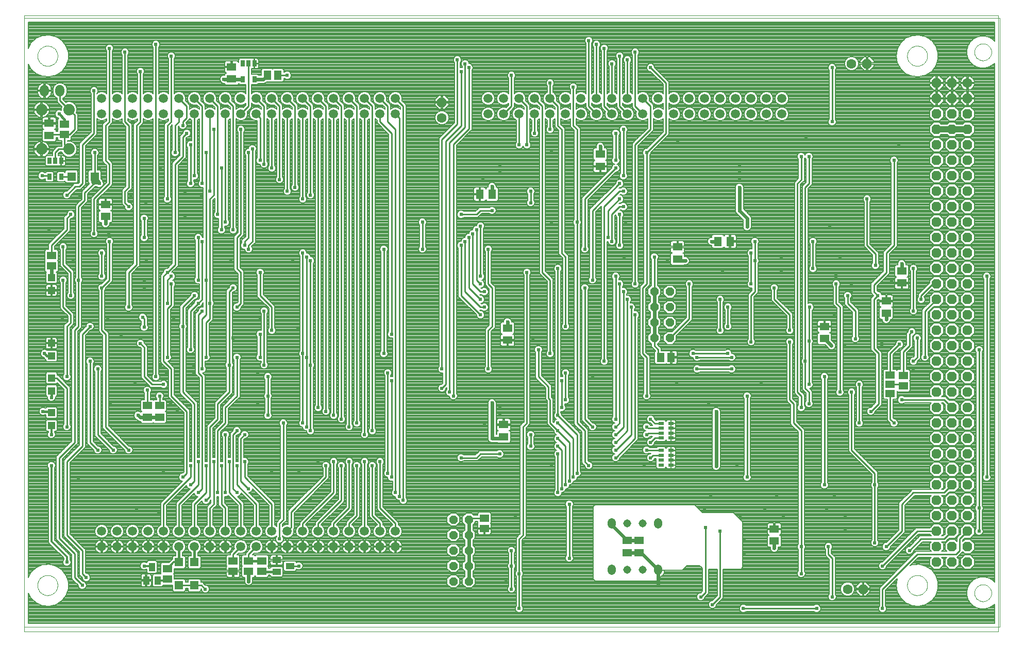
<source format=gbl>
G75*
G70*
%OFA0B0*%
%FSLAX24Y24*%
%IPPOS*%
%LPD*%
%AMOC8*
5,1,8,0,0,1.08239X$1,22.5*
%
%ADD10C,0.0000*%
%ADD11R,0.0472X0.0472*%
%ADD12R,0.0591X0.0512*%
%ADD13R,0.0630X0.0512*%
%ADD14C,0.0740*%
%ADD15C,0.0600*%
%ADD16OC8,0.0560*%
%ADD17C,0.0630*%
%ADD18OC8,0.0630*%
%ADD19C,0.0594*%
%ADD20R,0.0512X0.0630*%
%ADD21R,0.0551X0.0551*%
%ADD22C,0.0520*%
%ADD23C,0.0515*%
%ADD24R,0.0354X0.0197*%
%ADD25R,0.0512X0.0591*%
%ADD26R,0.0551X0.0394*%
%ADD27R,0.0272X0.0390*%
%ADD28R,0.0630X0.0460*%
%ADD29R,0.0394X0.0551*%
%ADD30C,0.0080*%
%ADD31C,0.0240*%
%ADD32C,0.0240*%
%ADD33C,0.0160*%
%ADD34C,0.0100*%
%ADD35C,0.0120*%
%ADD36C,0.0400*%
D10*
X004848Y007120D02*
X004848Y046990D01*
X067840Y046990D01*
X067840Y007120D01*
X004848Y007120D01*
X004848Y007430D02*
X004848Y046810D01*
X067948Y046810D01*
X067948Y007430D01*
X004848Y007430D01*
X005698Y010120D02*
X005700Y010170D01*
X005706Y010220D01*
X005716Y010270D01*
X005729Y010318D01*
X005746Y010366D01*
X005767Y010412D01*
X005791Y010456D01*
X005819Y010498D01*
X005850Y010538D01*
X005884Y010575D01*
X005921Y010610D01*
X005960Y010641D01*
X006001Y010670D01*
X006045Y010695D01*
X006091Y010717D01*
X006138Y010735D01*
X006186Y010749D01*
X006235Y010760D01*
X006285Y010767D01*
X006335Y010770D01*
X006386Y010769D01*
X006436Y010764D01*
X006486Y010755D01*
X006534Y010743D01*
X006582Y010726D01*
X006628Y010706D01*
X006673Y010683D01*
X006716Y010656D01*
X006756Y010626D01*
X006794Y010593D01*
X006829Y010557D01*
X006862Y010518D01*
X006891Y010477D01*
X006917Y010434D01*
X006940Y010389D01*
X006959Y010342D01*
X006974Y010294D01*
X006986Y010245D01*
X006994Y010195D01*
X006998Y010145D01*
X006998Y010095D01*
X006994Y010045D01*
X006986Y009995D01*
X006974Y009946D01*
X006959Y009898D01*
X006940Y009851D01*
X006917Y009806D01*
X006891Y009763D01*
X006862Y009722D01*
X006829Y009683D01*
X006794Y009647D01*
X006756Y009614D01*
X006716Y009584D01*
X006673Y009557D01*
X006628Y009534D01*
X006582Y009514D01*
X006534Y009497D01*
X006486Y009485D01*
X006436Y009476D01*
X006386Y009471D01*
X006335Y009470D01*
X006285Y009473D01*
X006235Y009480D01*
X006186Y009491D01*
X006138Y009505D01*
X006091Y009523D01*
X006045Y009545D01*
X006001Y009570D01*
X005960Y009599D01*
X005921Y009630D01*
X005884Y009665D01*
X005850Y009702D01*
X005819Y009742D01*
X005791Y009784D01*
X005767Y009828D01*
X005746Y009874D01*
X005729Y009922D01*
X005716Y009970D01*
X005706Y010020D01*
X005700Y010070D01*
X005698Y010120D01*
X005698Y044370D02*
X005700Y044420D01*
X005706Y044470D01*
X005716Y044520D01*
X005729Y044568D01*
X005746Y044616D01*
X005767Y044662D01*
X005791Y044706D01*
X005819Y044748D01*
X005850Y044788D01*
X005884Y044825D01*
X005921Y044860D01*
X005960Y044891D01*
X006001Y044920D01*
X006045Y044945D01*
X006091Y044967D01*
X006138Y044985D01*
X006186Y044999D01*
X006235Y045010D01*
X006285Y045017D01*
X006335Y045020D01*
X006386Y045019D01*
X006436Y045014D01*
X006486Y045005D01*
X006534Y044993D01*
X006582Y044976D01*
X006628Y044956D01*
X006673Y044933D01*
X006716Y044906D01*
X006756Y044876D01*
X006794Y044843D01*
X006829Y044807D01*
X006862Y044768D01*
X006891Y044727D01*
X006917Y044684D01*
X006940Y044639D01*
X006959Y044592D01*
X006974Y044544D01*
X006986Y044495D01*
X006994Y044445D01*
X006998Y044395D01*
X006998Y044345D01*
X006994Y044295D01*
X006986Y044245D01*
X006974Y044196D01*
X006959Y044148D01*
X006940Y044101D01*
X006917Y044056D01*
X006891Y044013D01*
X006862Y043972D01*
X006829Y043933D01*
X006794Y043897D01*
X006756Y043864D01*
X006716Y043834D01*
X006673Y043807D01*
X006628Y043784D01*
X006582Y043764D01*
X006534Y043747D01*
X006486Y043735D01*
X006436Y043726D01*
X006386Y043721D01*
X006335Y043720D01*
X006285Y043723D01*
X006235Y043730D01*
X006186Y043741D01*
X006138Y043755D01*
X006091Y043773D01*
X006045Y043795D01*
X006001Y043820D01*
X005960Y043849D01*
X005921Y043880D01*
X005884Y043915D01*
X005850Y043952D01*
X005819Y043992D01*
X005791Y044034D01*
X005767Y044078D01*
X005746Y044124D01*
X005729Y044172D01*
X005716Y044220D01*
X005706Y044270D01*
X005700Y044320D01*
X005698Y044370D01*
X061948Y044370D02*
X061950Y044420D01*
X061956Y044470D01*
X061966Y044520D01*
X061979Y044568D01*
X061996Y044616D01*
X062017Y044662D01*
X062041Y044706D01*
X062069Y044748D01*
X062100Y044788D01*
X062134Y044825D01*
X062171Y044860D01*
X062210Y044891D01*
X062251Y044920D01*
X062295Y044945D01*
X062341Y044967D01*
X062388Y044985D01*
X062436Y044999D01*
X062485Y045010D01*
X062535Y045017D01*
X062585Y045020D01*
X062636Y045019D01*
X062686Y045014D01*
X062736Y045005D01*
X062784Y044993D01*
X062832Y044976D01*
X062878Y044956D01*
X062923Y044933D01*
X062966Y044906D01*
X063006Y044876D01*
X063044Y044843D01*
X063079Y044807D01*
X063112Y044768D01*
X063141Y044727D01*
X063167Y044684D01*
X063190Y044639D01*
X063209Y044592D01*
X063224Y044544D01*
X063236Y044495D01*
X063244Y044445D01*
X063248Y044395D01*
X063248Y044345D01*
X063244Y044295D01*
X063236Y044245D01*
X063224Y044196D01*
X063209Y044148D01*
X063190Y044101D01*
X063167Y044056D01*
X063141Y044013D01*
X063112Y043972D01*
X063079Y043933D01*
X063044Y043897D01*
X063006Y043864D01*
X062966Y043834D01*
X062923Y043807D01*
X062878Y043784D01*
X062832Y043764D01*
X062784Y043747D01*
X062736Y043735D01*
X062686Y043726D01*
X062636Y043721D01*
X062585Y043720D01*
X062535Y043723D01*
X062485Y043730D01*
X062436Y043741D01*
X062388Y043755D01*
X062341Y043773D01*
X062295Y043795D01*
X062251Y043820D01*
X062210Y043849D01*
X062171Y043880D01*
X062134Y043915D01*
X062100Y043952D01*
X062069Y043992D01*
X062041Y044034D01*
X062017Y044078D01*
X061996Y044124D01*
X061979Y044172D01*
X061966Y044220D01*
X061956Y044270D01*
X061950Y044320D01*
X061948Y044370D01*
X066298Y044620D02*
X066300Y044667D01*
X066306Y044713D01*
X066316Y044759D01*
X066329Y044803D01*
X066347Y044847D01*
X066368Y044888D01*
X066392Y044928D01*
X066420Y044966D01*
X066451Y045001D01*
X066485Y045033D01*
X066521Y045062D01*
X066560Y045088D01*
X066600Y045111D01*
X066643Y045130D01*
X066687Y045146D01*
X066732Y045158D01*
X066778Y045166D01*
X066825Y045170D01*
X066871Y045170D01*
X066918Y045166D01*
X066964Y045158D01*
X067009Y045146D01*
X067053Y045130D01*
X067096Y045111D01*
X067136Y045088D01*
X067175Y045062D01*
X067211Y045033D01*
X067245Y045001D01*
X067276Y044966D01*
X067304Y044928D01*
X067328Y044888D01*
X067349Y044847D01*
X067367Y044803D01*
X067380Y044759D01*
X067390Y044713D01*
X067396Y044667D01*
X067398Y044620D01*
X067396Y044573D01*
X067390Y044527D01*
X067380Y044481D01*
X067367Y044437D01*
X067349Y044393D01*
X067328Y044352D01*
X067304Y044312D01*
X067276Y044274D01*
X067245Y044239D01*
X067211Y044207D01*
X067175Y044178D01*
X067136Y044152D01*
X067096Y044129D01*
X067053Y044110D01*
X067009Y044094D01*
X066964Y044082D01*
X066918Y044074D01*
X066871Y044070D01*
X066825Y044070D01*
X066778Y044074D01*
X066732Y044082D01*
X066687Y044094D01*
X066643Y044110D01*
X066600Y044129D01*
X066560Y044152D01*
X066521Y044178D01*
X066485Y044207D01*
X066451Y044239D01*
X066420Y044274D01*
X066392Y044312D01*
X066368Y044352D01*
X066347Y044393D01*
X066329Y044437D01*
X066316Y044481D01*
X066306Y044527D01*
X066300Y044573D01*
X066298Y044620D01*
X061948Y010120D02*
X061950Y010170D01*
X061956Y010220D01*
X061966Y010270D01*
X061979Y010318D01*
X061996Y010366D01*
X062017Y010412D01*
X062041Y010456D01*
X062069Y010498D01*
X062100Y010538D01*
X062134Y010575D01*
X062171Y010610D01*
X062210Y010641D01*
X062251Y010670D01*
X062295Y010695D01*
X062341Y010717D01*
X062388Y010735D01*
X062436Y010749D01*
X062485Y010760D01*
X062535Y010767D01*
X062585Y010770D01*
X062636Y010769D01*
X062686Y010764D01*
X062736Y010755D01*
X062784Y010743D01*
X062832Y010726D01*
X062878Y010706D01*
X062923Y010683D01*
X062966Y010656D01*
X063006Y010626D01*
X063044Y010593D01*
X063079Y010557D01*
X063112Y010518D01*
X063141Y010477D01*
X063167Y010434D01*
X063190Y010389D01*
X063209Y010342D01*
X063224Y010294D01*
X063236Y010245D01*
X063244Y010195D01*
X063248Y010145D01*
X063248Y010095D01*
X063244Y010045D01*
X063236Y009995D01*
X063224Y009946D01*
X063209Y009898D01*
X063190Y009851D01*
X063167Y009806D01*
X063141Y009763D01*
X063112Y009722D01*
X063079Y009683D01*
X063044Y009647D01*
X063006Y009614D01*
X062966Y009584D01*
X062923Y009557D01*
X062878Y009534D01*
X062832Y009514D01*
X062784Y009497D01*
X062736Y009485D01*
X062686Y009476D01*
X062636Y009471D01*
X062585Y009470D01*
X062535Y009473D01*
X062485Y009480D01*
X062436Y009491D01*
X062388Y009505D01*
X062341Y009523D01*
X062295Y009545D01*
X062251Y009570D01*
X062210Y009599D01*
X062171Y009630D01*
X062134Y009665D01*
X062100Y009702D01*
X062069Y009742D01*
X062041Y009784D01*
X062017Y009828D01*
X061996Y009874D01*
X061979Y009922D01*
X061966Y009970D01*
X061956Y010020D01*
X061950Y010070D01*
X061948Y010120D01*
X066298Y009620D02*
X066300Y009667D01*
X066306Y009713D01*
X066316Y009759D01*
X066329Y009803D01*
X066347Y009847D01*
X066368Y009888D01*
X066392Y009928D01*
X066420Y009966D01*
X066451Y010001D01*
X066485Y010033D01*
X066521Y010062D01*
X066560Y010088D01*
X066600Y010111D01*
X066643Y010130D01*
X066687Y010146D01*
X066732Y010158D01*
X066778Y010166D01*
X066825Y010170D01*
X066871Y010170D01*
X066918Y010166D01*
X066964Y010158D01*
X067009Y010146D01*
X067053Y010130D01*
X067096Y010111D01*
X067136Y010088D01*
X067175Y010062D01*
X067211Y010033D01*
X067245Y010001D01*
X067276Y009966D01*
X067304Y009928D01*
X067328Y009888D01*
X067349Y009847D01*
X067367Y009803D01*
X067380Y009759D01*
X067390Y009713D01*
X067396Y009667D01*
X067398Y009620D01*
X067396Y009573D01*
X067390Y009527D01*
X067380Y009481D01*
X067367Y009437D01*
X067349Y009393D01*
X067328Y009352D01*
X067304Y009312D01*
X067276Y009274D01*
X067245Y009239D01*
X067211Y009207D01*
X067175Y009178D01*
X067136Y009152D01*
X067096Y009129D01*
X067053Y009110D01*
X067009Y009094D01*
X066964Y009082D01*
X066918Y009074D01*
X066871Y009070D01*
X066825Y009070D01*
X066778Y009074D01*
X066732Y009082D01*
X066687Y009094D01*
X066643Y009110D01*
X066600Y009129D01*
X066560Y009152D01*
X066521Y009178D01*
X066485Y009207D01*
X066451Y009239D01*
X066420Y009274D01*
X066392Y009312D01*
X066368Y009352D01*
X066347Y009393D01*
X066329Y009437D01*
X066316Y009481D01*
X066306Y009527D01*
X066300Y009573D01*
X066298Y009620D01*
D11*
X006598Y020456D03*
X006598Y021283D03*
X006598Y022706D03*
X006598Y023533D03*
X006598Y024956D03*
X006598Y025783D03*
X006598Y029206D03*
X006598Y030033D03*
D12*
X006598Y030785D03*
X006598Y031454D03*
X007448Y039285D03*
X007448Y039954D03*
X012798Y021744D03*
X013598Y021744D03*
X013598Y020996D03*
X012798Y020996D03*
X018348Y011704D03*
X018348Y011035D03*
X019348Y011035D03*
X019348Y011704D03*
X020198Y011704D03*
X020198Y011035D03*
X014098Y011204D03*
X014098Y010535D03*
X034598Y013785D03*
X034598Y014454D03*
X061698Y023035D03*
X061698Y023704D03*
D13*
X056598Y026076D03*
X056598Y026863D03*
X060598Y027726D03*
X060598Y028513D03*
X061598Y029676D03*
X061598Y030463D03*
X047098Y031226D03*
X047098Y032013D03*
X042098Y037226D03*
X042098Y038013D03*
X036098Y026763D03*
X036098Y025976D03*
X035848Y020513D03*
X035848Y019726D03*
X043848Y013013D03*
X044598Y013013D03*
X044598Y012226D03*
X043848Y012226D03*
X053348Y012976D03*
X053348Y013763D03*
X018248Y042876D03*
X018248Y043663D03*
X010098Y034763D03*
X010098Y033976D03*
X006448Y039226D03*
X006448Y040013D03*
D14*
X005958Y040900D03*
X007738Y040900D03*
X007738Y038340D03*
X005958Y038340D03*
D15*
X006148Y042045D02*
X006148Y042195D01*
X007148Y042195D02*
X007148Y042045D01*
D16*
X032598Y014370D03*
X033598Y014370D03*
X033598Y013370D03*
X032598Y013370D03*
X032598Y012370D03*
X033598Y012370D03*
X033598Y011370D03*
X033598Y010370D03*
X032598Y010370D03*
X032598Y011370D03*
X045598Y026120D03*
X046598Y026120D03*
X046598Y027120D03*
X046598Y028120D03*
X045598Y028120D03*
X045598Y027120D03*
X045598Y029120D03*
X046598Y029120D03*
D17*
X031848Y040370D03*
X058348Y043870D03*
X065848Y042620D03*
X058098Y009870D03*
D18*
X059098Y009870D03*
X063848Y011620D03*
X063848Y012620D03*
X063848Y013620D03*
X063848Y014620D03*
X063848Y015620D03*
X063848Y016620D03*
X063848Y017620D03*
X063848Y018620D03*
X063848Y019620D03*
X063848Y020620D03*
X063848Y021620D03*
X063848Y022620D03*
X063848Y023620D03*
X063848Y024620D03*
X063848Y025620D03*
X063848Y026620D03*
X063848Y027620D03*
X063848Y028620D03*
X063848Y029620D03*
X063848Y030620D03*
X063848Y031620D03*
X063848Y032620D03*
X063848Y033620D03*
X063848Y034620D03*
X063848Y035620D03*
X063848Y036620D03*
X063848Y037620D03*
X063848Y038620D03*
X063848Y039620D03*
X063848Y040620D03*
X063848Y041620D03*
X063848Y042620D03*
X064848Y042620D03*
X064848Y041620D03*
X065848Y041620D03*
X065848Y040620D03*
X064848Y040620D03*
X064848Y039620D03*
X065848Y039620D03*
X065848Y038620D03*
X064848Y038620D03*
X064848Y037620D03*
X065848Y037620D03*
X065848Y036620D03*
X064848Y036620D03*
X064848Y035620D03*
X065848Y035620D03*
X065848Y034620D03*
X064848Y034620D03*
X064848Y033620D03*
X065848Y033620D03*
X065848Y032620D03*
X064848Y032620D03*
X064848Y031620D03*
X065848Y031620D03*
X065848Y030620D03*
X064848Y030620D03*
X064848Y029620D03*
X065848Y029620D03*
X065848Y028620D03*
X064848Y028620D03*
X064848Y027620D03*
X065848Y027620D03*
X065848Y026620D03*
X064848Y026620D03*
X064848Y025620D03*
X065848Y025620D03*
X065848Y024620D03*
X064848Y024620D03*
X064848Y023620D03*
X065848Y023620D03*
X065848Y022620D03*
X064848Y022620D03*
X064848Y021620D03*
X065848Y021620D03*
X065848Y020620D03*
X064848Y020620D03*
X064848Y019620D03*
X065848Y019620D03*
X065848Y018620D03*
X064848Y018620D03*
X064848Y017620D03*
X065848Y017620D03*
X065848Y016620D03*
X064848Y016620D03*
X064848Y015620D03*
X065848Y015620D03*
X065848Y014620D03*
X064848Y014620D03*
X064848Y013620D03*
X065848Y013620D03*
X065848Y012620D03*
X064848Y012620D03*
X064848Y011620D03*
X065848Y011620D03*
X031848Y041370D03*
X059348Y043870D03*
D19*
X053848Y041620D03*
X052848Y041620D03*
X051848Y041620D03*
X050848Y041620D03*
X049848Y041620D03*
X048848Y041620D03*
X047848Y041620D03*
X046848Y041620D03*
X045848Y041620D03*
X044848Y041620D03*
X043848Y041620D03*
X042848Y041620D03*
X041848Y041620D03*
X040848Y041620D03*
X039848Y041620D03*
X038848Y041620D03*
X037848Y041620D03*
X036848Y041620D03*
X035848Y041620D03*
X034848Y041620D03*
X034848Y040620D03*
X035848Y040620D03*
X036848Y040620D03*
X037848Y040620D03*
X038848Y040620D03*
X039848Y040620D03*
X040848Y040620D03*
X041848Y040620D03*
X042848Y040620D03*
X043848Y040620D03*
X044848Y040620D03*
X045848Y040620D03*
X046848Y040620D03*
X047848Y040620D03*
X048848Y040620D03*
X049848Y040620D03*
X050848Y040620D03*
X051848Y040620D03*
X052848Y040620D03*
X053848Y040620D03*
X028848Y040620D03*
X027848Y040620D03*
X027848Y041620D03*
X028848Y041620D03*
X026848Y041620D03*
X025848Y041620D03*
X024848Y041620D03*
X023848Y041620D03*
X022848Y041620D03*
X021848Y041620D03*
X020848Y041620D03*
X019848Y041620D03*
X018848Y041620D03*
X017848Y041620D03*
X016848Y041620D03*
X015848Y041620D03*
X014848Y041620D03*
X013848Y041620D03*
X012848Y041620D03*
X011848Y041620D03*
X010848Y041620D03*
X009848Y041620D03*
X009848Y040620D03*
X010848Y040620D03*
X011848Y040620D03*
X012848Y040620D03*
X013848Y040620D03*
X014848Y040620D03*
X015848Y040620D03*
X016848Y040620D03*
X017848Y040620D03*
X018848Y040620D03*
X019848Y040620D03*
X020848Y040620D03*
X021848Y040620D03*
X022848Y040620D03*
X023848Y040620D03*
X024848Y040620D03*
X025848Y040620D03*
X026848Y040620D03*
X026848Y013620D03*
X025848Y013620D03*
X024848Y013620D03*
X023848Y013620D03*
X022848Y013620D03*
X021848Y013620D03*
X020848Y013620D03*
X019848Y013620D03*
X018848Y013620D03*
X017848Y013620D03*
X016848Y013620D03*
X015848Y013620D03*
X014848Y013620D03*
X013848Y013620D03*
X012848Y013620D03*
X011848Y013620D03*
X010848Y013620D03*
X009848Y013620D03*
X009848Y012620D03*
X010848Y012620D03*
X011848Y012620D03*
X012848Y012620D03*
X013848Y012620D03*
X014848Y012620D03*
X015848Y012620D03*
X016848Y012620D03*
X017848Y012620D03*
X018848Y012620D03*
X019848Y012620D03*
X020848Y012620D03*
X021848Y012620D03*
X022848Y012620D03*
X023848Y012620D03*
X024848Y012620D03*
X025848Y012620D03*
X026848Y012620D03*
X027848Y012620D03*
X028848Y012620D03*
X028848Y013620D03*
X027848Y013620D03*
D20*
X049704Y032370D03*
X050492Y032370D03*
X035092Y035420D03*
X034304Y035420D03*
D21*
X009396Y036570D03*
X007900Y036570D03*
X014848Y011618D03*
X015848Y011618D03*
X015848Y010121D03*
X014848Y010121D03*
D22*
X042848Y011055D02*
X042848Y011185D01*
X045848Y011185D02*
X045848Y011055D01*
X045848Y014055D02*
X045848Y014185D01*
X042848Y014185D02*
X042848Y014055D01*
D23*
X043848Y014120D03*
X044848Y014120D03*
X044848Y011120D03*
X043848Y011120D03*
D24*
X046033Y017897D03*
X046033Y018212D03*
X046033Y018527D03*
X046033Y018842D03*
X046663Y018842D03*
X046663Y018527D03*
X046663Y018212D03*
X046663Y017897D03*
X046663Y019647D03*
X046663Y019962D03*
X046663Y020277D03*
X046663Y020592D03*
X046033Y020592D03*
X046033Y020277D03*
X046033Y019962D03*
X046033Y019647D03*
D25*
X046013Y024870D03*
X046683Y024870D03*
X021233Y043120D03*
X020563Y043120D03*
D26*
X021165Y011744D03*
X021165Y010996D03*
X022031Y011370D03*
D27*
X007222Y036558D03*
X006474Y036558D03*
X006474Y037577D03*
X006848Y037577D03*
X007222Y037577D03*
X018974Y042858D03*
X019722Y042858D03*
X019722Y043877D03*
X019348Y043877D03*
X018974Y043877D03*
D28*
X060848Y023720D03*
X060848Y023120D03*
X060848Y022520D03*
D29*
X013472Y010436D03*
X012724Y010436D03*
X013098Y011303D03*
D30*
X013435Y011311D02*
X013663Y011311D01*
X013663Y011233D02*
X013435Y011233D01*
X013435Y011154D02*
X013663Y011154D01*
X013663Y011075D02*
X013435Y011075D01*
X013435Y010997D02*
X013663Y010997D01*
X013663Y010918D02*
X013384Y010918D01*
X013353Y010887D02*
X013435Y010969D01*
X013435Y011636D01*
X013353Y011718D01*
X012843Y011718D01*
X012761Y011636D01*
X012761Y011574D01*
X012745Y011590D01*
X012650Y011629D01*
X012546Y011629D01*
X012451Y011590D01*
X012377Y011517D01*
X012338Y011421D01*
X012338Y011318D01*
X012377Y011222D01*
X012451Y011149D01*
X012546Y011110D01*
X012650Y011110D01*
X012745Y011149D01*
X012761Y011165D01*
X012761Y010969D01*
X012843Y010887D01*
X013353Y010887D01*
X013217Y010852D02*
X013135Y010770D01*
X013135Y010103D01*
X013217Y010021D01*
X013727Y010021D01*
X013809Y010103D01*
X013809Y010139D01*
X014432Y010139D01*
X014432Y009788D01*
X014514Y009706D01*
X015181Y009706D01*
X015263Y009788D01*
X015263Y009931D01*
X015432Y009931D01*
X015432Y009788D01*
X015514Y009706D01*
X016181Y009706D01*
X016263Y009788D01*
X016263Y009885D01*
X016288Y009861D01*
X016288Y009818D01*
X016327Y009722D01*
X016401Y009649D01*
X016496Y009610D01*
X016600Y009610D01*
X016695Y009649D01*
X016768Y009722D01*
X016808Y009818D01*
X016808Y009921D01*
X016768Y010017D01*
X016695Y010090D01*
X016600Y010129D01*
X016557Y010129D01*
X016486Y010200D01*
X016375Y010311D01*
X016263Y010311D01*
X016263Y010455D01*
X016181Y010537D01*
X015514Y010537D01*
X015432Y010455D01*
X015432Y010311D01*
X015263Y010311D01*
X015263Y010455D01*
X015181Y010537D01*
X014533Y010537D01*
X014533Y010849D01*
X014512Y010869D01*
X014533Y010890D01*
X014533Y011202D01*
X015181Y011202D01*
X015263Y011284D01*
X015263Y011951D01*
X015181Y012033D01*
X015068Y012033D01*
X015068Y012238D01*
X015095Y012249D01*
X015218Y012372D01*
X015285Y012533D01*
X015285Y012706D01*
X015218Y012867D01*
X015095Y012990D01*
X014935Y013056D01*
X014761Y013056D01*
X014600Y012990D01*
X014478Y012867D01*
X014411Y012706D01*
X014411Y012533D01*
X014478Y012372D01*
X014600Y012249D01*
X014628Y012238D01*
X014628Y012033D01*
X014514Y012033D01*
X014432Y011951D01*
X014432Y011818D01*
X014428Y011818D01*
X014211Y011600D01*
X013745Y011600D01*
X013663Y011518D01*
X013663Y010890D01*
X013683Y010869D01*
X013666Y010852D01*
X013217Y010852D01*
X013205Y010840D02*
X012979Y010840D01*
X012975Y010842D02*
X012939Y010852D01*
X012764Y010852D01*
X012764Y010477D01*
X012684Y010477D01*
X012684Y010852D01*
X012509Y010852D01*
X012473Y010842D01*
X012441Y010824D01*
X012415Y010798D01*
X012397Y010766D01*
X012387Y010730D01*
X012387Y010476D01*
X012684Y010476D01*
X012684Y010396D01*
X012764Y010396D01*
X012764Y010021D01*
X012939Y010021D01*
X012975Y010030D01*
X013007Y010049D01*
X013033Y010075D01*
X013051Y010107D01*
X013061Y010142D01*
X013061Y010396D01*
X012764Y010396D01*
X012764Y010476D01*
X013061Y010476D01*
X013061Y010730D01*
X013051Y010766D01*
X013033Y010798D01*
X013007Y010824D01*
X012975Y010842D01*
X013052Y010761D02*
X013135Y010761D01*
X013135Y010683D02*
X013061Y010683D01*
X013061Y010604D02*
X013135Y010604D01*
X013135Y010526D02*
X013061Y010526D01*
X013135Y010447D02*
X012764Y010447D01*
X012764Y010369D02*
X012684Y010369D01*
X012684Y010396D02*
X012684Y010021D01*
X012509Y010021D01*
X012473Y010030D01*
X012441Y010049D01*
X012415Y010075D01*
X012397Y010107D01*
X012387Y010142D01*
X012387Y010396D01*
X012684Y010396D01*
X012684Y010447D02*
X009043Y010447D01*
X009068Y010472D02*
X009108Y010568D01*
X009108Y010671D01*
X009068Y010767D01*
X008995Y010840D01*
X008900Y010879D01*
X008857Y010879D01*
X008788Y010948D01*
X008788Y012448D01*
X008677Y012559D01*
X007788Y013448D01*
X007788Y018041D01*
X008677Y018930D01*
X009269Y018930D01*
X009338Y018861D02*
X009338Y018818D01*
X009377Y018722D01*
X009451Y018649D01*
X009546Y018610D01*
X009650Y018610D01*
X009745Y018649D01*
X009818Y018722D01*
X009858Y018818D01*
X009858Y018921D01*
X009818Y019017D01*
X009745Y019090D01*
X009650Y019129D01*
X009607Y019129D01*
X009288Y019448D01*
X009288Y024442D01*
X009318Y024472D01*
X009358Y024568D01*
X009358Y024671D01*
X009318Y024767D01*
X009245Y024840D01*
X009150Y024879D01*
X009046Y024879D01*
X008951Y024840D01*
X008877Y024767D01*
X008838Y024671D01*
X008838Y024568D01*
X008877Y024472D01*
X008908Y024442D01*
X008908Y019291D01*
X009019Y019180D01*
X009338Y018861D01*
X009338Y018851D02*
X008598Y018851D01*
X008520Y018773D02*
X009357Y018773D01*
X009406Y018694D02*
X008441Y018694D01*
X008363Y018616D02*
X009531Y018616D01*
X009664Y018616D02*
X010531Y018616D01*
X010546Y018610D02*
X010650Y018610D01*
X010745Y018649D01*
X010818Y018722D01*
X010858Y018818D01*
X010858Y018921D01*
X010818Y019017D01*
X010745Y019090D01*
X010650Y019129D01*
X010607Y019129D01*
X009788Y019948D01*
X009788Y023942D01*
X009818Y023972D01*
X009858Y024068D01*
X009858Y024171D01*
X009818Y024267D01*
X009745Y024340D01*
X009650Y024379D01*
X009546Y024379D01*
X009451Y024340D01*
X009377Y024267D01*
X009338Y024171D01*
X009338Y024068D01*
X009377Y023972D01*
X009408Y023942D01*
X009408Y019791D01*
X009519Y019680D01*
X010338Y018861D01*
X010338Y018818D01*
X010377Y018722D01*
X010451Y018649D01*
X010546Y018610D01*
X010664Y018616D02*
X011531Y018616D01*
X011546Y018610D02*
X011650Y018610D01*
X011745Y018649D01*
X011818Y018722D01*
X011858Y018818D01*
X011858Y018921D01*
X011818Y019017D01*
X011745Y019090D01*
X011650Y019129D01*
X011607Y019129D01*
X010288Y020448D01*
X010288Y026291D01*
X010288Y026448D01*
X010038Y026698D01*
X010038Y029192D01*
X010068Y029222D01*
X010108Y029318D01*
X010108Y029361D01*
X010538Y029791D01*
X010538Y029948D01*
X010538Y032192D01*
X010568Y032222D01*
X010608Y032318D01*
X010608Y032421D01*
X010568Y032517D01*
X010495Y032590D01*
X010400Y032629D01*
X010296Y032629D01*
X010201Y032590D01*
X010127Y032517D01*
X010088Y032421D01*
X010088Y032318D01*
X010127Y032222D01*
X010158Y032192D01*
X010158Y029948D01*
X009839Y029629D01*
X009796Y029629D01*
X009701Y029590D01*
X009627Y029517D01*
X009588Y029421D01*
X009588Y029318D01*
X009627Y029222D01*
X009658Y029192D01*
X009658Y026541D01*
X009769Y026430D01*
X009908Y026291D01*
X009908Y020291D01*
X010019Y020180D01*
X011338Y018861D01*
X011338Y018818D01*
X011377Y018722D01*
X011451Y018649D01*
X011546Y018610D01*
X011664Y018616D02*
X015158Y018616D01*
X015158Y018694D02*
X011790Y018694D01*
X011839Y018773D02*
X015158Y018773D01*
X015158Y018851D02*
X011858Y018851D01*
X011854Y018930D02*
X015158Y018930D01*
X015158Y019008D02*
X011822Y019008D01*
X011748Y019087D02*
X015158Y019087D01*
X015158Y019165D02*
X011571Y019165D01*
X011492Y019244D02*
X015158Y019244D01*
X015158Y019322D02*
X011414Y019322D01*
X011335Y019401D02*
X015158Y019401D01*
X015158Y019480D02*
X011256Y019480D01*
X011178Y019558D02*
X015158Y019558D01*
X015158Y019637D02*
X011099Y019637D01*
X011021Y019715D02*
X015158Y019715D01*
X015158Y019794D02*
X010942Y019794D01*
X010864Y019872D02*
X015158Y019872D01*
X015158Y019951D02*
X010785Y019951D01*
X010707Y020029D02*
X015158Y020029D01*
X015158Y020108D02*
X010628Y020108D01*
X010550Y020186D02*
X015158Y020186D01*
X015158Y020265D02*
X010471Y020265D01*
X010393Y020344D02*
X015158Y020344D01*
X015158Y020422D02*
X010314Y020422D01*
X010288Y020501D02*
X015158Y020501D01*
X015158Y020579D02*
X010288Y020579D01*
X010288Y020658D02*
X012386Y020658D01*
X012363Y020682D02*
X012445Y020600D01*
X013151Y020600D01*
X013198Y020646D01*
X013245Y020600D01*
X013951Y020600D01*
X014033Y020682D01*
X014033Y021309D01*
X013973Y021369D01*
X014033Y021430D01*
X014033Y022057D01*
X013951Y022139D01*
X013788Y022139D01*
X013788Y022192D01*
X013818Y022222D01*
X013858Y022318D01*
X013858Y022421D01*
X013818Y022517D01*
X013745Y022590D01*
X013650Y022629D01*
X013546Y022629D01*
X013451Y022590D01*
X013377Y022517D01*
X013338Y022421D01*
X013338Y022318D01*
X013377Y022222D01*
X013408Y022192D01*
X013408Y022139D01*
X013245Y022139D01*
X013198Y022093D01*
X013151Y022139D01*
X012988Y022139D01*
X012988Y022568D01*
X013018Y022598D01*
X013058Y022694D01*
X013058Y022797D01*
X013018Y022893D01*
X012945Y022966D01*
X012850Y023005D01*
X012746Y023005D01*
X012651Y022966D01*
X012577Y022893D01*
X012538Y022797D01*
X012538Y022694D01*
X012577Y022598D01*
X012608Y022568D01*
X012608Y022139D01*
X012445Y022139D01*
X012363Y022057D01*
X012363Y021430D01*
X012423Y021369D01*
X012369Y021316D01*
X012345Y021340D01*
X012250Y021379D01*
X012146Y021379D01*
X012051Y021340D01*
X011977Y021267D01*
X011938Y021171D01*
X011938Y021068D01*
X011977Y020972D01*
X012051Y020899D01*
X012175Y020775D01*
X012270Y020736D01*
X012363Y020736D01*
X012363Y020682D01*
X012268Y020736D02*
X010288Y020736D01*
X010288Y020815D02*
X012135Y020815D01*
X012056Y020893D02*
X010288Y020893D01*
X010288Y020972D02*
X011978Y020972D01*
X011945Y021050D02*
X010288Y021050D01*
X010288Y021129D02*
X011938Y021129D01*
X011953Y021208D02*
X010288Y021208D01*
X010288Y021286D02*
X011997Y021286D01*
X012110Y021365D02*
X010288Y021365D01*
X010288Y021443D02*
X012363Y021443D01*
X012363Y021522D02*
X010288Y021522D01*
X010288Y021600D02*
X012363Y021600D01*
X012363Y021679D02*
X010288Y021679D01*
X010288Y021757D02*
X012363Y021757D01*
X012363Y021836D02*
X010288Y021836D01*
X010288Y021914D02*
X012363Y021914D01*
X012363Y021993D02*
X010288Y021993D01*
X010288Y022071D02*
X012377Y022071D01*
X012608Y022150D02*
X010288Y022150D01*
X010288Y022229D02*
X012608Y022229D01*
X012608Y022307D02*
X010288Y022307D01*
X010288Y022386D02*
X012608Y022386D01*
X012608Y022464D02*
X010288Y022464D01*
X010288Y022543D02*
X012608Y022543D01*
X012568Y022621D02*
X010288Y022621D01*
X010288Y022700D02*
X012538Y022700D01*
X012538Y022778D02*
X010288Y022778D01*
X010288Y022857D02*
X012563Y022857D01*
X012620Y022935D02*
X010288Y022935D01*
X010288Y023014D02*
X012935Y023014D01*
X012908Y023041D02*
X013019Y022930D01*
X013670Y022930D01*
X013701Y022899D01*
X013796Y022860D01*
X013900Y022860D01*
X013995Y022899D01*
X014068Y022972D01*
X014108Y023068D01*
X014108Y023171D01*
X014158Y023171D01*
X014108Y023171D02*
X014068Y023267D01*
X013995Y023340D01*
X013900Y023379D01*
X013796Y023379D01*
X013701Y023340D01*
X013670Y023309D01*
X013177Y023309D01*
X012788Y023698D01*
X012788Y025598D01*
X012677Y025709D01*
X012608Y025778D01*
X012608Y025821D01*
X012568Y025917D01*
X012495Y025990D01*
X012400Y026029D01*
X012296Y026029D01*
X012201Y025990D01*
X012127Y025917D01*
X012088Y025821D01*
X012088Y025718D01*
X012127Y025622D01*
X012201Y025549D01*
X012296Y025510D01*
X012339Y025510D01*
X012408Y025441D01*
X012408Y023698D01*
X012408Y023541D01*
X012908Y023041D01*
X012856Y023093D02*
X010288Y023093D01*
X010288Y023171D02*
X012778Y023171D01*
X012699Y023250D02*
X010288Y023250D01*
X010288Y023328D02*
X012620Y023328D01*
X012542Y023407D02*
X010288Y023407D01*
X010288Y023485D02*
X012463Y023485D01*
X012408Y023564D02*
X010288Y023564D01*
X010288Y023642D02*
X012408Y023642D01*
X012408Y023721D02*
X010288Y023721D01*
X010288Y023799D02*
X012408Y023799D01*
X012408Y023878D02*
X010288Y023878D01*
X010288Y023957D02*
X012408Y023957D01*
X012408Y024035D02*
X010288Y024035D01*
X010288Y024114D02*
X012408Y024114D01*
X012408Y024192D02*
X010288Y024192D01*
X010288Y024271D02*
X012408Y024271D01*
X012408Y024349D02*
X010288Y024349D01*
X010288Y024428D02*
X012408Y024428D01*
X012408Y024506D02*
X010288Y024506D01*
X010288Y024585D02*
X012408Y024585D01*
X012408Y024663D02*
X010288Y024663D01*
X010288Y024742D02*
X012408Y024742D01*
X012408Y024821D02*
X010288Y024821D01*
X010288Y024899D02*
X012408Y024899D01*
X012408Y024978D02*
X010288Y024978D01*
X010288Y025056D02*
X012408Y025056D01*
X012408Y025135D02*
X010288Y025135D01*
X010288Y025213D02*
X012408Y025213D01*
X012408Y025292D02*
X010288Y025292D01*
X010288Y025370D02*
X012408Y025370D01*
X012400Y025449D02*
X010288Y025449D01*
X010288Y025527D02*
X012253Y025527D01*
X012144Y025606D02*
X010288Y025606D01*
X010288Y025684D02*
X012102Y025684D01*
X012088Y025763D02*
X010288Y025763D01*
X010288Y025842D02*
X012096Y025842D01*
X012131Y025920D02*
X010288Y025920D01*
X010288Y025999D02*
X012222Y025999D01*
X012474Y025999D02*
X013158Y025999D01*
X013158Y026077D02*
X010288Y026077D01*
X010288Y026156D02*
X013158Y026156D01*
X013158Y026234D02*
X010288Y026234D01*
X010288Y026313D02*
X013158Y026313D01*
X013158Y026391D02*
X010288Y026391D01*
X010266Y026470D02*
X013158Y026470D01*
X013158Y026548D02*
X010188Y026548D01*
X010109Y026627D02*
X012423Y026627D01*
X012451Y026599D02*
X012546Y026560D01*
X012650Y026560D01*
X012745Y026599D01*
X012818Y026672D01*
X012858Y026768D01*
X012858Y026871D01*
X012818Y026967D01*
X012788Y026997D01*
X012788Y027291D01*
X012788Y027448D01*
X012758Y027478D01*
X012758Y027521D01*
X012718Y027617D01*
X012645Y027690D01*
X012550Y027729D01*
X012446Y027729D01*
X012351Y027690D01*
X012277Y027617D01*
X012238Y027521D01*
X012238Y027418D01*
X012277Y027322D01*
X012351Y027249D01*
X012408Y027225D01*
X012408Y026997D01*
X012377Y026967D01*
X012338Y026871D01*
X012338Y026768D01*
X012377Y026672D01*
X012451Y026599D01*
X012364Y026706D02*
X010038Y026706D01*
X010038Y026784D02*
X012338Y026784D01*
X012338Y026863D02*
X010038Y026863D01*
X010038Y026941D02*
X012367Y026941D01*
X012408Y027020D02*
X010038Y027020D01*
X010038Y027098D02*
X012408Y027098D01*
X012408Y027177D02*
X010038Y027177D01*
X010038Y027255D02*
X012344Y027255D01*
X012273Y027334D02*
X010038Y027334D01*
X010038Y027412D02*
X012240Y027412D01*
X012238Y027491D02*
X010038Y027491D01*
X010038Y027570D02*
X012258Y027570D01*
X012309Y027648D02*
X010038Y027648D01*
X010038Y027727D02*
X012439Y027727D01*
X012557Y027727D02*
X013158Y027727D01*
X013158Y027805D02*
X010038Y027805D01*
X010038Y027884D02*
X011488Y027884D01*
X011451Y027899D02*
X011546Y027860D01*
X011650Y027860D01*
X011745Y027899D01*
X011818Y027972D01*
X011858Y028068D01*
X011858Y028171D01*
X011818Y028267D01*
X011788Y028297D01*
X011788Y030291D01*
X012177Y030680D01*
X012288Y030791D01*
X012288Y039791D01*
X012427Y039930D01*
X012538Y040041D01*
X012538Y040312D01*
X012600Y040249D01*
X012761Y040183D01*
X012935Y040183D01*
X013095Y040249D01*
X013158Y040312D01*
X013158Y023797D01*
X013127Y023767D01*
X013088Y023671D01*
X013088Y023568D01*
X013127Y023472D01*
X013201Y023399D01*
X013296Y023360D01*
X013400Y023360D01*
X013495Y023399D01*
X013568Y023472D01*
X013608Y023568D01*
X013608Y023671D01*
X013568Y023767D01*
X013538Y023797D01*
X013538Y040312D01*
X013600Y040249D01*
X013761Y040183D01*
X013935Y040183D01*
X014095Y040249D01*
X014158Y040312D01*
X014158Y040198D01*
X013908Y039948D01*
X013908Y039791D01*
X013908Y035297D01*
X013877Y035267D01*
X013538Y035267D01*
X013538Y035345D02*
X013908Y035345D01*
X013908Y035424D02*
X013538Y035424D01*
X013538Y035502D02*
X013908Y035502D01*
X013908Y035581D02*
X013538Y035581D01*
X013538Y035659D02*
X013908Y035659D01*
X013908Y035738D02*
X013538Y035738D01*
X013538Y035817D02*
X013908Y035817D01*
X013908Y035895D02*
X013538Y035895D01*
X013538Y035974D02*
X013908Y035974D01*
X013908Y036052D02*
X013538Y036052D01*
X013538Y036131D02*
X013908Y036131D01*
X013908Y036209D02*
X013538Y036209D01*
X013538Y036288D02*
X013908Y036288D01*
X013908Y036366D02*
X013538Y036366D01*
X013538Y036445D02*
X013908Y036445D01*
X013908Y036523D02*
X013538Y036523D01*
X013538Y036602D02*
X013908Y036602D01*
X013908Y036681D02*
X013538Y036681D01*
X013538Y036759D02*
X013908Y036759D01*
X013908Y036838D02*
X013538Y036838D01*
X013538Y036916D02*
X013908Y036916D01*
X013908Y036995D02*
X013538Y036995D01*
X013538Y037073D02*
X013908Y037073D01*
X013908Y037152D02*
X013538Y037152D01*
X013538Y037230D02*
X013908Y037230D01*
X013908Y037309D02*
X013538Y037309D01*
X013538Y037387D02*
X013908Y037387D01*
X013908Y037466D02*
X013538Y037466D01*
X013538Y037545D02*
X013908Y037545D01*
X013908Y037623D02*
X013538Y037623D01*
X013538Y037702D02*
X013908Y037702D01*
X013908Y037780D02*
X013538Y037780D01*
X013538Y037859D02*
X013908Y037859D01*
X013908Y037937D02*
X013538Y037937D01*
X013538Y038016D02*
X013908Y038016D01*
X013908Y038094D02*
X013538Y038094D01*
X013538Y038173D02*
X013908Y038173D01*
X013908Y038251D02*
X013538Y038251D01*
X013538Y038330D02*
X013908Y038330D01*
X013908Y038409D02*
X013538Y038409D01*
X013538Y038487D02*
X013908Y038487D01*
X013908Y038566D02*
X013538Y038566D01*
X013538Y038644D02*
X013908Y038644D01*
X013908Y038723D02*
X013538Y038723D01*
X013538Y038801D02*
X013908Y038801D01*
X013908Y038880D02*
X013538Y038880D01*
X013538Y038958D02*
X013908Y038958D01*
X013908Y039037D02*
X013538Y039037D01*
X013538Y039115D02*
X013908Y039115D01*
X013908Y039194D02*
X013538Y039194D01*
X013538Y039272D02*
X013908Y039272D01*
X013908Y039351D02*
X013538Y039351D01*
X013538Y039430D02*
X013908Y039430D01*
X013908Y039508D02*
X013538Y039508D01*
X013538Y039587D02*
X013908Y039587D01*
X013908Y039665D02*
X013538Y039665D01*
X013538Y039744D02*
X013908Y039744D01*
X013908Y039822D02*
X013538Y039822D01*
X013538Y039901D02*
X013908Y039901D01*
X013939Y039979D02*
X013538Y039979D01*
X013538Y040058D02*
X014018Y040058D01*
X014096Y040136D02*
X013538Y040136D01*
X013538Y040215D02*
X013683Y040215D01*
X013556Y040294D02*
X013538Y040294D01*
X013158Y040294D02*
X013140Y040294D01*
X013158Y040215D02*
X013013Y040215D01*
X013158Y040136D02*
X012538Y040136D01*
X012538Y040058D02*
X013158Y040058D01*
X013158Y039979D02*
X012476Y039979D01*
X012398Y039901D02*
X013158Y039901D01*
X013158Y039822D02*
X012319Y039822D01*
X012288Y039744D02*
X013158Y039744D01*
X013158Y039665D02*
X012288Y039665D01*
X012288Y039587D02*
X013158Y039587D01*
X013158Y039508D02*
X012288Y039508D01*
X012288Y039430D02*
X013158Y039430D01*
X013158Y039351D02*
X012288Y039351D01*
X012288Y039272D02*
X013158Y039272D01*
X013158Y039194D02*
X012288Y039194D01*
X012288Y039115D02*
X013158Y039115D01*
X013158Y039037D02*
X012288Y039037D01*
X012288Y038958D02*
X013158Y038958D01*
X013158Y038880D02*
X012288Y038880D01*
X012288Y038801D02*
X013158Y038801D01*
X013158Y038723D02*
X012288Y038723D01*
X012288Y038644D02*
X013158Y038644D01*
X013158Y038566D02*
X012288Y038566D01*
X012288Y038487D02*
X013158Y038487D01*
X013158Y038409D02*
X012288Y038409D01*
X012288Y038330D02*
X013158Y038330D01*
X013158Y038251D02*
X012288Y038251D01*
X012288Y038173D02*
X013158Y038173D01*
X013158Y038094D02*
X012288Y038094D01*
X012288Y038016D02*
X013158Y038016D01*
X013158Y037937D02*
X012288Y037937D01*
X012288Y037859D02*
X013158Y037859D01*
X013158Y037780D02*
X012288Y037780D01*
X012288Y037702D02*
X013158Y037702D01*
X013158Y037623D02*
X012288Y037623D01*
X012288Y037545D02*
X013158Y037545D01*
X013158Y037466D02*
X012288Y037466D01*
X012288Y037387D02*
X013158Y037387D01*
X013158Y037309D02*
X012288Y037309D01*
X012288Y037230D02*
X013158Y037230D01*
X013158Y037152D02*
X012288Y037152D01*
X012288Y037073D02*
X013158Y037073D01*
X013158Y036995D02*
X012288Y036995D01*
X012288Y036916D02*
X013158Y036916D01*
X013158Y036838D02*
X012288Y036838D01*
X012288Y036759D02*
X013158Y036759D01*
X013158Y036681D02*
X012288Y036681D01*
X012288Y036602D02*
X013158Y036602D01*
X013158Y036523D02*
X012288Y036523D01*
X012288Y036445D02*
X013158Y036445D01*
X013158Y036366D02*
X012288Y036366D01*
X012288Y036288D02*
X013158Y036288D01*
X013158Y036209D02*
X012288Y036209D01*
X012288Y036131D02*
X013158Y036131D01*
X013158Y036052D02*
X012288Y036052D01*
X012288Y035974D02*
X013158Y035974D01*
X013158Y035895D02*
X012288Y035895D01*
X012288Y035817D02*
X013158Y035817D01*
X013158Y035738D02*
X012288Y035738D01*
X012288Y035659D02*
X013158Y035659D01*
X013158Y035581D02*
X012288Y035581D01*
X012288Y035502D02*
X013158Y035502D01*
X013158Y035424D02*
X012288Y035424D01*
X012288Y035345D02*
X013158Y035345D01*
X013158Y035267D02*
X012288Y035267D01*
X012288Y035188D02*
X013158Y035188D01*
X013158Y035110D02*
X012288Y035110D01*
X012288Y035031D02*
X013158Y035031D01*
X013158Y034953D02*
X012288Y034953D01*
X012288Y034874D02*
X013158Y034874D01*
X013158Y034796D02*
X012288Y034796D01*
X012288Y034717D02*
X013158Y034717D01*
X013158Y034638D02*
X012288Y034638D01*
X012288Y034560D02*
X013158Y034560D01*
X013158Y034481D02*
X012288Y034481D01*
X012288Y034403D02*
X013158Y034403D01*
X013158Y034324D02*
X012288Y034324D01*
X012288Y034246D02*
X013158Y034246D01*
X013158Y034167D02*
X012288Y034167D01*
X012288Y034089D02*
X012449Y034089D01*
X012451Y034090D02*
X012377Y034017D01*
X012338Y033921D01*
X012338Y033818D01*
X012377Y033722D01*
X012408Y033692D01*
X012408Y032797D01*
X012377Y032767D01*
X012338Y032671D01*
X012338Y032568D01*
X012377Y032472D01*
X012451Y032399D01*
X012546Y032360D01*
X012650Y032360D01*
X012745Y032399D01*
X012818Y032472D01*
X012858Y032568D01*
X012858Y032671D01*
X012818Y032767D01*
X012788Y032797D01*
X012788Y033692D01*
X012818Y033722D01*
X012858Y033818D01*
X012858Y033921D01*
X012818Y034017D01*
X012745Y034090D01*
X012650Y034129D01*
X012546Y034129D01*
X012451Y034090D01*
X012375Y034010D02*
X012288Y034010D01*
X012288Y033932D02*
X012342Y033932D01*
X012338Y033853D02*
X012288Y033853D01*
X012288Y033774D02*
X012356Y033774D01*
X012404Y033696D02*
X012288Y033696D01*
X012288Y033617D02*
X012408Y033617D01*
X012408Y033539D02*
X012288Y033539D01*
X012288Y033460D02*
X012408Y033460D01*
X012408Y033382D02*
X012288Y033382D01*
X012288Y033303D02*
X012408Y033303D01*
X012408Y033225D02*
X012288Y033225D01*
X012288Y033146D02*
X012408Y033146D01*
X012408Y033068D02*
X012288Y033068D01*
X012288Y032989D02*
X012408Y032989D01*
X012408Y032910D02*
X012288Y032910D01*
X012288Y032832D02*
X012408Y032832D01*
X012372Y032753D02*
X012288Y032753D01*
X012288Y032675D02*
X012339Y032675D01*
X012338Y032596D02*
X012288Y032596D01*
X012288Y032518D02*
X012359Y032518D01*
X012410Y032439D02*
X012288Y032439D01*
X012288Y032361D02*
X012543Y032361D01*
X012652Y032361D02*
X013158Y032361D01*
X013158Y032439D02*
X012785Y032439D01*
X012837Y032518D02*
X013158Y032518D01*
X013158Y032596D02*
X012858Y032596D01*
X012856Y032675D02*
X013158Y032675D01*
X013158Y032753D02*
X012824Y032753D01*
X012788Y032832D02*
X013158Y032832D01*
X013158Y032910D02*
X012788Y032910D01*
X012788Y032989D02*
X013158Y032989D01*
X013158Y033068D02*
X012788Y033068D01*
X012788Y033146D02*
X013158Y033146D01*
X013158Y033225D02*
X012788Y033225D01*
X012788Y033303D02*
X013158Y033303D01*
X013158Y033382D02*
X012788Y033382D01*
X012788Y033460D02*
X013158Y033460D01*
X013158Y033539D02*
X012788Y033539D01*
X012788Y033617D02*
X013158Y033617D01*
X013158Y033696D02*
X012792Y033696D01*
X012840Y033774D02*
X013158Y033774D01*
X013158Y033853D02*
X012858Y033853D01*
X012854Y033932D02*
X013158Y033932D01*
X013158Y034010D02*
X012821Y034010D01*
X012746Y034089D02*
X013158Y034089D01*
X013538Y034089D02*
X014408Y034089D01*
X014408Y034167D02*
X013538Y034167D01*
X013538Y034246D02*
X014408Y034246D01*
X014408Y034324D02*
X013538Y034324D01*
X013538Y034403D02*
X014408Y034403D01*
X014408Y034481D02*
X013538Y034481D01*
X013538Y034560D02*
X014408Y034560D01*
X014408Y034638D02*
X013538Y034638D01*
X013538Y034717D02*
X014408Y034717D01*
X014408Y034796D02*
X013538Y034796D01*
X013538Y034874D02*
X014011Y034874D01*
X014046Y034860D02*
X014150Y034860D01*
X014245Y034899D01*
X014318Y034972D01*
X014358Y035068D01*
X014358Y035171D01*
X014318Y035267D01*
X014408Y035267D01*
X014408Y035345D02*
X014288Y035345D01*
X014288Y035297D02*
X014288Y039791D01*
X014408Y039911D01*
X014408Y039791D01*
X014408Y038297D01*
X014377Y038267D01*
X014338Y038171D01*
X014338Y038068D01*
X014377Y037972D01*
X014451Y037899D01*
X014546Y037860D01*
X014650Y037860D01*
X014745Y037899D01*
X014818Y037972D01*
X014858Y038068D01*
X014858Y038171D01*
X014818Y038267D01*
X014788Y038297D01*
X014788Y039791D01*
X014838Y039841D01*
X014838Y039818D01*
X014877Y039722D01*
X014951Y039649D01*
X015046Y039610D01*
X015150Y039610D01*
X015245Y039649D01*
X015318Y039722D01*
X015358Y039818D01*
X015358Y039921D01*
X015318Y040017D01*
X015291Y040044D01*
X015427Y040180D01*
X015538Y040291D01*
X015538Y040312D01*
X015600Y040249D01*
X015658Y040225D01*
X015658Y038876D01*
X015650Y038879D01*
X015546Y038879D01*
X015451Y038840D01*
X015377Y038767D01*
X015338Y038671D01*
X015338Y038568D01*
X015377Y038472D01*
X015408Y038442D01*
X015408Y036297D01*
X015377Y036267D01*
X015338Y036171D01*
X015338Y036068D01*
X015377Y035972D01*
X015451Y035899D01*
X015546Y035860D01*
X015650Y035860D01*
X015745Y035899D01*
X015818Y035972D01*
X015858Y036068D01*
X015858Y036171D01*
X015818Y036267D01*
X015788Y036297D01*
X015788Y036363D01*
X015796Y036360D01*
X015900Y036360D01*
X015995Y036399D01*
X016068Y036472D01*
X016108Y036568D01*
X016108Y036671D01*
X016068Y036767D01*
X016038Y036797D01*
X016038Y040225D01*
X016095Y040249D01*
X016158Y040312D01*
X016158Y036297D01*
X016127Y036267D01*
X016088Y036171D01*
X016088Y036068D01*
X016127Y035972D01*
X016201Y035899D01*
X016296Y035860D01*
X016400Y035860D01*
X016408Y035863D01*
X016408Y032626D01*
X016400Y032629D01*
X016358Y032629D01*
X016358Y032671D01*
X016318Y032767D01*
X016245Y032840D01*
X016150Y032879D01*
X016046Y032879D01*
X015951Y032840D01*
X015877Y032767D01*
X015838Y032671D01*
X015838Y032568D01*
X015877Y032472D01*
X015908Y032442D01*
X015908Y030047D01*
X015877Y030017D01*
X015838Y029921D01*
X015838Y029818D01*
X015877Y029722D01*
X015951Y029649D01*
X016046Y029610D01*
X016150Y029610D01*
X016158Y029613D01*
X016158Y028698D01*
X016089Y028629D01*
X016046Y028629D01*
X015951Y028590D01*
X015877Y028517D01*
X015838Y028421D01*
X015838Y028378D01*
X015408Y027948D01*
X015408Y027791D01*
X015408Y025547D01*
X015377Y025517D01*
X015338Y025421D01*
X015338Y025318D01*
X015377Y025222D01*
X015451Y025149D01*
X015546Y025110D01*
X015650Y025110D01*
X015745Y025149D01*
X015818Y025222D01*
X015858Y025318D01*
X015858Y025421D01*
X015818Y025517D01*
X015788Y025547D01*
X015788Y027791D01*
X016107Y028110D01*
X016150Y028110D01*
X016245Y028149D01*
X016318Y028222D01*
X016358Y028318D01*
X016358Y028361D01*
X016408Y028411D01*
X016408Y028126D01*
X016400Y028129D01*
X016296Y028129D01*
X016201Y028090D01*
X016127Y028017D01*
X016088Y027921D01*
X016088Y027878D01*
X015908Y027698D01*
X015908Y027541D01*
X015908Y023791D01*
X016019Y023680D01*
X016158Y023541D01*
X016158Y018376D01*
X016150Y018379D01*
X016046Y018379D01*
X016038Y018376D01*
X016038Y021791D01*
X016038Y021948D01*
X015288Y022698D01*
X015288Y026692D01*
X015318Y026722D01*
X015358Y026818D01*
X015358Y026921D01*
X015318Y027017D01*
X015288Y027047D01*
X015288Y028041D01*
X015500Y028041D01*
X015422Y027962D02*
X015288Y027962D01*
X015288Y027884D02*
X015408Y027884D01*
X015408Y027805D02*
X015288Y027805D01*
X015288Y027727D02*
X015408Y027727D01*
X015408Y027648D02*
X015288Y027648D01*
X015288Y027570D02*
X015408Y027570D01*
X015408Y027491D02*
X015288Y027491D01*
X015288Y027412D02*
X015408Y027412D01*
X015408Y027334D02*
X015288Y027334D01*
X015288Y027255D02*
X015408Y027255D01*
X015408Y027177D02*
X015288Y027177D01*
X015288Y027098D02*
X015408Y027098D01*
X015408Y027020D02*
X015315Y027020D01*
X015350Y026941D02*
X015408Y026941D01*
X015408Y026863D02*
X015358Y026863D01*
X015344Y026784D02*
X015408Y026784D01*
X015408Y026706D02*
X015302Y026706D01*
X015288Y026627D02*
X015408Y026627D01*
X015408Y026548D02*
X015288Y026548D01*
X015288Y026470D02*
X015408Y026470D01*
X015408Y026391D02*
X015288Y026391D01*
X015288Y026313D02*
X015408Y026313D01*
X015408Y026234D02*
X015288Y026234D01*
X015288Y026156D02*
X015408Y026156D01*
X015408Y026077D02*
X015288Y026077D01*
X015288Y025999D02*
X015408Y025999D01*
X015408Y025920D02*
X015288Y025920D01*
X015288Y025842D02*
X015408Y025842D01*
X015408Y025763D02*
X015288Y025763D01*
X015288Y025684D02*
X015408Y025684D01*
X015408Y025606D02*
X015288Y025606D01*
X015288Y025527D02*
X015388Y025527D01*
X015349Y025449D02*
X015288Y025449D01*
X015288Y025370D02*
X015338Y025370D01*
X015349Y025292D02*
X015288Y025292D01*
X015288Y025213D02*
X015386Y025213D01*
X015288Y025135D02*
X015485Y025135D01*
X015288Y025056D02*
X015908Y025056D01*
X015908Y024978D02*
X015288Y024978D01*
X015288Y024899D02*
X015908Y024899D01*
X015908Y024821D02*
X015288Y024821D01*
X015288Y024742D02*
X015908Y024742D01*
X015908Y024663D02*
X015288Y024663D01*
X015288Y024585D02*
X015908Y024585D01*
X015908Y024506D02*
X015288Y024506D01*
X015288Y024428D02*
X015908Y024428D01*
X015908Y024349D02*
X015288Y024349D01*
X015288Y024271D02*
X015908Y024271D01*
X015908Y024192D02*
X015288Y024192D01*
X015288Y024114D02*
X015908Y024114D01*
X015908Y024035D02*
X015288Y024035D01*
X015288Y023957D02*
X015908Y023957D01*
X015908Y023878D02*
X015288Y023878D01*
X015288Y023799D02*
X015908Y023799D01*
X015978Y023721D02*
X015288Y023721D01*
X015288Y023642D02*
X016056Y023642D01*
X016135Y023564D02*
X015288Y023564D01*
X015288Y023485D02*
X016158Y023485D01*
X016158Y023407D02*
X015288Y023407D01*
X015288Y023328D02*
X016158Y023328D01*
X016158Y023250D02*
X015288Y023250D01*
X015288Y023171D02*
X016158Y023171D01*
X016158Y023093D02*
X015288Y023093D01*
X015288Y023014D02*
X016158Y023014D01*
X016158Y022935D02*
X015288Y022935D01*
X015288Y022857D02*
X016158Y022857D01*
X016158Y022778D02*
X015288Y022778D01*
X015288Y022700D02*
X016158Y022700D01*
X016158Y022621D02*
X015365Y022621D01*
X015443Y022543D02*
X016158Y022543D01*
X016158Y022464D02*
X015522Y022464D01*
X015600Y022386D02*
X016158Y022386D01*
X016158Y022307D02*
X015679Y022307D01*
X015757Y022229D02*
X016158Y022229D01*
X016158Y022150D02*
X015836Y022150D01*
X015915Y022071D02*
X016158Y022071D01*
X016158Y021993D02*
X015993Y021993D01*
X016038Y021914D02*
X016158Y021914D01*
X016158Y021836D02*
X016038Y021836D01*
X016038Y021757D02*
X016158Y021757D01*
X016158Y021679D02*
X016038Y021679D01*
X016038Y021600D02*
X016158Y021600D01*
X016158Y021522D02*
X016038Y021522D01*
X016038Y021443D02*
X016158Y021443D01*
X016158Y021365D02*
X016038Y021365D01*
X016038Y021286D02*
X016158Y021286D01*
X016158Y021208D02*
X016038Y021208D01*
X016038Y021129D02*
X016158Y021129D01*
X016158Y021050D02*
X016038Y021050D01*
X016038Y020972D02*
X016158Y020972D01*
X016158Y020893D02*
X016038Y020893D01*
X016038Y020815D02*
X016158Y020815D01*
X016158Y020736D02*
X016038Y020736D01*
X016038Y020658D02*
X016158Y020658D01*
X016158Y020579D02*
X016038Y020579D01*
X016038Y020501D02*
X016158Y020501D01*
X016158Y020422D02*
X016038Y020422D01*
X016038Y020344D02*
X016158Y020344D01*
X016158Y020265D02*
X016038Y020265D01*
X016038Y020186D02*
X016158Y020186D01*
X016158Y020108D02*
X016038Y020108D01*
X016038Y020029D02*
X016158Y020029D01*
X016158Y019951D02*
X016038Y019951D01*
X016038Y019872D02*
X016158Y019872D01*
X016158Y019794D02*
X016038Y019794D01*
X016038Y019715D02*
X016158Y019715D01*
X016158Y019637D02*
X016038Y019637D01*
X016038Y019558D02*
X016158Y019558D01*
X016158Y019480D02*
X016038Y019480D01*
X016038Y019401D02*
X016158Y019401D01*
X016158Y019322D02*
X016038Y019322D01*
X016038Y019244D02*
X016158Y019244D01*
X016158Y019165D02*
X016038Y019165D01*
X016038Y019087D02*
X016158Y019087D01*
X016158Y019008D02*
X016038Y019008D01*
X016038Y018930D02*
X016158Y018930D01*
X016158Y018851D02*
X016038Y018851D01*
X016038Y018773D02*
X016158Y018773D01*
X016158Y018694D02*
X016038Y018694D01*
X016038Y018616D02*
X016158Y018616D01*
X016158Y018537D02*
X016038Y018537D01*
X016038Y018459D02*
X016158Y018459D01*
X016158Y018380D02*
X016038Y018380D01*
X015658Y018380D02*
X015538Y018380D01*
X015538Y018459D02*
X015658Y018459D01*
X015658Y018537D02*
X015538Y018537D01*
X015538Y018616D02*
X015658Y018616D01*
X015658Y018694D02*
X015538Y018694D01*
X015538Y018773D02*
X015658Y018773D01*
X015658Y018851D02*
X015538Y018851D01*
X015538Y018930D02*
X015658Y018930D01*
X015658Y019008D02*
X015538Y019008D01*
X015538Y019087D02*
X015658Y019087D01*
X015658Y019165D02*
X015538Y019165D01*
X015538Y019244D02*
X015658Y019244D01*
X015658Y019322D02*
X015538Y019322D01*
X015538Y019401D02*
X015658Y019401D01*
X015658Y019480D02*
X015538Y019480D01*
X015538Y019558D02*
X015658Y019558D01*
X015658Y019637D02*
X015538Y019637D01*
X015538Y019715D02*
X015658Y019715D01*
X015658Y019794D02*
X015538Y019794D01*
X015538Y019872D02*
X015658Y019872D01*
X015658Y019951D02*
X015538Y019951D01*
X015538Y020029D02*
X015658Y020029D01*
X015658Y020108D02*
X015538Y020108D01*
X015538Y020186D02*
X015658Y020186D01*
X015658Y020265D02*
X015538Y020265D01*
X015538Y020344D02*
X015658Y020344D01*
X015658Y020422D02*
X015538Y020422D01*
X015538Y020501D02*
X015658Y020501D01*
X015658Y020579D02*
X015538Y020579D01*
X015538Y020658D02*
X015658Y020658D01*
X015658Y020736D02*
X015538Y020736D01*
X015538Y020815D02*
X015658Y020815D01*
X015658Y020893D02*
X015538Y020893D01*
X015538Y020972D02*
X015658Y020972D01*
X015658Y021050D02*
X015538Y021050D01*
X015538Y021129D02*
X015658Y021129D01*
X015658Y021208D02*
X015538Y021208D01*
X015538Y021286D02*
X015658Y021286D01*
X015658Y021365D02*
X015538Y021365D01*
X015538Y021291D02*
X015538Y021448D01*
X014538Y022448D01*
X014538Y024041D01*
X014538Y024198D01*
X014126Y024610D01*
X014150Y024610D01*
X014245Y024649D01*
X014318Y024722D01*
X014358Y024818D01*
X014358Y024921D01*
X014318Y025017D01*
X014288Y025047D01*
X014288Y027941D01*
X014538Y028191D01*
X014538Y028348D01*
X014538Y029442D01*
X014568Y029472D01*
X014608Y029568D01*
X014608Y029671D01*
X014568Y029767D01*
X014495Y029840D01*
X014424Y029869D01*
X014495Y029899D01*
X014568Y029972D01*
X014608Y030068D01*
X014608Y030171D01*
X014568Y030267D01*
X014495Y030340D01*
X014400Y030379D01*
X014376Y030379D01*
X014788Y030791D01*
X014788Y030948D01*
X014788Y037291D01*
X015177Y037680D01*
X015288Y037791D01*
X015288Y039041D01*
X015357Y039110D01*
X015400Y039110D01*
X015495Y039149D01*
X015568Y039222D01*
X015608Y039318D01*
X015608Y039421D01*
X015568Y039517D01*
X015495Y039590D01*
X015400Y039629D01*
X015296Y039629D01*
X015201Y039590D01*
X015127Y039517D01*
X015088Y039421D01*
X015088Y039378D01*
X014908Y039198D01*
X014908Y039041D01*
X014908Y037948D01*
X014408Y037448D01*
X014408Y037291D01*
X014408Y030948D01*
X014089Y030629D01*
X014046Y030629D01*
X013951Y030590D01*
X013877Y030517D01*
X013838Y030421D01*
X013838Y030378D01*
X013658Y030198D01*
X013658Y030041D01*
X013658Y024541D01*
X013769Y024430D01*
X014158Y024041D01*
X014158Y022291D01*
X014269Y022180D01*
X015158Y021291D01*
X015158Y017448D01*
X015089Y017379D01*
X015046Y017379D01*
X014951Y017340D01*
X014877Y017267D01*
X014838Y017171D01*
X014838Y017068D01*
X014877Y016972D01*
X014951Y016899D01*
X015046Y016860D01*
X015069Y016860D01*
X013769Y015559D01*
X013658Y015448D01*
X013658Y014014D01*
X013600Y013990D01*
X013478Y013867D01*
X013411Y013706D01*
X013411Y013533D01*
X013478Y013372D01*
X013600Y013249D01*
X013761Y013183D01*
X013935Y013183D01*
X014095Y013249D01*
X014218Y013372D01*
X014285Y013533D01*
X014285Y013706D01*
X014218Y013867D01*
X014095Y013990D01*
X014038Y014014D01*
X014038Y015291D01*
X015338Y016591D01*
X015338Y016568D01*
X015377Y016472D01*
X015451Y016399D01*
X015546Y016360D01*
X015569Y016360D01*
X014769Y015559D01*
X014658Y015448D01*
X014658Y014014D01*
X014600Y013990D01*
X014478Y013867D01*
X014411Y013706D01*
X014411Y013533D01*
X014478Y013372D01*
X014600Y013249D01*
X014761Y013183D01*
X014935Y013183D01*
X015095Y013249D01*
X015218Y013372D01*
X015285Y013533D01*
X015285Y013706D01*
X015218Y013867D01*
X015095Y013990D01*
X015038Y014014D01*
X015038Y015291D01*
X015838Y016091D01*
X015838Y016068D01*
X015877Y015972D01*
X015951Y015899D01*
X016046Y015860D01*
X016069Y015860D01*
X015769Y015559D01*
X015658Y015448D01*
X015658Y014014D01*
X015600Y013990D01*
X015478Y013867D01*
X015411Y013706D01*
X015411Y013533D01*
X015478Y013372D01*
X015600Y013249D01*
X015761Y013183D01*
X015935Y013183D01*
X016095Y013249D01*
X016218Y013372D01*
X016285Y013533D01*
X016285Y013706D01*
X016218Y013867D01*
X016095Y013990D01*
X016038Y014014D01*
X016038Y015291D01*
X016338Y015591D01*
X016338Y015568D01*
X016377Y015472D01*
X016451Y015399D01*
X016546Y015360D01*
X016650Y015360D01*
X016745Y015399D01*
X016818Y015472D01*
X016858Y015568D01*
X016858Y015611D01*
X016908Y015661D01*
X016908Y015448D01*
X016769Y015309D01*
X016658Y015198D01*
X016658Y014014D01*
X016600Y013990D01*
X016478Y013867D01*
X016411Y013706D01*
X016411Y013533D01*
X016478Y013372D01*
X016600Y013249D01*
X016761Y013183D01*
X016935Y013183D01*
X017095Y013249D01*
X017218Y013372D01*
X017285Y013533D01*
X017285Y013706D01*
X017218Y013867D01*
X017095Y013990D01*
X017038Y014014D01*
X017038Y015041D01*
X017288Y015291D01*
X017288Y015448D01*
X017288Y015863D01*
X017296Y015860D01*
X017400Y015860D01*
X017408Y015863D01*
X017408Y015291D01*
X017519Y015180D01*
X017658Y015041D01*
X017658Y014014D01*
X017600Y013990D01*
X017478Y013867D01*
X017411Y013706D01*
X017411Y013533D01*
X017478Y013372D01*
X017600Y013249D01*
X017761Y013183D01*
X017935Y013183D01*
X018095Y013249D01*
X018218Y013372D01*
X018285Y013533D01*
X018285Y013706D01*
X018218Y013867D01*
X018095Y013990D01*
X018038Y014014D01*
X018038Y015041D01*
X018038Y015198D01*
X017788Y015448D01*
X017788Y015863D01*
X017796Y015860D01*
X017900Y015860D01*
X017995Y015899D01*
X018022Y015926D01*
X018658Y015291D01*
X018658Y014014D01*
X018600Y013990D01*
X018478Y013867D01*
X018411Y013706D01*
X018411Y013533D01*
X018478Y013372D01*
X018600Y013249D01*
X018761Y013183D01*
X018935Y013183D01*
X019095Y013249D01*
X019218Y013372D01*
X019285Y013533D01*
X019285Y013706D01*
X019218Y013867D01*
X019095Y013990D01*
X019038Y014014D01*
X019038Y015448D01*
X018927Y015559D01*
X018626Y015860D01*
X018650Y015860D01*
X018745Y015899D01*
X018818Y015972D01*
X018858Y016068D01*
X018858Y016091D01*
X019658Y015291D01*
X019658Y014014D01*
X019600Y013990D01*
X019478Y013867D01*
X019411Y013706D01*
X019411Y013533D01*
X019478Y013372D01*
X019600Y013249D01*
X019761Y013183D01*
X019935Y013183D01*
X020095Y013249D01*
X020218Y013372D01*
X020285Y013533D01*
X020285Y013706D01*
X020218Y013867D01*
X020095Y013990D01*
X020038Y014014D01*
X020038Y015448D01*
X019927Y015559D01*
X019376Y016110D01*
X019400Y016110D01*
X019495Y016149D01*
X019568Y016222D01*
X019608Y016318D01*
X019608Y016341D01*
X020658Y015291D01*
X020658Y014014D01*
X020600Y013990D01*
X020478Y013867D01*
X020411Y013706D01*
X020411Y013533D01*
X020478Y013372D01*
X020600Y013249D01*
X020761Y013183D01*
X020935Y013183D01*
X021095Y013249D01*
X021158Y013312D01*
X021158Y013297D01*
X021127Y013267D01*
X021088Y013171D01*
X021088Y013068D01*
X021127Y012972D01*
X021201Y012899D01*
X021296Y012860D01*
X021400Y012860D01*
X021495Y012899D01*
X021568Y012972D01*
X021608Y013068D01*
X021608Y013171D01*
X021568Y013267D01*
X021538Y013297D01*
X021538Y013312D01*
X021600Y013249D01*
X021761Y013183D01*
X021935Y013183D01*
X022095Y013249D01*
X022218Y013372D01*
X022285Y013533D01*
X022285Y013706D01*
X022261Y013764D01*
X022288Y013791D01*
X022288Y014791D01*
X024538Y017041D01*
X024538Y017198D01*
X024538Y017692D01*
X024568Y017722D01*
X024608Y017818D01*
X024608Y017921D01*
X024568Y018017D01*
X024495Y018090D01*
X024400Y018129D01*
X024296Y018129D01*
X024201Y018090D01*
X024127Y018017D01*
X024088Y017921D01*
X024088Y017818D01*
X024127Y017722D01*
X024158Y017692D01*
X024158Y017198D01*
X021908Y014948D01*
X021908Y014791D01*
X021908Y014056D01*
X021761Y014056D01*
X021600Y013990D01*
X021538Y013927D01*
X021538Y014041D01*
X021677Y014180D01*
X021788Y014291D01*
X021788Y020442D01*
X021818Y020472D01*
X021858Y020568D01*
X021858Y020671D01*
X021818Y020767D01*
X021745Y020840D01*
X021650Y020879D01*
X021546Y020879D01*
X021451Y020840D01*
X021377Y020767D01*
X021338Y020671D01*
X021338Y020568D01*
X021377Y020472D01*
X021408Y020442D01*
X021408Y014448D01*
X021158Y014198D01*
X021158Y014041D01*
X021158Y013927D01*
X021095Y013990D01*
X021038Y014014D01*
X021038Y015448D01*
X020927Y015559D01*
X019288Y017198D01*
X019288Y017942D01*
X019318Y017972D01*
X019358Y018068D01*
X019358Y018171D01*
X019318Y018267D01*
X019245Y018340D01*
X019150Y018379D01*
X019046Y018379D01*
X019038Y018376D01*
X019038Y019541D01*
X019107Y019610D01*
X019150Y019610D01*
X019245Y019649D01*
X019318Y019722D01*
X019358Y019818D01*
X019358Y019921D01*
X019318Y020017D01*
X019245Y020090D01*
X019150Y020129D01*
X019046Y020129D01*
X018951Y020090D01*
X018877Y020017D01*
X018838Y019921D01*
X018838Y019878D01*
X018658Y019698D01*
X018658Y019541D01*
X018658Y018126D01*
X018650Y018129D01*
X018546Y018129D01*
X018538Y018126D01*
X018538Y019791D01*
X018607Y019860D01*
X018650Y019860D01*
X018745Y019899D01*
X018818Y019972D01*
X018858Y020068D01*
X018858Y020171D01*
X018818Y020267D01*
X018745Y020340D01*
X018650Y020379D01*
X018546Y020379D01*
X018451Y020340D01*
X018377Y020267D01*
X018338Y020171D01*
X018338Y020128D01*
X018269Y020059D01*
X018158Y019948D01*
X018158Y018376D01*
X018150Y018379D01*
X018046Y018379D01*
X018038Y018376D01*
X018038Y019692D01*
X018068Y019722D01*
X018108Y019818D01*
X018108Y019921D01*
X018068Y020017D01*
X017995Y020090D01*
X017900Y020129D01*
X017796Y020129D01*
X017701Y020090D01*
X017627Y020017D01*
X017588Y019921D01*
X017588Y019818D01*
X017627Y019722D01*
X017658Y019692D01*
X017658Y018126D01*
X017650Y018129D01*
X017546Y018129D01*
X017538Y018126D01*
X017538Y020041D01*
X017927Y020430D01*
X018038Y020541D01*
X018038Y021541D01*
X018677Y022180D01*
X018788Y022291D01*
X018788Y024692D01*
X018818Y024722D01*
X018858Y024818D01*
X018858Y024921D01*
X018818Y025017D01*
X018745Y025090D01*
X018650Y025129D01*
X018546Y025129D01*
X018451Y025090D01*
X018377Y025017D01*
X018338Y024921D01*
X018338Y024818D01*
X018377Y024722D01*
X018408Y024692D01*
X018408Y022448D01*
X017658Y021698D01*
X017658Y021541D01*
X017658Y020698D01*
X017158Y020198D01*
X017158Y020041D01*
X017158Y018376D01*
X017150Y018379D01*
X017046Y018379D01*
X017038Y018376D01*
X017038Y020291D01*
X017427Y020680D01*
X017538Y020791D01*
X017538Y021791D01*
X018177Y022430D01*
X018288Y022541D01*
X018288Y024192D01*
X018408Y024192D01*
X018408Y024114D02*
X018288Y024114D01*
X018288Y024192D02*
X018318Y024222D01*
X018358Y024318D01*
X018358Y024421D01*
X018318Y024517D01*
X018288Y024547D01*
X018288Y029041D01*
X018357Y029110D01*
X018400Y029110D01*
X018495Y029149D01*
X018568Y029222D01*
X018608Y029318D01*
X018608Y029421D01*
X018568Y029517D01*
X018495Y029590D01*
X018400Y029629D01*
X018296Y029629D01*
X018201Y029590D01*
X018127Y029517D01*
X018088Y029421D01*
X018088Y029378D01*
X018019Y029309D01*
X017908Y029198D01*
X017908Y024547D01*
X017877Y024517D01*
X017838Y024421D01*
X017838Y024318D01*
X017877Y024222D01*
X017908Y024192D01*
X017908Y022698D01*
X017158Y021948D01*
X017158Y021791D01*
X017158Y020948D01*
X016658Y020448D01*
X016658Y020291D01*
X016658Y018126D01*
X016650Y018129D01*
X016546Y018129D01*
X016538Y018126D01*
X016538Y023541D01*
X016538Y023698D01*
X016376Y023860D01*
X016400Y023860D01*
X016495Y023899D01*
X016568Y023972D01*
X016608Y024068D01*
X016608Y024171D01*
X016568Y024267D01*
X016538Y024297D01*
X016538Y024613D01*
X016546Y024610D01*
X016650Y024610D01*
X016745Y024649D01*
X016818Y024722D01*
X016858Y024818D01*
X016858Y024921D01*
X016818Y025017D01*
X016788Y025047D01*
X016788Y027041D01*
X017038Y027291D01*
X017038Y027448D01*
X017038Y028192D01*
X017068Y028222D01*
X017108Y028318D01*
X017108Y028421D01*
X017068Y028517D01*
X017038Y028547D01*
X017038Y035041D01*
X017158Y035161D01*
X017158Y034297D01*
X017127Y034267D01*
X017088Y034171D01*
X017088Y034068D01*
X017127Y033972D01*
X017201Y033899D01*
X017296Y033860D01*
X017400Y033860D01*
X017408Y033863D01*
X017408Y033297D01*
X017377Y033267D01*
X017338Y033171D01*
X017338Y033068D01*
X017377Y032972D01*
X017451Y032899D01*
X017546Y032860D01*
X017650Y032860D01*
X017745Y032899D01*
X017818Y032972D01*
X017858Y033068D01*
X017858Y033171D01*
X017818Y033267D01*
X017788Y033297D01*
X017788Y033363D01*
X017796Y033360D01*
X017900Y033360D01*
X017995Y033399D01*
X018068Y033472D01*
X018108Y033568D01*
X018108Y033671D01*
X018068Y033767D01*
X018038Y033797D01*
X018038Y040225D01*
X018095Y040249D01*
X018158Y040312D01*
X018158Y033297D01*
X018127Y033267D01*
X018088Y033171D01*
X018088Y033068D01*
X018127Y032972D01*
X018201Y032899D01*
X018296Y032860D01*
X018400Y032860D01*
X018495Y032899D01*
X018568Y032972D01*
X018608Y033068D01*
X018608Y033171D01*
X018568Y033267D01*
X018538Y033297D01*
X018538Y040312D01*
X018600Y040249D01*
X018761Y040183D01*
X018935Y040183D01*
X019095Y040249D01*
X019218Y040372D01*
X019477Y040372D01*
X019478Y040372D02*
X019600Y040249D01*
X019761Y040183D01*
X019908Y040183D01*
X019908Y037797D01*
X019877Y037767D01*
X019838Y037671D01*
X019838Y037568D01*
X019877Y037472D01*
X019951Y037399D01*
X020046Y037360D01*
X020088Y037360D01*
X020088Y037318D01*
X020127Y037222D01*
X020201Y037149D01*
X020296Y037110D01*
X020400Y037110D01*
X020495Y037149D01*
X020568Y037222D01*
X020608Y037318D01*
X020608Y037421D01*
X020568Y037517D01*
X020538Y037547D01*
X020538Y040312D01*
X020600Y040249D01*
X020658Y040225D01*
X020658Y037297D01*
X020627Y037267D01*
X020588Y037171D01*
X020588Y037068D01*
X020627Y036972D01*
X020701Y036899D01*
X020796Y036860D01*
X020900Y036860D01*
X020995Y036899D01*
X021068Y036972D01*
X021108Y037068D01*
X021108Y037171D01*
X021068Y037267D01*
X021038Y037297D01*
X021038Y040225D01*
X021095Y040249D01*
X021158Y040312D01*
X021158Y036547D01*
X021127Y036517D01*
X021088Y036421D01*
X021088Y036318D01*
X021127Y036222D01*
X021201Y036149D01*
X021296Y036110D01*
X021400Y036110D01*
X021495Y036149D01*
X021568Y036222D01*
X021608Y036318D01*
X021608Y036421D01*
X021568Y036517D01*
X021538Y036547D01*
X021538Y040312D01*
X021600Y040249D01*
X021658Y040225D01*
X021658Y035797D01*
X021627Y035767D01*
X021588Y035671D01*
X021588Y035568D01*
X021627Y035472D01*
X021701Y035399D01*
X021796Y035360D01*
X021900Y035360D01*
X021995Y035399D01*
X022068Y035472D01*
X022108Y035568D01*
X022108Y035671D01*
X022068Y035767D01*
X022038Y035797D01*
X022038Y040225D01*
X022095Y040249D01*
X022158Y040312D01*
X022158Y036047D01*
X022127Y036017D01*
X022088Y035921D01*
X022088Y035818D01*
X022127Y035722D01*
X022201Y035649D01*
X022296Y035610D01*
X022400Y035610D01*
X022495Y035649D01*
X022568Y035722D01*
X022608Y035818D01*
X022608Y035921D01*
X022568Y036017D01*
X022538Y036047D01*
X022538Y040312D01*
X022600Y040249D01*
X022658Y040225D01*
X022658Y035297D01*
X022627Y035267D01*
X019788Y035267D01*
X019788Y035345D02*
X022658Y035345D01*
X022658Y035424D02*
X022020Y035424D01*
X022081Y035502D02*
X022658Y035502D01*
X022658Y035581D02*
X022108Y035581D01*
X022108Y035659D02*
X022190Y035659D01*
X022121Y035738D02*
X022080Y035738D01*
X022088Y035817D02*
X022038Y035817D01*
X022038Y035895D02*
X022088Y035895D01*
X022110Y035974D02*
X022038Y035974D01*
X022038Y036052D02*
X022158Y036052D01*
X022158Y036131D02*
X022038Y036131D01*
X022038Y036209D02*
X022158Y036209D01*
X022158Y036288D02*
X022038Y036288D01*
X022038Y036366D02*
X022158Y036366D01*
X022158Y036445D02*
X022038Y036445D01*
X022038Y036523D02*
X022158Y036523D01*
X022158Y036602D02*
X022038Y036602D01*
X022038Y036681D02*
X022158Y036681D01*
X022158Y036759D02*
X022038Y036759D01*
X022038Y036838D02*
X022158Y036838D01*
X022158Y036916D02*
X022038Y036916D01*
X022038Y036995D02*
X022158Y036995D01*
X022158Y037073D02*
X022038Y037073D01*
X022038Y037152D02*
X022158Y037152D01*
X022158Y037230D02*
X022038Y037230D01*
X022038Y037309D02*
X022158Y037309D01*
X022158Y037387D02*
X022038Y037387D01*
X022038Y037466D02*
X022158Y037466D01*
X022158Y037545D02*
X022038Y037545D01*
X022038Y037623D02*
X022158Y037623D01*
X022158Y037702D02*
X022038Y037702D01*
X022038Y037780D02*
X022158Y037780D01*
X022158Y037859D02*
X022038Y037859D01*
X022038Y037937D02*
X022158Y037937D01*
X022158Y038016D02*
X022038Y038016D01*
X022038Y038094D02*
X022158Y038094D01*
X022158Y038173D02*
X022038Y038173D01*
X022038Y038251D02*
X022158Y038251D01*
X022158Y038330D02*
X022038Y038330D01*
X022038Y038409D02*
X022158Y038409D01*
X022158Y038487D02*
X022038Y038487D01*
X022038Y038566D02*
X022158Y038566D01*
X022158Y038644D02*
X022038Y038644D01*
X022038Y038723D02*
X022158Y038723D01*
X022158Y038801D02*
X022038Y038801D01*
X022038Y038880D02*
X022158Y038880D01*
X022158Y038958D02*
X022038Y038958D01*
X022038Y039037D02*
X022158Y039037D01*
X022158Y039115D02*
X022038Y039115D01*
X022038Y039194D02*
X022158Y039194D01*
X022158Y039272D02*
X022038Y039272D01*
X022038Y039351D02*
X022158Y039351D01*
X022158Y039430D02*
X022038Y039430D01*
X022038Y039508D02*
X022158Y039508D01*
X022158Y039587D02*
X022038Y039587D01*
X022038Y039665D02*
X022158Y039665D01*
X022158Y039744D02*
X022038Y039744D01*
X022038Y039822D02*
X022158Y039822D01*
X022158Y039901D02*
X022038Y039901D01*
X022038Y039979D02*
X022158Y039979D01*
X022158Y040058D02*
X022038Y040058D01*
X022038Y040136D02*
X022158Y040136D01*
X022158Y040215D02*
X022038Y040215D01*
X022140Y040294D02*
X022158Y040294D01*
X022538Y040294D02*
X022556Y040294D01*
X022538Y040215D02*
X022658Y040215D01*
X022658Y040136D02*
X022538Y040136D01*
X022538Y040058D02*
X022658Y040058D01*
X022658Y039979D02*
X022538Y039979D01*
X022538Y039901D02*
X022658Y039901D01*
X022658Y039822D02*
X022538Y039822D01*
X022538Y039744D02*
X022658Y039744D01*
X022658Y039665D02*
X022538Y039665D01*
X022538Y039587D02*
X022658Y039587D01*
X022658Y039508D02*
X022538Y039508D01*
X022538Y039430D02*
X022658Y039430D01*
X022658Y039351D02*
X022538Y039351D01*
X022538Y039272D02*
X022658Y039272D01*
X022658Y039194D02*
X022538Y039194D01*
X022538Y039115D02*
X022658Y039115D01*
X022658Y039037D02*
X022538Y039037D01*
X022538Y038958D02*
X022658Y038958D01*
X022658Y038880D02*
X022538Y038880D01*
X022538Y038801D02*
X022658Y038801D01*
X022658Y038723D02*
X022538Y038723D01*
X022538Y038644D02*
X022658Y038644D01*
X022658Y038566D02*
X022538Y038566D01*
X022538Y038487D02*
X022658Y038487D01*
X022658Y038409D02*
X022538Y038409D01*
X022538Y038330D02*
X022658Y038330D01*
X022658Y038251D02*
X022538Y038251D01*
X022538Y038173D02*
X022658Y038173D01*
X022658Y038094D02*
X022538Y038094D01*
X022538Y038016D02*
X022658Y038016D01*
X022658Y037937D02*
X022538Y037937D01*
X022538Y037859D02*
X022658Y037859D01*
X022658Y037780D02*
X022538Y037780D01*
X022538Y037702D02*
X022658Y037702D01*
X022658Y037623D02*
X022538Y037623D01*
X022538Y037545D02*
X022658Y037545D01*
X022658Y037466D02*
X022538Y037466D01*
X022538Y037387D02*
X022658Y037387D01*
X022658Y037309D02*
X022538Y037309D01*
X022538Y037230D02*
X022658Y037230D01*
X022658Y037152D02*
X022538Y037152D01*
X022538Y037073D02*
X022658Y037073D01*
X022658Y036995D02*
X022538Y036995D01*
X022538Y036916D02*
X022658Y036916D01*
X022658Y036838D02*
X022538Y036838D01*
X022538Y036759D02*
X022658Y036759D01*
X022658Y036681D02*
X022538Y036681D01*
X022538Y036602D02*
X022658Y036602D01*
X022658Y036523D02*
X022538Y036523D01*
X022538Y036445D02*
X022658Y036445D01*
X022658Y036366D02*
X022538Y036366D01*
X022538Y036288D02*
X022658Y036288D01*
X022658Y036209D02*
X022538Y036209D01*
X022538Y036131D02*
X022658Y036131D01*
X022658Y036052D02*
X022538Y036052D01*
X022586Y035974D02*
X022658Y035974D01*
X022658Y035895D02*
X022608Y035895D01*
X022607Y035817D02*
X022658Y035817D01*
X022658Y035738D02*
X022575Y035738D01*
X022506Y035659D02*
X022658Y035659D01*
X023038Y035659D02*
X023158Y035659D01*
X023158Y035581D02*
X023038Y035581D01*
X023038Y035502D02*
X023121Y035502D01*
X023127Y035517D02*
X023088Y035421D01*
X023088Y035318D01*
X023127Y035222D01*
X023201Y035149D01*
X023296Y035110D01*
X023108Y035110D01*
X023108Y035068D02*
X023108Y035171D01*
X023068Y035267D01*
X023109Y035267D01*
X023068Y035267D02*
X023038Y035297D01*
X023038Y040225D01*
X023095Y040249D01*
X023158Y040312D01*
X023158Y035547D01*
X023127Y035517D01*
X023089Y035424D02*
X023038Y035424D01*
X023038Y035345D02*
X023088Y035345D01*
X023101Y035188D02*
X023161Y035188D01*
X023108Y035068D02*
X023068Y034972D01*
X022995Y034899D01*
X022900Y034860D01*
X022796Y034860D01*
X022701Y034899D01*
X022627Y034972D01*
X022588Y035068D01*
X022588Y035171D01*
X022627Y035267D01*
X022595Y035188D02*
X019788Y035188D01*
X019788Y035110D02*
X022588Y035110D01*
X022603Y035031D02*
X019788Y035031D01*
X019788Y034953D02*
X022647Y034953D01*
X022761Y034874D02*
X019788Y034874D01*
X019788Y034796D02*
X023658Y034796D01*
X023658Y034874D02*
X022935Y034874D01*
X023049Y034953D02*
X023658Y034953D01*
X023658Y035031D02*
X023093Y035031D01*
X023296Y035110D02*
X023400Y035110D01*
X023658Y035110D01*
X023658Y035188D02*
X023534Y035188D01*
X023568Y035222D02*
X023608Y035318D01*
X023608Y035421D01*
X023568Y035517D01*
X023538Y035547D01*
X023538Y040312D01*
X023600Y040249D01*
X023658Y040225D01*
X023658Y021797D01*
X023627Y021767D01*
X023588Y021671D01*
X023588Y021568D01*
X023627Y021472D01*
X023701Y021399D01*
X023796Y021360D01*
X023900Y021360D01*
X023995Y021399D01*
X024068Y021472D01*
X024108Y021568D01*
X024108Y021671D01*
X024068Y021767D01*
X024038Y021797D01*
X024038Y040225D01*
X024095Y040249D01*
X024158Y040312D01*
X024158Y021547D01*
X024127Y021517D01*
X024088Y021421D01*
X024088Y021318D01*
X024127Y021222D01*
X024201Y021149D01*
X024296Y021110D01*
X024400Y021110D01*
X024495Y021149D01*
X024568Y021222D01*
X024608Y021318D01*
X024608Y021421D01*
X024568Y021517D01*
X024538Y021547D01*
X024538Y040312D01*
X024600Y040249D01*
X024658Y040225D01*
X024658Y021297D01*
X024627Y021267D01*
X024588Y021171D01*
X024588Y021068D01*
X024627Y020972D01*
X024701Y020899D01*
X024796Y020860D01*
X024900Y020860D01*
X024995Y020899D01*
X025068Y020972D01*
X025109Y020972D01*
X025068Y020972D02*
X025108Y021068D01*
X025108Y021171D01*
X025068Y021267D01*
X025038Y021297D01*
X025038Y040225D01*
X025095Y040249D01*
X025158Y040312D01*
X025158Y021047D01*
X025127Y021017D01*
X025088Y020921D01*
X025088Y020818D01*
X025127Y020722D01*
X025201Y020649D01*
X025296Y020610D01*
X025400Y020610D01*
X025495Y020649D01*
X025568Y020722D01*
X025608Y020818D01*
X025608Y020921D01*
X025568Y021017D01*
X025538Y021047D01*
X025538Y040312D01*
X025600Y040249D01*
X025658Y040225D01*
X025658Y020547D01*
X025627Y020517D01*
X025588Y020421D01*
X025588Y020318D01*
X025627Y020222D01*
X025701Y020149D01*
X025796Y020110D01*
X025900Y020110D01*
X025995Y020149D01*
X026068Y020222D01*
X026108Y020318D01*
X026108Y020421D01*
X026068Y020517D01*
X026038Y020547D01*
X026038Y040225D01*
X026095Y040249D01*
X026158Y040312D01*
X026158Y020797D01*
X026127Y020767D01*
X026088Y020671D01*
X026088Y020568D01*
X026127Y020472D01*
X026201Y020399D01*
X026296Y020360D01*
X026400Y020360D01*
X026495Y020399D01*
X026568Y020472D01*
X026608Y020568D01*
X026608Y020671D01*
X026568Y020767D01*
X026538Y020797D01*
X026538Y040312D01*
X026600Y040249D01*
X026658Y040225D01*
X026658Y020047D01*
X026627Y020017D01*
X026588Y019921D01*
X026588Y019818D01*
X026627Y019722D01*
X026701Y019649D01*
X026796Y019610D01*
X026900Y019610D01*
X026995Y019649D01*
X027068Y019722D01*
X027108Y019818D01*
X027108Y019921D01*
X027068Y020017D01*
X027038Y020047D01*
X027038Y040225D01*
X027095Y040249D01*
X027158Y040312D01*
X027158Y020297D01*
X027127Y020267D01*
X027088Y020171D01*
X027088Y020068D01*
X027127Y019972D01*
X027201Y019899D01*
X027296Y019860D01*
X027400Y019860D01*
X027495Y019899D01*
X027568Y019972D01*
X027608Y020068D01*
X027608Y020171D01*
X027568Y020267D01*
X027538Y020297D01*
X027538Y040312D01*
X027600Y040249D01*
X027658Y040225D01*
X027658Y040198D01*
X027658Y040041D01*
X028408Y039291D01*
X028408Y026547D01*
X028377Y026517D01*
X028338Y026421D01*
X028338Y026318D01*
X028377Y026222D01*
X028451Y026149D01*
X028546Y026110D01*
X028650Y026110D01*
X028658Y026113D01*
X028658Y023626D01*
X028650Y023629D01*
X028546Y023629D01*
X028538Y023626D01*
X028538Y023692D01*
X028568Y023722D01*
X028608Y023818D01*
X028608Y023921D01*
X028568Y024017D01*
X028495Y024090D01*
X028400Y024129D01*
X028296Y024129D01*
X028201Y024090D01*
X028127Y024017D01*
X028088Y023921D01*
X028088Y023818D01*
X028127Y023722D01*
X028158Y023692D01*
X028158Y017547D01*
X028127Y017517D01*
X028088Y017421D01*
X028088Y017318D01*
X028127Y017222D01*
X028201Y017149D01*
X028296Y017110D01*
X028338Y017110D01*
X028338Y017068D01*
X028377Y016972D01*
X028451Y016899D01*
X028546Y016860D01*
X028650Y016860D01*
X028658Y016863D01*
X028658Y016297D01*
X028627Y016267D01*
X028588Y016171D01*
X028588Y016068D01*
X028627Y015972D01*
X028701Y015899D01*
X028796Y015860D01*
X028838Y015860D01*
X028838Y015818D01*
X028877Y015722D01*
X028951Y015649D01*
X029046Y015610D01*
X029088Y015610D01*
X029088Y015568D01*
X029127Y015472D01*
X029201Y015399D01*
X029296Y015360D01*
X029400Y015360D01*
X029495Y015399D01*
X029568Y015472D01*
X029608Y015568D01*
X029608Y015671D01*
X029568Y015767D01*
X029538Y015797D01*
X029538Y041198D01*
X029427Y041309D01*
X029261Y041475D01*
X029285Y041533D01*
X029285Y041706D01*
X029218Y041867D01*
X029095Y041990D01*
X028935Y042056D01*
X028761Y042056D01*
X028600Y041990D01*
X028478Y041867D01*
X028411Y041706D01*
X028411Y041533D01*
X028478Y041372D01*
X028600Y041249D01*
X028761Y041183D01*
X028935Y041183D01*
X028992Y041206D01*
X029158Y041041D01*
X029158Y040927D01*
X029095Y040990D01*
X028935Y041056D01*
X028761Y041056D01*
X028600Y040990D01*
X028538Y040927D01*
X028538Y041198D01*
X028427Y041309D01*
X028261Y041475D01*
X028285Y041533D01*
X028285Y041706D01*
X028218Y041867D01*
X028095Y041990D01*
X027935Y042056D01*
X027761Y042056D01*
X027600Y041990D01*
X027478Y041867D01*
X027411Y041706D01*
X027411Y041533D01*
X027478Y041372D01*
X027600Y041249D01*
X027761Y041183D01*
X027935Y041183D01*
X027992Y041206D01*
X028158Y041041D01*
X028158Y040927D01*
X028095Y040990D01*
X027935Y041056D01*
X027761Y041056D01*
X027600Y040990D01*
X027538Y040927D01*
X027538Y041198D01*
X027427Y041309D01*
X027261Y041475D01*
X027285Y041533D01*
X027285Y041706D01*
X027218Y041867D01*
X027095Y041990D01*
X026935Y042056D01*
X026761Y042056D01*
X026600Y041990D01*
X026478Y041867D01*
X026411Y041706D01*
X026411Y041533D01*
X026478Y041372D01*
X026600Y041249D01*
X026761Y041183D01*
X026935Y041183D01*
X026992Y041206D01*
X027158Y041041D01*
X027158Y040927D01*
X027095Y040990D01*
X026935Y041056D01*
X026761Y041056D01*
X026600Y040990D01*
X026538Y040927D01*
X026538Y041198D01*
X026427Y041309D01*
X026261Y041475D01*
X026285Y041533D01*
X026285Y041706D01*
X026218Y041867D01*
X026095Y041990D01*
X025935Y042056D01*
X025761Y042056D01*
X025600Y041990D01*
X025478Y041867D01*
X025411Y041706D01*
X025411Y041533D01*
X025478Y041372D01*
X025600Y041249D01*
X025761Y041183D01*
X025935Y041183D01*
X025992Y041206D01*
X026158Y041041D01*
X026158Y040927D01*
X026095Y040990D01*
X025935Y041056D01*
X025761Y041056D01*
X025600Y040990D01*
X025538Y040927D01*
X025538Y041198D01*
X025427Y041309D01*
X025261Y041475D01*
X025285Y041533D01*
X025285Y041706D01*
X025218Y041867D01*
X025095Y041990D01*
X024935Y042056D01*
X024761Y042056D01*
X024600Y041990D01*
X024478Y041867D01*
X024411Y041706D01*
X024411Y041533D01*
X024478Y041372D01*
X024600Y041249D01*
X024761Y041183D01*
X024935Y041183D01*
X024992Y041206D01*
X025158Y041041D01*
X025158Y040927D01*
X025095Y040990D01*
X024935Y041056D01*
X024761Y041056D01*
X024600Y040990D01*
X024538Y040927D01*
X024538Y041198D01*
X024427Y041309D01*
X024261Y041475D01*
X024285Y041533D01*
X024285Y041706D01*
X024218Y041867D01*
X024095Y041990D01*
X023935Y042056D01*
X023761Y042056D01*
X023600Y041990D01*
X023478Y041867D01*
X023411Y041706D01*
X023411Y041533D01*
X023478Y041372D01*
X023600Y041249D01*
X023761Y041183D01*
X023935Y041183D01*
X023992Y041206D01*
X024158Y041041D01*
X024158Y040927D01*
X024095Y040990D01*
X023935Y041056D01*
X023761Y041056D01*
X023600Y040990D01*
X023538Y040927D01*
X023538Y041198D01*
X023427Y041309D01*
X023261Y041475D01*
X023285Y041533D01*
X023285Y041706D01*
X023218Y041867D01*
X023095Y041990D01*
X022935Y042056D01*
X022761Y042056D01*
X022600Y041990D01*
X022478Y041867D01*
X022411Y041706D01*
X022411Y041533D01*
X022478Y041372D01*
X022600Y041249D01*
X022761Y041183D01*
X022935Y041183D01*
X022992Y041206D01*
X023158Y041041D01*
X023158Y040927D01*
X023095Y040990D01*
X022935Y041056D01*
X022761Y041056D01*
X022600Y040990D01*
X022538Y040927D01*
X022538Y041198D01*
X022427Y041309D01*
X022261Y041475D01*
X022285Y041533D01*
X022285Y041706D01*
X022218Y041867D01*
X022095Y041990D01*
X021935Y042056D01*
X021761Y042056D01*
X021600Y041990D01*
X021478Y041867D01*
X021411Y041706D01*
X021411Y041533D01*
X021478Y041372D01*
X021600Y041249D01*
X021761Y041183D01*
X021935Y041183D01*
X021992Y041206D01*
X022158Y041041D01*
X022158Y040927D01*
X022095Y040990D01*
X021935Y041056D01*
X021761Y041056D01*
X021600Y040990D01*
X021538Y040927D01*
X021538Y041198D01*
X021427Y041309D01*
X021261Y041475D01*
X021285Y041533D01*
X021285Y041706D01*
X021218Y041867D01*
X021095Y041990D01*
X020935Y042056D01*
X020761Y042056D01*
X020600Y041990D01*
X020478Y041867D01*
X020411Y041706D01*
X020411Y041533D01*
X020478Y041372D01*
X020600Y041249D01*
X020761Y041183D01*
X020935Y041183D01*
X020992Y041206D01*
X021158Y041041D01*
X021158Y040927D01*
X021095Y040990D01*
X020935Y041056D01*
X020761Y041056D01*
X020600Y040990D01*
X020538Y040927D01*
X020538Y041198D01*
X020427Y041309D01*
X020261Y041475D01*
X020285Y041533D01*
X020285Y041706D01*
X020218Y041867D01*
X020095Y041990D01*
X019935Y042056D01*
X019761Y042056D01*
X019600Y041990D01*
X019538Y041927D01*
X019538Y042523D01*
X019916Y042523D01*
X019991Y042598D01*
X020250Y042598D01*
X020353Y042598D01*
X020449Y042637D01*
X020496Y042684D01*
X020877Y042684D01*
X020898Y042705D01*
X020919Y042684D01*
X021546Y042684D01*
X021628Y042766D01*
X021628Y042930D01*
X021670Y042930D01*
X021701Y042899D01*
X021796Y042860D01*
X021900Y042860D01*
X021995Y042899D01*
X022068Y042972D01*
X022108Y043068D01*
X022108Y043171D01*
X022068Y043267D01*
X021995Y043340D01*
X021900Y043379D01*
X021796Y043379D01*
X021701Y043340D01*
X021670Y043309D01*
X021628Y043309D01*
X021628Y043473D01*
X021546Y043555D01*
X020919Y043555D01*
X020898Y043534D01*
X020877Y043555D01*
X020249Y043555D01*
X020167Y043473D01*
X020167Y043118D01*
X019991Y043118D01*
X019916Y043193D01*
X019538Y043193D01*
X019538Y043543D01*
X019542Y043543D01*
X019547Y043548D01*
X019568Y043543D01*
X019694Y043543D01*
X019694Y043849D01*
X019750Y043849D01*
X019750Y043543D01*
X019876Y043543D01*
X019912Y043552D01*
X019944Y043570D01*
X019970Y043597D01*
X019988Y043628D01*
X019998Y043664D01*
X019998Y043849D01*
X019750Y043849D01*
X019750Y043905D01*
X019998Y043905D01*
X019998Y044091D01*
X019988Y044126D01*
X019970Y044158D01*
X019944Y044184D01*
X019912Y044203D01*
X019876Y044212D01*
X019750Y044212D01*
X019750Y043906D01*
X019694Y043906D01*
X019694Y044212D01*
X019568Y044212D01*
X019547Y044207D01*
X019542Y044212D01*
X019154Y044212D01*
X018780Y044212D01*
X018698Y044130D01*
X018698Y043955D01*
X018693Y043973D01*
X018675Y044005D01*
X018649Y044031D01*
X018617Y044050D01*
X018581Y044059D01*
X018288Y044059D01*
X018288Y043703D01*
X018208Y043703D01*
X018208Y043623D01*
X017793Y043623D01*
X017793Y043389D01*
X017802Y043353D01*
X017821Y043321D01*
X017847Y043295D01*
X017879Y043277D01*
X017898Y043272D01*
X017875Y043272D01*
X017793Y043190D01*
X017793Y043129D01*
X017696Y043129D01*
X017601Y043090D01*
X017527Y043017D01*
X017488Y042921D01*
X017488Y042818D01*
X017527Y042722D01*
X017601Y042649D01*
X017612Y042637D01*
X017708Y042598D01*
X017793Y042598D01*
X017793Y042562D01*
X017875Y042480D01*
X018621Y042480D01*
X018703Y042562D01*
X018703Y042598D01*
X018705Y042598D01*
X018780Y042523D01*
X019158Y042523D01*
X019158Y041927D01*
X019095Y041990D01*
X018935Y042056D01*
X018761Y042056D01*
X018600Y041990D01*
X018478Y041867D01*
X018411Y041706D01*
X018411Y041533D01*
X018478Y041372D01*
X018600Y041249D01*
X018761Y041183D01*
X018935Y041183D01*
X019095Y041249D01*
X019158Y041312D01*
X019158Y041198D01*
X018992Y041033D01*
X018935Y041056D01*
X018761Y041056D01*
X018600Y040990D01*
X018538Y040927D01*
X018538Y041198D01*
X018427Y041309D01*
X018261Y041475D01*
X018285Y041533D01*
X018285Y041706D01*
X018218Y041867D01*
X018095Y041990D01*
X017935Y042056D01*
X017761Y042056D01*
X017600Y041990D01*
X017478Y041867D01*
X017411Y041706D01*
X017411Y041533D01*
X017478Y041372D01*
X017600Y041249D01*
X017761Y041183D01*
X017935Y041183D01*
X017992Y041206D01*
X018158Y041041D01*
X018158Y040927D01*
X018095Y040990D01*
X017935Y041056D01*
X017761Y041056D01*
X017600Y040990D01*
X017538Y040927D01*
X017538Y041198D01*
X017427Y041309D01*
X017261Y041475D01*
X017285Y041533D01*
X017285Y041706D01*
X017218Y041867D01*
X017095Y041990D01*
X016935Y042056D01*
X016761Y042056D01*
X016600Y041990D01*
X016478Y041867D01*
X016411Y041706D01*
X016411Y041533D01*
X016478Y041372D01*
X016600Y041249D01*
X016761Y041183D01*
X016935Y041183D01*
X016992Y041206D01*
X017158Y041041D01*
X017158Y040927D01*
X017095Y040990D01*
X016935Y041056D01*
X016761Y041056D01*
X016600Y040990D01*
X016538Y040927D01*
X016538Y041198D01*
X016427Y041309D01*
X016261Y041475D01*
X016285Y041533D01*
X016285Y041706D01*
X016218Y041867D01*
X016095Y041990D01*
X015935Y042056D01*
X015761Y042056D01*
X015600Y041990D01*
X015478Y041867D01*
X015411Y041706D01*
X015411Y041533D01*
X015478Y041372D01*
X015600Y041249D01*
X015761Y041183D01*
X015935Y041183D01*
X015992Y041206D01*
X016158Y041041D01*
X016158Y040927D01*
X016095Y040990D01*
X015935Y041056D01*
X015761Y041056D01*
X015600Y040990D01*
X015538Y040927D01*
X015538Y041041D01*
X015538Y041198D01*
X015261Y041475D01*
X015285Y041533D01*
X015285Y041706D01*
X015218Y041867D01*
X015095Y041990D01*
X014935Y042056D01*
X014761Y042056D01*
X014600Y041990D01*
X014538Y041927D01*
X014538Y044192D01*
X014568Y044222D01*
X014608Y044318D01*
X014608Y044421D01*
X014568Y044517D01*
X014495Y044590D01*
X014400Y044629D01*
X014296Y044629D01*
X014201Y044590D01*
X014127Y044517D01*
X014088Y044421D01*
X014088Y044318D01*
X014127Y044222D01*
X014158Y044192D01*
X014158Y041927D01*
X014095Y041990D01*
X013935Y042056D01*
X013761Y042056D01*
X013600Y041990D01*
X013538Y041927D01*
X013538Y044942D01*
X013568Y044972D01*
X013608Y045068D01*
X013608Y045171D01*
X013568Y045267D01*
X013495Y045340D01*
X013400Y045379D01*
X013296Y045379D01*
X013201Y045340D01*
X013127Y045267D01*
X013088Y045171D01*
X013088Y045068D01*
X013127Y044972D01*
X013158Y044942D01*
X013158Y041927D01*
X013095Y041990D01*
X012935Y042056D01*
X012761Y042056D01*
X012600Y041990D01*
X012538Y041927D01*
X012538Y043192D01*
X012568Y043222D01*
X012608Y043318D01*
X012608Y043421D01*
X012568Y043517D01*
X012495Y043590D01*
X012400Y043629D01*
X012296Y043629D01*
X012201Y043590D01*
X012127Y043517D01*
X012088Y043421D01*
X012088Y043318D01*
X012127Y043222D01*
X012158Y043192D01*
X012158Y041927D01*
X012095Y041990D01*
X011935Y042056D01*
X011761Y042056D01*
X011600Y041990D01*
X011538Y041927D01*
X011538Y044442D01*
X011568Y044472D01*
X011608Y044568D01*
X011608Y044671D01*
X011568Y044767D01*
X011495Y044840D01*
X011400Y044879D01*
X011296Y044879D01*
X011201Y044840D01*
X011127Y044767D01*
X011088Y044671D01*
X011088Y044568D01*
X011127Y044472D01*
X011158Y044442D01*
X011158Y041927D01*
X011095Y041990D01*
X010935Y042056D01*
X010761Y042056D01*
X010600Y041990D01*
X010538Y041927D01*
X010538Y044692D01*
X011096Y044692D01*
X011088Y044613D02*
X010538Y044613D01*
X010538Y044535D02*
X011101Y044535D01*
X011143Y044456D02*
X010538Y044456D01*
X010538Y044378D02*
X011158Y044378D01*
X011158Y044299D02*
X010538Y044299D01*
X010538Y044221D02*
X011158Y044221D01*
X011158Y044142D02*
X010538Y044142D01*
X010538Y044064D02*
X011158Y044064D01*
X011158Y043985D02*
X010538Y043985D01*
X010538Y043907D02*
X011158Y043907D01*
X011158Y043828D02*
X010538Y043828D01*
X010538Y043749D02*
X011158Y043749D01*
X011158Y043671D02*
X010538Y043671D01*
X010538Y043592D02*
X011158Y043592D01*
X011158Y043514D02*
X010538Y043514D01*
X010538Y043435D02*
X011158Y043435D01*
X011158Y043357D02*
X010538Y043357D01*
X010538Y043278D02*
X011158Y043278D01*
X011158Y043200D02*
X010538Y043200D01*
X010538Y043121D02*
X011158Y043121D01*
X011158Y043043D02*
X010538Y043043D01*
X010538Y042964D02*
X011158Y042964D01*
X011158Y042885D02*
X010538Y042885D01*
X010538Y042807D02*
X011158Y042807D01*
X011158Y042728D02*
X010538Y042728D01*
X010538Y042650D02*
X011158Y042650D01*
X011158Y042571D02*
X010538Y042571D01*
X010538Y042493D02*
X011158Y042493D01*
X011158Y042414D02*
X010538Y042414D01*
X010538Y042336D02*
X011158Y042336D01*
X011158Y042257D02*
X010538Y042257D01*
X010538Y042179D02*
X011158Y042179D01*
X011158Y042100D02*
X010538Y042100D01*
X010538Y042021D02*
X010677Y042021D01*
X010554Y041943D02*
X010538Y041943D01*
X010158Y041943D02*
X010142Y041943D01*
X010158Y041927D02*
X010095Y041990D01*
X009935Y042056D01*
X009761Y042056D01*
X009600Y041990D01*
X009538Y041927D01*
X009538Y041942D01*
X009568Y041972D01*
X009608Y042068D01*
X009608Y042171D01*
X009568Y042267D01*
X009495Y042340D01*
X009400Y042379D01*
X009296Y042379D01*
X009201Y042340D01*
X009127Y042267D01*
X009088Y042171D01*
X009088Y042068D01*
X009127Y041972D01*
X009158Y041942D01*
X009158Y039448D01*
X008519Y038809D01*
X008408Y038698D01*
X008408Y036198D01*
X008319Y036109D01*
X008069Y036109D01*
X007958Y035998D01*
X007589Y035629D01*
X007546Y035629D01*
X007451Y035590D01*
X007377Y035517D01*
X007338Y035421D01*
X007338Y035318D01*
X007377Y035222D01*
X007451Y035149D01*
X007546Y035110D01*
X005088Y035110D01*
X005088Y035188D02*
X007411Y035188D01*
X007359Y035267D02*
X005088Y035267D01*
X005088Y035345D02*
X007338Y035345D01*
X007339Y035424D02*
X005088Y035424D01*
X005088Y035502D02*
X007371Y035502D01*
X007442Y035581D02*
X005088Y035581D01*
X005088Y035659D02*
X007619Y035659D01*
X007698Y035738D02*
X005088Y035738D01*
X005088Y035817D02*
X007776Y035817D01*
X007855Y035895D02*
X005088Y035895D01*
X005088Y035974D02*
X007933Y035974D01*
X008012Y036052D02*
X005088Y036052D01*
X005088Y036131D02*
X008340Y036131D01*
X008289Y036209D02*
X008408Y036209D01*
X008408Y036288D02*
X008315Y036288D01*
X008315Y036236D02*
X008233Y036154D01*
X007566Y036154D01*
X007484Y036236D01*
X007484Y036291D01*
X007416Y036223D01*
X007028Y036223D01*
X006946Y036305D01*
X006946Y036811D01*
X007028Y036893D01*
X007416Y036893D01*
X007484Y036824D01*
X007484Y036903D01*
X007566Y036985D01*
X008233Y036985D01*
X008315Y036903D01*
X008315Y036236D01*
X008315Y036366D02*
X008408Y036366D01*
X008408Y036445D02*
X008315Y036445D01*
X008315Y036523D02*
X008408Y036523D01*
X008408Y036602D02*
X008315Y036602D01*
X008315Y036681D02*
X008408Y036681D01*
X008408Y036759D02*
X008315Y036759D01*
X008315Y036838D02*
X008408Y036838D01*
X008408Y036916D02*
X008302Y036916D01*
X008408Y036995D02*
X005088Y036995D01*
X005088Y037073D02*
X008408Y037073D01*
X008408Y037152D02*
X005088Y037152D01*
X005088Y037230D02*
X008408Y037230D01*
X008408Y037309D02*
X007477Y037309D01*
X007470Y037297D02*
X007488Y037328D01*
X007498Y037364D01*
X007498Y037549D01*
X007250Y037549D01*
X007250Y037243D01*
X007376Y037243D01*
X007412Y037252D01*
X007444Y037270D01*
X007470Y037297D01*
X007498Y037387D02*
X008408Y037387D01*
X008408Y037466D02*
X007498Y037466D01*
X007498Y037545D02*
X008408Y037545D01*
X008408Y037623D02*
X007498Y037623D01*
X007498Y037605D02*
X007498Y037791D01*
X007488Y037826D01*
X007470Y037858D01*
X007444Y037884D01*
X007412Y037903D01*
X007376Y037912D01*
X007250Y037912D01*
X007250Y037606D01*
X007194Y037606D01*
X007194Y037912D01*
X007068Y037912D01*
X007047Y037907D01*
X007042Y037912D01*
X007038Y037912D01*
X007038Y038041D01*
X007147Y038150D01*
X007265Y038150D01*
X007306Y038051D01*
X007449Y037907D01*
X007636Y037830D01*
X007839Y037830D01*
X008027Y037907D01*
X008170Y038051D01*
X008248Y038238D01*
X008248Y038441D01*
X008170Y038628D01*
X008027Y038772D01*
X007839Y038849D01*
X007638Y038849D01*
X007638Y038889D01*
X007801Y038889D01*
X007883Y038971D01*
X007883Y039136D01*
X008177Y039430D01*
X009139Y039430D01*
X009158Y039508D02*
X008255Y039508D01*
X008288Y039541D02*
X008288Y040461D01*
X008288Y040618D01*
X008207Y040699D01*
X008248Y040798D01*
X008248Y041001D01*
X008170Y041188D01*
X008027Y041332D01*
X007839Y041409D01*
X007636Y041409D01*
X007538Y041369D01*
X007338Y041568D01*
X007338Y041647D01*
X007397Y041671D01*
X007521Y041795D01*
X007588Y041957D01*
X007588Y042282D01*
X007521Y042444D01*
X007397Y042568D01*
X007235Y042634D01*
X007060Y042634D01*
X006899Y042568D01*
X006775Y042444D01*
X006708Y042282D01*
X006708Y041957D01*
X006775Y041795D01*
X006899Y041671D01*
X006958Y041647D01*
X006958Y041411D01*
X007069Y041300D01*
X007269Y041100D01*
X007228Y041001D01*
X007228Y040847D01*
X007150Y040879D01*
X007046Y040879D01*
X006951Y040840D01*
X006877Y040767D01*
X006838Y040671D01*
X006838Y040568D01*
X006877Y040472D01*
X006951Y040399D01*
X007046Y040360D01*
X007047Y040360D01*
X007075Y040331D01*
X007013Y040268D01*
X007013Y039640D01*
X007033Y039619D01*
X007013Y039599D01*
X007013Y039475D01*
X006903Y039475D01*
X006903Y039540D01*
X006821Y039622D01*
X006797Y039622D01*
X006817Y039627D01*
X006849Y039645D01*
X006875Y039671D01*
X006893Y039703D01*
X006903Y039739D01*
X006903Y039973D01*
X006488Y039973D01*
X006488Y040053D01*
X006903Y040053D01*
X006903Y040288D01*
X006893Y040323D01*
X006875Y040355D01*
X006849Y040381D01*
X006817Y040400D01*
X006781Y040409D01*
X006488Y040409D01*
X006488Y040053D01*
X006408Y040053D01*
X006408Y039973D01*
X005993Y039973D01*
X005993Y039739D01*
X006002Y039703D01*
X006021Y039671D01*
X006047Y039645D01*
X006079Y039627D01*
X006098Y039622D01*
X006075Y039622D01*
X005993Y039540D01*
X005993Y038912D01*
X006066Y038839D01*
X005998Y038849D01*
X005998Y038849D01*
X005998Y038380D01*
X005918Y038380D01*
X005918Y038849D01*
X005918Y038849D01*
X005838Y038837D01*
X005762Y038812D01*
X005691Y038776D01*
X005626Y038729D01*
X005569Y038672D01*
X005522Y038607D01*
X005485Y038535D01*
X005460Y038459D01*
X005448Y038380D01*
X005448Y038379D01*
X005918Y038379D01*
X005918Y038300D01*
X005448Y038300D01*
X005448Y038299D01*
X005460Y038220D01*
X005485Y038144D01*
X005522Y038072D01*
X005569Y038007D01*
X005626Y037951D01*
X005691Y037903D01*
X005762Y037867D01*
X005838Y037842D01*
X005918Y037830D01*
X005918Y038299D01*
X005998Y038299D01*
X005998Y037830D01*
X006077Y037842D01*
X006154Y037867D01*
X006225Y037903D01*
X006290Y037951D01*
X006347Y038007D01*
X006394Y038072D01*
X006430Y038144D01*
X006455Y038220D01*
X006468Y038299D01*
X006468Y038300D01*
X005998Y038300D01*
X005998Y038379D01*
X006468Y038379D01*
X006468Y038380D01*
X006455Y038459D01*
X006430Y038535D01*
X006394Y038607D01*
X006347Y038672D01*
X006290Y038729D01*
X006225Y038776D01*
X006154Y038812D01*
X006099Y038830D01*
X006821Y038830D01*
X006903Y038912D01*
X006903Y039095D01*
X007013Y039095D01*
X007013Y038971D01*
X007095Y038889D01*
X007258Y038889D01*
X007258Y038708D01*
X007258Y038551D01*
X007269Y038540D01*
X007265Y038529D01*
X006989Y038529D01*
X006878Y038418D01*
X006658Y038198D01*
X006658Y038041D01*
X006658Y037912D01*
X006654Y037912D01*
X006280Y037912D01*
X006198Y037830D01*
X006198Y037324D01*
X006280Y037243D01*
X006654Y037243D01*
X007042Y037243D01*
X007047Y037248D01*
X007068Y037243D01*
X007194Y037243D01*
X007194Y037549D01*
X007250Y037549D01*
X007250Y037605D01*
X007498Y037605D01*
X007498Y037702D02*
X008408Y037702D01*
X008408Y037780D02*
X007498Y037780D01*
X007469Y037859D02*
X007566Y037859D01*
X007419Y037937D02*
X007038Y037937D01*
X007038Y038016D02*
X007340Y038016D01*
X007287Y038094D02*
X007091Y038094D01*
X007194Y037859D02*
X007250Y037859D01*
X007250Y037780D02*
X007194Y037780D01*
X007194Y037702D02*
X007250Y037702D01*
X007250Y037623D02*
X007194Y037623D01*
X007194Y037545D02*
X007250Y037545D01*
X007250Y037466D02*
X007194Y037466D01*
X007194Y037387D02*
X007250Y037387D01*
X007250Y037309D02*
X007194Y037309D01*
X007497Y036916D02*
X005088Y036916D01*
X005088Y036838D02*
X005848Y036838D01*
X005851Y036840D02*
X005777Y036767D01*
X005738Y036671D01*
X005738Y036568D01*
X005777Y036472D01*
X005851Y036399D01*
X005946Y036360D01*
X006050Y036360D01*
X006145Y036399D01*
X006176Y036430D01*
X006198Y036430D01*
X006198Y036305D01*
X006280Y036223D01*
X006668Y036223D01*
X006750Y036305D01*
X006750Y036811D01*
X006668Y036893D01*
X006280Y036893D01*
X006198Y036811D01*
X006198Y036809D01*
X006176Y036809D01*
X006145Y036840D01*
X006050Y036879D01*
X005946Y036879D01*
X005851Y036840D01*
X005774Y036759D02*
X005088Y036759D01*
X005088Y036681D02*
X005742Y036681D01*
X005738Y036602D02*
X005088Y036602D01*
X005088Y036523D02*
X005756Y036523D01*
X005805Y036445D02*
X005088Y036445D01*
X005088Y036366D02*
X005930Y036366D01*
X006066Y036366D02*
X006198Y036366D01*
X006215Y036288D02*
X005088Y036288D01*
X005088Y036209D02*
X007511Y036209D01*
X007484Y036288D02*
X007481Y036288D01*
X006963Y036288D02*
X006733Y036288D01*
X006750Y036366D02*
X006946Y036366D01*
X006946Y036445D02*
X006750Y036445D01*
X006750Y036523D02*
X006946Y036523D01*
X006946Y036602D02*
X006750Y036602D01*
X006750Y036681D02*
X006946Y036681D01*
X006946Y036759D02*
X006750Y036759D01*
X006723Y036838D02*
X006973Y036838D01*
X007471Y036838D02*
X007484Y036838D01*
X007910Y037859D02*
X008408Y037859D01*
X008408Y037937D02*
X008057Y037937D01*
X008135Y038016D02*
X008408Y038016D01*
X008408Y038094D02*
X008188Y038094D01*
X008221Y038173D02*
X008408Y038173D01*
X008408Y038251D02*
X008248Y038251D01*
X008248Y038330D02*
X008408Y038330D01*
X008408Y038409D02*
X008248Y038409D01*
X008229Y038487D02*
X008408Y038487D01*
X008408Y038566D02*
X008196Y038566D01*
X008154Y038644D02*
X008408Y038644D01*
X008432Y038723D02*
X008076Y038723D01*
X007956Y038801D02*
X008511Y038801D01*
X008589Y038880D02*
X007638Y038880D01*
X007870Y038958D02*
X008668Y038958D01*
X008746Y039037D02*
X007883Y039037D01*
X007883Y039115D02*
X008825Y039115D01*
X008904Y039194D02*
X007941Y039194D01*
X008020Y039272D02*
X008982Y039272D01*
X009061Y039351D02*
X008098Y039351D01*
X008177Y039430D02*
X008288Y039541D01*
X008288Y039587D02*
X009158Y039587D01*
X009158Y039665D02*
X008288Y039665D01*
X008288Y039744D02*
X009158Y039744D01*
X009158Y039822D02*
X008288Y039822D01*
X008288Y039901D02*
X009158Y039901D01*
X009158Y039979D02*
X008288Y039979D01*
X008288Y040058D02*
X009158Y040058D01*
X009158Y040136D02*
X008288Y040136D01*
X008288Y040215D02*
X009158Y040215D01*
X009158Y040294D02*
X008288Y040294D01*
X008288Y040372D02*
X009158Y040372D01*
X009158Y040451D02*
X008288Y040451D01*
X008288Y040529D02*
X009158Y040529D01*
X009158Y040608D02*
X008288Y040608D01*
X008220Y040686D02*
X009158Y040686D01*
X009158Y040765D02*
X008234Y040765D01*
X008248Y040843D02*
X009158Y040843D01*
X009158Y040922D02*
X008248Y040922D01*
X008248Y041000D02*
X009158Y041000D01*
X009158Y041079D02*
X008216Y041079D01*
X008183Y041158D02*
X009158Y041158D01*
X009158Y041236D02*
X008123Y041236D01*
X008044Y041315D02*
X009158Y041315D01*
X009158Y041393D02*
X007879Y041393D01*
X007597Y041393D02*
X007513Y041393D01*
X007434Y041472D02*
X009158Y041472D01*
X009158Y041550D02*
X007356Y041550D01*
X007338Y041629D02*
X009158Y041629D01*
X009158Y041707D02*
X007433Y041707D01*
X007511Y041786D02*
X009158Y041786D01*
X009158Y041864D02*
X007549Y041864D01*
X007582Y041943D02*
X009157Y041943D01*
X009107Y042021D02*
X007588Y042021D01*
X007588Y042100D02*
X009088Y042100D01*
X009091Y042179D02*
X007588Y042179D01*
X007588Y042257D02*
X009123Y042257D01*
X009196Y042336D02*
X007566Y042336D01*
X007533Y042414D02*
X010158Y042414D01*
X010158Y042336D02*
X009499Y042336D01*
X009572Y042257D02*
X010158Y042257D01*
X010158Y042179D02*
X009605Y042179D01*
X009608Y042100D02*
X010158Y042100D01*
X010158Y042021D02*
X010019Y042021D01*
X010158Y041927D02*
X010158Y044692D01*
X010127Y044722D01*
X010088Y044818D01*
X010088Y044921D01*
X010127Y045017D01*
X010201Y045090D01*
X010296Y045129D01*
X010400Y045129D01*
X010495Y045090D01*
X010568Y045017D01*
X010608Y044921D01*
X010608Y044818D01*
X010568Y044722D01*
X010538Y044692D01*
X010588Y044771D02*
X011131Y044771D01*
X011223Y044849D02*
X010608Y044849D01*
X010605Y044928D02*
X013158Y044928D01*
X013158Y044849D02*
X011473Y044849D01*
X011565Y044771D02*
X013158Y044771D01*
X013158Y044692D02*
X011599Y044692D01*
X011608Y044613D02*
X013158Y044613D01*
X013158Y044535D02*
X011594Y044535D01*
X011552Y044456D02*
X013158Y044456D01*
X013158Y044378D02*
X011538Y044378D01*
X011538Y044299D02*
X013158Y044299D01*
X013158Y044221D02*
X011538Y044221D01*
X011538Y044142D02*
X013158Y044142D01*
X013158Y044064D02*
X011538Y044064D01*
X011538Y043985D02*
X013158Y043985D01*
X013158Y043907D02*
X011538Y043907D01*
X011538Y043828D02*
X013158Y043828D01*
X013158Y043749D02*
X011538Y043749D01*
X011538Y043671D02*
X013158Y043671D01*
X013158Y043592D02*
X012489Y043592D01*
X012570Y043514D02*
X013158Y043514D01*
X013158Y043435D02*
X012602Y043435D01*
X012608Y043357D02*
X013158Y043357D01*
X013158Y043278D02*
X012591Y043278D01*
X012546Y043200D02*
X013158Y043200D01*
X013158Y043121D02*
X012538Y043121D01*
X012538Y043043D02*
X013158Y043043D01*
X013158Y042964D02*
X012538Y042964D01*
X012538Y042885D02*
X013158Y042885D01*
X013158Y042807D02*
X012538Y042807D01*
X012538Y042728D02*
X013158Y042728D01*
X013158Y042650D02*
X012538Y042650D01*
X012538Y042571D02*
X013158Y042571D01*
X013158Y042493D02*
X012538Y042493D01*
X012538Y042414D02*
X013158Y042414D01*
X013158Y042336D02*
X012538Y042336D01*
X012538Y042257D02*
X013158Y042257D01*
X013158Y042179D02*
X012538Y042179D01*
X012538Y042100D02*
X013158Y042100D01*
X013158Y042021D02*
X013019Y042021D01*
X013142Y041943D02*
X013158Y041943D01*
X013538Y041943D02*
X013554Y041943D01*
X013538Y042021D02*
X013677Y042021D01*
X013538Y042100D02*
X014158Y042100D01*
X014158Y042021D02*
X014019Y042021D01*
X014142Y041943D02*
X014158Y041943D01*
X014158Y042179D02*
X013538Y042179D01*
X013538Y042257D02*
X014158Y042257D01*
X014158Y042336D02*
X013538Y042336D01*
X013538Y042414D02*
X014158Y042414D01*
X014158Y042493D02*
X013538Y042493D01*
X013538Y042571D02*
X014158Y042571D01*
X014158Y042650D02*
X013538Y042650D01*
X013538Y042728D02*
X014158Y042728D01*
X014158Y042807D02*
X013538Y042807D01*
X013538Y042885D02*
X014158Y042885D01*
X014158Y042964D02*
X013538Y042964D01*
X013538Y043043D02*
X014158Y043043D01*
X014158Y043121D02*
X013538Y043121D01*
X013538Y043200D02*
X014158Y043200D01*
X014158Y043278D02*
X013538Y043278D01*
X013538Y043357D02*
X014158Y043357D01*
X014158Y043435D02*
X013538Y043435D01*
X013538Y043514D02*
X014158Y043514D01*
X014158Y043592D02*
X013538Y043592D01*
X013538Y043671D02*
X014158Y043671D01*
X014158Y043749D02*
X013538Y043749D01*
X013538Y043828D02*
X014158Y043828D01*
X014158Y043907D02*
X013538Y043907D01*
X013538Y043985D02*
X014158Y043985D01*
X014158Y044064D02*
X013538Y044064D01*
X013538Y044142D02*
X014158Y044142D01*
X014129Y044221D02*
X013538Y044221D01*
X013538Y044299D02*
X014096Y044299D01*
X014088Y044378D02*
X013538Y044378D01*
X013538Y044456D02*
X014102Y044456D01*
X014146Y044535D02*
X013538Y044535D01*
X013538Y044613D02*
X014257Y044613D01*
X014438Y044613D02*
X041158Y044613D01*
X041158Y044535D02*
X014550Y044535D01*
X014593Y044456D02*
X041158Y044456D01*
X041158Y044378D02*
X032904Y044378D01*
X032900Y044379D02*
X032796Y044379D01*
X032701Y044340D01*
X032627Y044267D01*
X032588Y044171D01*
X032588Y044068D01*
X032627Y043972D01*
X032658Y043942D01*
X032658Y040048D01*
X031658Y039048D01*
X031658Y038891D01*
X031658Y024297D01*
X031627Y024267D01*
X031588Y024171D01*
X031588Y024068D01*
X031627Y023972D01*
X031701Y023899D01*
X031796Y023860D01*
X031900Y023860D01*
X031908Y023863D01*
X031908Y023198D01*
X031839Y023129D01*
X031796Y023129D01*
X031701Y023090D01*
X031627Y023017D01*
X031588Y022921D01*
X031588Y022818D01*
X031627Y022722D01*
X031701Y022649D01*
X031796Y022610D01*
X031900Y022610D01*
X031995Y022649D01*
X032068Y022722D01*
X032108Y022818D01*
X032108Y022861D01*
X032158Y022911D01*
X032158Y022797D01*
X032127Y022767D01*
X032088Y022671D01*
X032088Y022568D01*
X032127Y022472D01*
X032201Y022399D01*
X032296Y022360D01*
X032338Y022360D01*
X032338Y022318D01*
X032377Y022222D01*
X032451Y022149D01*
X032546Y022110D01*
X032650Y022110D01*
X032745Y022149D01*
X032818Y022222D01*
X032858Y022318D01*
X032858Y022421D01*
X032818Y022517D01*
X032788Y022547D01*
X032788Y038591D01*
X033677Y039480D01*
X033788Y039591D01*
X033788Y043442D01*
X033818Y043472D01*
X033858Y043568D01*
X033858Y043671D01*
X041158Y043671D01*
X041158Y043749D02*
X033825Y043749D01*
X033818Y043767D02*
X033745Y043840D01*
X033650Y043879D01*
X033608Y043879D01*
X033608Y043921D01*
X033568Y044017D01*
X033495Y044090D01*
X033400Y044129D01*
X033296Y044129D01*
X033201Y044090D01*
X033127Y044017D01*
X033088Y043921D01*
X033088Y043818D01*
X033127Y043722D01*
X033158Y043692D01*
X033158Y043626D01*
X033150Y043629D01*
X033046Y043629D01*
X033038Y043626D01*
X033038Y043942D01*
X033068Y043972D01*
X033108Y044068D01*
X033108Y044171D01*
X033068Y044267D01*
X032995Y044340D01*
X032900Y044379D01*
X032792Y044378D02*
X014608Y044378D01*
X014600Y044299D02*
X032660Y044299D01*
X032608Y044221D02*
X014567Y044221D01*
X014538Y044142D02*
X018710Y044142D01*
X018698Y044064D02*
X014538Y044064D01*
X014538Y043985D02*
X017809Y043985D01*
X017802Y043973D02*
X017793Y043938D01*
X017793Y043703D01*
X018208Y043703D01*
X018208Y044059D01*
X017914Y044059D01*
X017879Y044050D01*
X017847Y044031D01*
X017821Y044005D01*
X017802Y043973D01*
X017793Y043907D02*
X014538Y043907D01*
X014538Y043828D02*
X017793Y043828D01*
X017793Y043749D02*
X014538Y043749D01*
X014538Y043671D02*
X018208Y043671D01*
X018208Y043749D02*
X018288Y043749D01*
X018288Y043828D02*
X018208Y043828D01*
X018208Y043907D02*
X018288Y043907D01*
X018288Y043985D02*
X018208Y043985D01*
X018686Y043985D02*
X018698Y043985D01*
X019538Y043514D02*
X020208Y043514D01*
X020167Y043435D02*
X019538Y043435D01*
X019538Y043357D02*
X020167Y043357D01*
X020167Y043278D02*
X019538Y043278D01*
X019538Y043200D02*
X020167Y043200D01*
X020167Y043121D02*
X019987Y043121D01*
X019966Y043592D02*
X032658Y043592D01*
X032658Y043514D02*
X021587Y043514D01*
X021628Y043435D02*
X032658Y043435D01*
X032658Y043357D02*
X021955Y043357D01*
X022057Y043278D02*
X032658Y043278D01*
X032658Y043200D02*
X022096Y043200D01*
X022108Y043121D02*
X032658Y043121D01*
X032658Y043043D02*
X022097Y043043D01*
X022060Y042964D02*
X032658Y042964D01*
X032658Y042885D02*
X021962Y042885D01*
X021733Y042885D02*
X021628Y042885D01*
X021628Y042807D02*
X032658Y042807D01*
X032658Y042728D02*
X021591Y042728D01*
X021628Y043357D02*
X021741Y043357D01*
X021677Y042021D02*
X021019Y042021D01*
X021142Y041943D02*
X021554Y041943D01*
X021476Y041864D02*
X021219Y041864D01*
X021252Y041786D02*
X021444Y041786D01*
X021411Y041707D02*
X021284Y041707D01*
X021285Y041629D02*
X021411Y041629D01*
X021411Y041550D02*
X021285Y041550D01*
X021264Y041472D02*
X021436Y041472D01*
X021469Y041393D02*
X021343Y041393D01*
X021421Y041315D02*
X021535Y041315D01*
X021500Y041236D02*
X021632Y041236D01*
X021538Y041158D02*
X022041Y041158D01*
X022120Y041079D02*
X021538Y041079D01*
X021538Y041000D02*
X021626Y041000D01*
X022070Y041000D02*
X022158Y041000D01*
X022538Y041000D02*
X022626Y041000D01*
X022538Y041079D02*
X023120Y041079D01*
X023158Y041000D02*
X023070Y041000D01*
X023041Y041158D02*
X022538Y041158D01*
X022500Y041236D02*
X022632Y041236D01*
X022535Y041315D02*
X022421Y041315D01*
X022469Y041393D02*
X022343Y041393D01*
X022264Y041472D02*
X022436Y041472D01*
X022411Y041550D02*
X022285Y041550D01*
X022285Y041629D02*
X022411Y041629D01*
X022411Y041707D02*
X022284Y041707D01*
X022252Y041786D02*
X022444Y041786D01*
X022476Y041864D02*
X022219Y041864D01*
X022142Y041943D02*
X022554Y041943D01*
X022677Y042021D02*
X022019Y042021D01*
X023019Y042021D02*
X023677Y042021D01*
X023554Y041943D02*
X023142Y041943D01*
X023219Y041864D02*
X023476Y041864D01*
X023444Y041786D02*
X023252Y041786D01*
X023284Y041707D02*
X023411Y041707D01*
X023411Y041629D02*
X023285Y041629D01*
X023285Y041550D02*
X023411Y041550D01*
X023436Y041472D02*
X023264Y041472D01*
X023343Y041393D02*
X023469Y041393D01*
X023421Y041315D02*
X023535Y041315D01*
X023500Y041236D02*
X023632Y041236D01*
X023538Y041158D02*
X024041Y041158D01*
X024120Y041079D02*
X023538Y041079D01*
X023538Y041000D02*
X023626Y041000D01*
X024070Y041000D02*
X024158Y041000D01*
X024538Y041000D02*
X024626Y041000D01*
X024538Y041079D02*
X025120Y041079D01*
X025158Y041000D02*
X025070Y041000D01*
X025041Y041158D02*
X024538Y041158D01*
X024500Y041236D02*
X024632Y041236D01*
X024535Y041315D02*
X024421Y041315D01*
X024469Y041393D02*
X024343Y041393D01*
X024264Y041472D02*
X024436Y041472D01*
X024411Y041550D02*
X024285Y041550D01*
X024285Y041629D02*
X024411Y041629D01*
X024411Y041707D02*
X024284Y041707D01*
X024252Y041786D02*
X024444Y041786D01*
X024476Y041864D02*
X024219Y041864D01*
X024142Y041943D02*
X024554Y041943D01*
X024677Y042021D02*
X024019Y042021D01*
X025019Y042021D02*
X025677Y042021D01*
X025554Y041943D02*
X025142Y041943D01*
X025219Y041864D02*
X025476Y041864D01*
X025444Y041786D02*
X025252Y041786D01*
X025284Y041707D02*
X025411Y041707D01*
X025411Y041629D02*
X025285Y041629D01*
X025285Y041550D02*
X025411Y041550D01*
X025436Y041472D02*
X025264Y041472D01*
X025343Y041393D02*
X025469Y041393D01*
X025421Y041315D02*
X025535Y041315D01*
X025500Y041236D02*
X025632Y041236D01*
X025538Y041158D02*
X026041Y041158D01*
X026120Y041079D02*
X025538Y041079D01*
X025538Y041000D02*
X025626Y041000D01*
X026070Y041000D02*
X026158Y041000D01*
X026538Y041000D02*
X026626Y041000D01*
X026538Y041079D02*
X027120Y041079D01*
X027158Y041000D02*
X027070Y041000D01*
X027041Y041158D02*
X026538Y041158D01*
X026500Y041236D02*
X026632Y041236D01*
X026535Y041315D02*
X026421Y041315D01*
X026427Y041309D02*
X026427Y041309D01*
X026469Y041393D02*
X026343Y041393D01*
X026264Y041472D02*
X026436Y041472D01*
X026411Y041550D02*
X026285Y041550D01*
X026285Y041629D02*
X026411Y041629D01*
X026411Y041707D02*
X026284Y041707D01*
X026252Y041786D02*
X026444Y041786D01*
X026476Y041864D02*
X026219Y041864D01*
X026142Y041943D02*
X026554Y041943D01*
X026677Y042021D02*
X026019Y042021D01*
X027019Y042021D02*
X027677Y042021D01*
X027554Y041943D02*
X027142Y041943D01*
X027219Y041864D02*
X027476Y041864D01*
X027444Y041786D02*
X027252Y041786D01*
X027284Y041707D02*
X027411Y041707D01*
X027411Y041629D02*
X027285Y041629D01*
X027285Y041550D02*
X027411Y041550D01*
X027436Y041472D02*
X027264Y041472D01*
X027343Y041393D02*
X027469Y041393D01*
X027421Y041315D02*
X027535Y041315D01*
X027500Y041236D02*
X027632Y041236D01*
X027538Y041158D02*
X028041Y041158D01*
X028120Y041079D02*
X027538Y041079D01*
X027538Y041000D02*
X027626Y041000D01*
X028070Y041000D02*
X028158Y041000D01*
X028538Y041000D02*
X028626Y041000D01*
X028538Y041079D02*
X029120Y041079D01*
X029158Y041000D02*
X029070Y041000D01*
X029041Y041158D02*
X028538Y041158D01*
X028500Y041236D02*
X028632Y041236D01*
X028535Y041315D02*
X028421Y041315D01*
X028469Y041393D02*
X028343Y041393D01*
X028264Y041472D02*
X028436Y041472D01*
X028411Y041550D02*
X028285Y041550D01*
X028285Y041629D02*
X028411Y041629D01*
X028411Y041707D02*
X028284Y041707D01*
X028252Y041786D02*
X028444Y041786D01*
X028476Y041864D02*
X028219Y041864D01*
X028142Y041943D02*
X028554Y041943D01*
X028677Y042021D02*
X028019Y042021D01*
X029019Y042021D02*
X032658Y042021D01*
X032658Y041943D02*
X029142Y041943D01*
X029219Y041864D02*
X032658Y041864D01*
X032658Y041786D02*
X032075Y041786D01*
X032036Y041824D02*
X031888Y041824D01*
X031888Y041410D01*
X031808Y041410D01*
X031808Y041824D01*
X031659Y041824D01*
X031393Y041558D01*
X031393Y041409D01*
X031808Y041409D01*
X031808Y041330D01*
X031393Y041330D01*
X031393Y041181D01*
X031659Y040915D01*
X031808Y040915D01*
X031808Y041329D01*
X031888Y041329D01*
X031888Y040915D01*
X032036Y040915D01*
X032303Y041181D01*
X032303Y041330D01*
X031888Y041330D01*
X031888Y041409D01*
X032303Y041409D01*
X032303Y041558D01*
X032036Y041824D01*
X031888Y041786D02*
X031808Y041786D01*
X031808Y041707D02*
X031888Y041707D01*
X031888Y041629D02*
X031808Y041629D01*
X031808Y041550D02*
X031888Y041550D01*
X031888Y041472D02*
X031808Y041472D01*
X031808Y041393D02*
X029343Y041393D01*
X029421Y041315D02*
X031393Y041315D01*
X031393Y041236D02*
X029500Y041236D01*
X029538Y041158D02*
X031416Y041158D01*
X031495Y041079D02*
X029538Y041079D01*
X029538Y041000D02*
X031574Y041000D01*
X031652Y040922D02*
X029538Y040922D01*
X029538Y040843D02*
X032658Y040843D01*
X032658Y040765D02*
X032083Y040765D01*
X032106Y040755D02*
X031938Y040824D01*
X031757Y040824D01*
X031590Y040755D01*
X031462Y040627D01*
X031393Y040460D01*
X031393Y040279D01*
X031462Y040112D01*
X031590Y039984D01*
X031757Y039915D01*
X031938Y039915D01*
X032106Y039984D01*
X032234Y040112D01*
X032303Y040279D01*
X032303Y040460D01*
X032234Y040627D01*
X032106Y040755D01*
X032175Y040686D02*
X032658Y040686D01*
X032658Y040608D02*
X032242Y040608D01*
X032274Y040529D02*
X032658Y040529D01*
X032658Y040451D02*
X032303Y040451D01*
X032303Y040372D02*
X032658Y040372D01*
X032658Y040294D02*
X032303Y040294D01*
X032276Y040215D02*
X032658Y040215D01*
X032658Y040136D02*
X032244Y040136D01*
X032180Y040058D02*
X032658Y040058D01*
X032589Y039979D02*
X032095Y039979D01*
X032353Y039744D02*
X029538Y039744D01*
X029538Y039822D02*
X032432Y039822D01*
X032510Y039901D02*
X029538Y039901D01*
X029538Y039979D02*
X031601Y039979D01*
X031516Y040058D02*
X029538Y040058D01*
X029538Y040136D02*
X031452Y040136D01*
X031419Y040215D02*
X029538Y040215D01*
X029538Y040294D02*
X031393Y040294D01*
X031393Y040372D02*
X029538Y040372D01*
X029538Y040451D02*
X031393Y040451D01*
X031422Y040529D02*
X029538Y040529D01*
X029538Y040608D02*
X031454Y040608D01*
X031521Y040686D02*
X029538Y040686D01*
X029538Y040765D02*
X031613Y040765D01*
X031808Y040922D02*
X031888Y040922D01*
X031888Y041000D02*
X031808Y041000D01*
X031808Y041079D02*
X031888Y041079D01*
X031888Y041158D02*
X031808Y041158D01*
X031808Y041236D02*
X031888Y041236D01*
X031888Y041315D02*
X031808Y041315D01*
X031888Y041393D02*
X032658Y041393D01*
X032658Y041315D02*
X032303Y041315D01*
X032303Y041236D02*
X032658Y041236D01*
X032658Y041158D02*
X032279Y041158D01*
X032201Y041079D02*
X032658Y041079D01*
X032658Y041000D02*
X032122Y041000D01*
X032044Y040922D02*
X032658Y040922D01*
X032658Y041472D02*
X032303Y041472D01*
X032303Y041550D02*
X032658Y041550D01*
X032658Y041629D02*
X032232Y041629D01*
X032153Y041707D02*
X032658Y041707D01*
X032658Y042100D02*
X019538Y042100D01*
X019538Y042021D02*
X019677Y042021D01*
X019554Y041943D02*
X019538Y041943D01*
X019538Y042179D02*
X032658Y042179D01*
X032658Y042257D02*
X019538Y042257D01*
X019538Y042336D02*
X032658Y042336D01*
X032658Y042414D02*
X019538Y042414D01*
X019538Y042493D02*
X032658Y042493D01*
X032658Y042571D02*
X019964Y042571D01*
X020461Y042650D02*
X032658Y042650D01*
X033788Y042650D02*
X036158Y042650D01*
X036158Y042728D02*
X033788Y042728D01*
X033788Y042807D02*
X036158Y042807D01*
X036158Y042885D02*
X033788Y042885D01*
X033788Y042964D02*
X036136Y042964D01*
X036127Y042972D02*
X036158Y042942D01*
X036158Y041927D01*
X036095Y041990D01*
X035935Y042056D01*
X035761Y042056D01*
X035600Y041990D01*
X035478Y041867D01*
X035411Y041706D01*
X035411Y041533D01*
X035478Y041372D01*
X035600Y041249D01*
X035761Y041183D01*
X035935Y041183D01*
X036095Y041249D01*
X036158Y041312D01*
X036158Y041198D01*
X035992Y041033D01*
X035935Y041056D01*
X035761Y041056D01*
X035600Y040990D01*
X035478Y040867D01*
X035411Y040706D01*
X035411Y040533D01*
X035478Y040372D01*
X035600Y040249D01*
X035761Y040183D01*
X035935Y040183D01*
X036095Y040249D01*
X036218Y040372D01*
X036477Y040372D01*
X036478Y040372D02*
X036600Y040249D01*
X036658Y040225D01*
X036658Y038797D01*
X036627Y038767D01*
X036588Y038671D01*
X036588Y038568D01*
X036627Y038472D01*
X036701Y038399D01*
X036796Y038360D01*
X036900Y038360D01*
X036995Y038399D01*
X037068Y038472D01*
X037098Y038544D01*
X037127Y038472D01*
X037201Y038399D01*
X037296Y038360D01*
X037400Y038360D01*
X037495Y038399D01*
X037568Y038472D01*
X037608Y038568D01*
X037608Y038671D01*
X037568Y038767D01*
X037538Y038797D01*
X037538Y040312D01*
X037600Y040249D01*
X037658Y040225D01*
X037658Y039547D01*
X037627Y039517D01*
X037588Y039421D01*
X037588Y039318D01*
X037627Y039222D01*
X037701Y039149D01*
X037796Y039110D01*
X037900Y039110D01*
X037995Y039149D01*
X038068Y039222D01*
X038108Y039318D01*
X038108Y039421D01*
X038068Y039517D01*
X038038Y039547D01*
X038038Y040225D01*
X038095Y040249D01*
X038158Y040312D01*
X038158Y030448D01*
X038158Y030291D01*
X038658Y029791D01*
X038658Y025297D01*
X038627Y025267D01*
X038588Y025171D01*
X038588Y025068D01*
X038627Y024972D01*
X038701Y024899D01*
X038288Y024899D01*
X038288Y024821D02*
X039158Y024821D01*
X039158Y024899D02*
X038995Y024899D01*
X039068Y024972D01*
X039108Y025068D01*
X039108Y025171D01*
X039068Y025267D01*
X039038Y025297D01*
X039038Y029948D01*
X038927Y030059D01*
X038538Y030448D01*
X038538Y040312D01*
X038600Y040249D01*
X038658Y040225D01*
X038658Y039797D01*
X038627Y039767D01*
X038588Y039671D01*
X038588Y039568D01*
X038627Y039472D01*
X038701Y039399D01*
X038796Y039360D01*
X038900Y039360D01*
X038995Y039399D01*
X039068Y039472D01*
X039108Y039568D01*
X039108Y039671D01*
X039068Y039767D01*
X039038Y039797D01*
X039038Y040225D01*
X039095Y040249D01*
X039158Y040312D01*
X039158Y039791D01*
X039269Y039680D01*
X039408Y039541D01*
X039408Y031698D01*
X039408Y031541D01*
X039658Y031291D01*
X039658Y027047D01*
X039627Y027017D01*
X039588Y026921D01*
X039588Y026818D01*
X039627Y026722D01*
X039701Y026649D01*
X039796Y026610D01*
X039900Y026610D01*
X039995Y026649D01*
X040068Y026722D01*
X040108Y026818D01*
X040108Y026921D01*
X040068Y027017D01*
X040038Y027047D01*
X040038Y031448D01*
X039927Y031559D01*
X039788Y031698D01*
X039788Y039698D01*
X039677Y039809D01*
X039538Y039948D01*
X039538Y040312D01*
X039600Y040249D01*
X039761Y040183D01*
X039935Y040183D01*
X040095Y040249D01*
X040158Y040312D01*
X040158Y039791D01*
X040269Y039680D01*
X040408Y039541D01*
X040408Y033797D01*
X040377Y033767D01*
X040338Y033671D01*
X040338Y033568D01*
X040377Y033472D01*
X040408Y033442D01*
X040408Y020541D01*
X040519Y020430D01*
X040908Y020041D01*
X040908Y018041D01*
X041019Y017930D01*
X041088Y017861D01*
X041088Y017818D01*
X041127Y017722D01*
X041201Y017649D01*
X041296Y017610D01*
X041400Y017610D01*
X041495Y017649D01*
X041568Y017722D01*
X041608Y017818D01*
X041608Y017921D01*
X041568Y018017D01*
X041495Y018090D01*
X041400Y018129D01*
X041357Y018129D01*
X041288Y018198D01*
X041288Y020041D01*
X041288Y020198D01*
X040788Y020698D01*
X040788Y033442D01*
X040818Y033472D01*
X040858Y033568D01*
X040858Y033671D01*
X040818Y033767D01*
X040788Y033797D01*
X040788Y039541D01*
X040788Y039698D01*
X040538Y039948D01*
X040538Y040312D01*
X040600Y040249D01*
X040761Y040183D01*
X040935Y040183D01*
X041095Y040249D01*
X041218Y040372D01*
X041477Y040372D01*
X041478Y040372D02*
X041600Y040249D01*
X041761Y040183D01*
X041935Y040183D01*
X042095Y040249D01*
X042218Y040372D01*
X042477Y040372D01*
X042478Y040372D02*
X042600Y040249D01*
X042761Y040183D01*
X042935Y040183D01*
X043095Y040249D01*
X043218Y040372D01*
X043477Y040372D01*
X043478Y040372D02*
X043600Y040249D01*
X043761Y040183D01*
X043935Y040183D01*
X044095Y040249D01*
X044218Y040372D01*
X044477Y040372D01*
X044478Y040372D02*
X044600Y040249D01*
X044761Y040183D01*
X044935Y040183D01*
X045095Y040249D01*
X045158Y040312D01*
X045158Y039698D01*
X044269Y038809D01*
X044158Y038698D01*
X044158Y029797D01*
X044127Y029767D01*
X044088Y029671D01*
X044088Y029568D01*
X044127Y029472D01*
X044201Y029399D01*
X044296Y029360D01*
X044400Y029360D01*
X044495Y029399D01*
X044568Y029472D01*
X044608Y029568D01*
X044608Y029671D01*
X044568Y029767D01*
X044538Y029797D01*
X044538Y038541D01*
X045538Y039541D01*
X045538Y039698D01*
X045538Y040312D01*
X045600Y040249D01*
X045761Y040183D01*
X045935Y040183D01*
X046095Y040249D01*
X046158Y040312D01*
X046158Y039448D01*
X045089Y038379D01*
X045046Y038379D01*
X044951Y038340D01*
X044877Y038267D01*
X044838Y038171D01*
X044838Y038068D01*
X044877Y037972D01*
X044908Y037942D01*
X044908Y029698D01*
X044658Y029448D01*
X044658Y029291D01*
X044658Y025041D01*
X044769Y024930D01*
X044908Y024791D01*
X044908Y022547D01*
X044877Y022517D01*
X044838Y022421D01*
X044838Y022318D01*
X044877Y022222D01*
X044951Y022149D01*
X045046Y022110D01*
X045150Y022110D01*
X045245Y022149D01*
X045318Y022222D01*
X045358Y022318D01*
X045358Y022421D01*
X045318Y022517D01*
X045288Y022547D01*
X045288Y024791D01*
X045288Y024948D01*
X045038Y025198D01*
X045038Y029291D01*
X045177Y029430D01*
X045288Y029541D01*
X045288Y037942D01*
X045318Y037972D01*
X045358Y038068D01*
X045358Y038111D01*
X046427Y039180D01*
X046538Y039291D01*
X046538Y040312D01*
X046600Y040249D01*
X046761Y040183D01*
X046935Y040183D01*
X047095Y040249D01*
X047218Y040372D01*
X047477Y040372D01*
X047478Y040372D02*
X047600Y040249D01*
X047761Y040183D01*
X047935Y040183D01*
X048095Y040249D01*
X048218Y040372D01*
X048477Y040372D01*
X048478Y040372D02*
X048600Y040249D01*
X048761Y040183D01*
X048935Y040183D01*
X049095Y040249D01*
X049218Y040372D01*
X049477Y040372D01*
X049478Y040372D02*
X049600Y040249D01*
X049761Y040183D01*
X049935Y040183D01*
X050095Y040249D01*
X050218Y040372D01*
X050477Y040372D01*
X050478Y040372D02*
X050600Y040249D01*
X050761Y040183D01*
X050935Y040183D01*
X051095Y040249D01*
X051218Y040372D01*
X051477Y040372D01*
X051478Y040372D02*
X051600Y040249D01*
X051761Y040183D01*
X051935Y040183D01*
X052095Y040249D01*
X052218Y040372D01*
X052477Y040372D01*
X052478Y040372D02*
X052600Y040249D01*
X052761Y040183D01*
X052935Y040183D01*
X053095Y040249D01*
X053218Y040372D01*
X053477Y040372D01*
X053478Y040372D02*
X053600Y040249D01*
X053761Y040183D01*
X053935Y040183D01*
X054095Y040249D01*
X054218Y040372D01*
X056908Y040372D01*
X056908Y040297D02*
X056877Y040267D01*
X056838Y040171D01*
X056838Y040068D01*
X056877Y039972D01*
X056951Y039899D01*
X057046Y039860D01*
X057150Y039860D01*
X057245Y039899D01*
X057318Y039972D01*
X057358Y040068D01*
X057358Y040171D01*
X057318Y040267D01*
X057288Y040297D01*
X057288Y043442D01*
X057318Y043472D01*
X057358Y043568D01*
X057358Y043671D01*
X057938Y043671D01*
X057962Y043612D02*
X058090Y043484D01*
X058257Y043415D01*
X058438Y043415D01*
X058606Y043484D01*
X058734Y043612D01*
X058803Y043779D01*
X058803Y043960D01*
X058734Y044127D01*
X058606Y044255D01*
X058438Y044324D01*
X058257Y044324D01*
X058090Y044255D01*
X057962Y044127D01*
X057893Y043960D01*
X057893Y043779D01*
X057962Y043612D01*
X057982Y043592D02*
X057358Y043592D01*
X057358Y043671D02*
X057318Y043767D01*
X057245Y043840D01*
X057150Y043879D01*
X057046Y043879D01*
X056951Y043840D01*
X056877Y043767D01*
X056838Y043671D01*
X045608Y043671D01*
X045568Y043767D01*
X045495Y043840D01*
X045400Y043879D01*
X045296Y043879D01*
X045201Y043840D01*
X045127Y043767D01*
X045088Y043671D01*
X044538Y043671D01*
X044538Y043749D02*
X045120Y043749D01*
X045088Y043671D02*
X045088Y043568D01*
X045127Y043472D01*
X045201Y043399D01*
X045296Y043360D01*
X045339Y043360D01*
X046158Y042541D01*
X046158Y041927D01*
X046095Y041990D01*
X045935Y042056D01*
X045761Y042056D01*
X045600Y041990D01*
X045478Y041867D01*
X045411Y041706D01*
X045411Y041533D01*
X045478Y041372D01*
X045600Y041249D01*
X045761Y041183D01*
X045935Y041183D01*
X046095Y041249D01*
X046158Y041312D01*
X046158Y040927D01*
X046095Y040990D01*
X045935Y041056D01*
X045761Y041056D01*
X045600Y040990D01*
X045538Y040927D01*
X045538Y041198D01*
X045427Y041309D01*
X045261Y041475D01*
X045285Y041533D01*
X045285Y041706D01*
X045218Y041867D01*
X045095Y041990D01*
X044935Y042056D01*
X044761Y042056D01*
X044600Y041990D01*
X044538Y041927D01*
X044538Y044442D01*
X044568Y044472D01*
X044608Y044568D01*
X044608Y044671D01*
X044568Y044767D01*
X044495Y044840D01*
X044400Y044879D01*
X044296Y044879D01*
X044201Y044840D01*
X044127Y044767D01*
X044088Y044671D01*
X044088Y044568D01*
X044127Y044472D01*
X044158Y044442D01*
X044158Y041927D01*
X044095Y041990D01*
X044038Y042014D01*
X044038Y043942D01*
X044068Y043972D01*
X044108Y044068D01*
X044108Y044171D01*
X044068Y044267D01*
X043995Y044340D01*
X043900Y044379D01*
X043796Y044379D01*
X043701Y044340D01*
X043627Y044267D01*
X043588Y044171D01*
X043588Y044068D01*
X043627Y043972D01*
X043658Y043942D01*
X043658Y042014D01*
X043600Y041990D01*
X043538Y041927D01*
X043538Y044192D01*
X043568Y044222D01*
X043608Y044318D01*
X043608Y044421D01*
X043568Y044517D01*
X043495Y044590D01*
X043400Y044629D01*
X043296Y044629D01*
X043201Y044590D01*
X043127Y044517D01*
X043088Y044421D01*
X043088Y044318D01*
X043127Y044222D01*
X043158Y044192D01*
X043158Y041927D01*
X043095Y041990D01*
X043038Y042014D01*
X043038Y043692D01*
X043068Y043722D01*
X043108Y043818D01*
X043108Y043921D01*
X043068Y044017D01*
X042995Y044090D01*
X042900Y044129D01*
X042796Y044129D01*
X042701Y044090D01*
X042627Y044017D01*
X042588Y043921D01*
X042588Y043818D01*
X042627Y043722D01*
X042658Y043692D01*
X042658Y042014D01*
X042600Y041990D01*
X042538Y041927D01*
X042538Y044692D01*
X044096Y044692D01*
X044088Y044613D02*
X043438Y044613D01*
X043550Y044535D02*
X044101Y044535D01*
X044143Y044456D02*
X043593Y044456D01*
X043608Y044378D02*
X043792Y044378D01*
X043904Y044378D02*
X044158Y044378D01*
X044158Y044299D02*
X044036Y044299D01*
X044087Y044221D02*
X044158Y044221D01*
X044158Y044142D02*
X044108Y044142D01*
X044106Y044064D02*
X044158Y044064D01*
X044158Y043985D02*
X044074Y043985D01*
X044038Y043907D02*
X044158Y043907D01*
X044158Y043828D02*
X044038Y043828D01*
X044038Y043749D02*
X044158Y043749D01*
X044158Y043671D02*
X044038Y043671D01*
X044038Y043592D02*
X044158Y043592D01*
X044158Y043514D02*
X044038Y043514D01*
X044038Y043435D02*
X044158Y043435D01*
X044158Y043357D02*
X044038Y043357D01*
X044038Y043278D02*
X044158Y043278D01*
X044158Y043200D02*
X044038Y043200D01*
X044038Y043121D02*
X044158Y043121D01*
X044158Y043043D02*
X044038Y043043D01*
X044038Y042964D02*
X044158Y042964D01*
X044158Y042885D02*
X044038Y042885D01*
X044038Y042807D02*
X044158Y042807D01*
X044158Y042728D02*
X044038Y042728D01*
X044038Y042650D02*
X044158Y042650D01*
X044158Y042571D02*
X044038Y042571D01*
X044038Y042493D02*
X044158Y042493D01*
X044158Y042414D02*
X044038Y042414D01*
X044038Y042336D02*
X044158Y042336D01*
X044158Y042257D02*
X044038Y042257D01*
X044038Y042179D02*
X044158Y042179D01*
X044158Y042100D02*
X044038Y042100D01*
X044038Y042021D02*
X044158Y042021D01*
X044158Y041943D02*
X044142Y041943D01*
X044538Y041943D02*
X044554Y041943D01*
X044538Y042021D02*
X044677Y042021D01*
X044538Y042100D02*
X046158Y042100D01*
X046158Y042021D02*
X046019Y042021D01*
X046142Y041943D02*
X046158Y041943D01*
X046158Y042179D02*
X044538Y042179D01*
X044538Y042257D02*
X046158Y042257D01*
X046158Y042336D02*
X044538Y042336D01*
X044538Y042414D02*
X046158Y042414D01*
X046158Y042493D02*
X044538Y042493D01*
X044538Y042571D02*
X046127Y042571D01*
X046049Y042650D02*
X044538Y042650D01*
X044538Y042728D02*
X045970Y042728D01*
X045892Y042807D02*
X044538Y042807D01*
X044538Y042885D02*
X045813Y042885D01*
X045735Y042964D02*
X044538Y042964D01*
X044538Y043043D02*
X045656Y043043D01*
X045578Y043121D02*
X044538Y043121D01*
X044538Y043200D02*
X045499Y043200D01*
X045420Y043278D02*
X044538Y043278D01*
X044538Y043357D02*
X045342Y043357D01*
X045164Y043435D02*
X044538Y043435D01*
X044538Y043514D02*
X045110Y043514D01*
X045088Y043592D02*
X044538Y043592D01*
X044538Y043828D02*
X045189Y043828D01*
X045507Y043828D02*
X056939Y043828D01*
X056870Y043749D02*
X045575Y043749D01*
X045608Y043671D02*
X045608Y043628D01*
X046538Y042698D01*
X046538Y042541D01*
X046538Y041927D01*
X046600Y041990D01*
X046761Y042056D01*
X046935Y042056D01*
X047095Y041990D01*
X047218Y041867D01*
X047285Y041706D01*
X047285Y041533D01*
X047218Y041372D01*
X047095Y041249D01*
X046935Y041183D01*
X046761Y041183D01*
X046600Y041249D01*
X046538Y041312D01*
X046538Y040927D01*
X046600Y040990D01*
X046761Y041056D01*
X046935Y041056D01*
X047095Y040990D01*
X047218Y040867D01*
X047285Y040706D01*
X047285Y040533D01*
X047218Y040372D01*
X047251Y040451D02*
X047445Y040451D01*
X047412Y040529D02*
X047283Y040529D01*
X047285Y040608D02*
X047411Y040608D01*
X047411Y040533D02*
X047478Y040372D01*
X047556Y040294D02*
X047140Y040294D01*
X047013Y040215D02*
X047683Y040215D01*
X048013Y040215D02*
X048683Y040215D01*
X048556Y040294D02*
X048140Y040294D01*
X048218Y040372D02*
X048285Y040533D01*
X048285Y040706D01*
X048218Y040867D01*
X048095Y040990D01*
X047935Y041056D01*
X047761Y041056D01*
X047600Y040990D01*
X047478Y040867D01*
X047411Y040706D01*
X047411Y040533D01*
X047411Y040686D02*
X047285Y040686D01*
X047261Y040765D02*
X047435Y040765D01*
X047468Y040843D02*
X047228Y040843D01*
X047163Y040922D02*
X047532Y040922D01*
X047626Y041000D02*
X047070Y041000D01*
X047064Y041236D02*
X047632Y041236D01*
X047600Y041249D02*
X047761Y041183D01*
X047935Y041183D01*
X048095Y041249D01*
X048218Y041372D01*
X048285Y041533D01*
X048285Y041706D01*
X048218Y041867D01*
X048095Y041990D01*
X047935Y042056D01*
X047761Y042056D01*
X047600Y041990D01*
X047478Y041867D01*
X047411Y041706D01*
X047411Y041533D01*
X047478Y041372D01*
X047600Y041249D01*
X047535Y041315D02*
X047161Y041315D01*
X047227Y041393D02*
X047469Y041393D01*
X047436Y041472D02*
X047259Y041472D01*
X047285Y041550D02*
X047411Y041550D01*
X047411Y041629D02*
X047285Y041629D01*
X047284Y041707D02*
X047411Y041707D01*
X047444Y041786D02*
X047252Y041786D01*
X047219Y041864D02*
X047476Y041864D01*
X047554Y041943D02*
X047142Y041943D01*
X047019Y042021D02*
X047677Y042021D01*
X048019Y042021D02*
X048677Y042021D01*
X048600Y041990D02*
X048478Y041867D01*
X048411Y041706D01*
X048411Y041533D01*
X048478Y041372D01*
X048600Y041249D01*
X048761Y041183D01*
X048935Y041183D01*
X049095Y041249D01*
X049218Y041372D01*
X049285Y041533D01*
X049285Y041706D01*
X049218Y041867D01*
X049095Y041990D01*
X048935Y042056D01*
X048761Y042056D01*
X048600Y041990D01*
X048554Y041943D02*
X048142Y041943D01*
X048219Y041864D02*
X048476Y041864D01*
X048444Y041786D02*
X048252Y041786D01*
X048284Y041707D02*
X048411Y041707D01*
X048411Y041629D02*
X048285Y041629D01*
X048285Y041550D02*
X048411Y041550D01*
X048436Y041472D02*
X048259Y041472D01*
X048227Y041393D02*
X048469Y041393D01*
X048535Y041315D02*
X048161Y041315D01*
X048064Y041236D02*
X048632Y041236D01*
X048761Y041056D02*
X048600Y040990D01*
X048478Y040867D01*
X048411Y040706D01*
X048411Y040533D01*
X048478Y040372D01*
X048445Y040451D02*
X048251Y040451D01*
X048283Y040529D02*
X048412Y040529D01*
X048411Y040608D02*
X048285Y040608D01*
X048285Y040686D02*
X048411Y040686D01*
X048435Y040765D02*
X048261Y040765D01*
X048228Y040843D02*
X048468Y040843D01*
X048532Y040922D02*
X048163Y040922D01*
X048070Y041000D02*
X048626Y041000D01*
X048761Y041056D02*
X048935Y041056D01*
X049095Y040990D01*
X049218Y040867D01*
X049285Y040706D01*
X049285Y040533D01*
X049218Y040372D01*
X049251Y040451D02*
X049445Y040451D01*
X049412Y040529D02*
X049283Y040529D01*
X049285Y040608D02*
X049411Y040608D01*
X049411Y040533D02*
X049478Y040372D01*
X049556Y040294D02*
X049140Y040294D01*
X049013Y040215D02*
X049683Y040215D01*
X050013Y040215D02*
X050683Y040215D01*
X050556Y040294D02*
X050140Y040294D01*
X050218Y040372D02*
X050285Y040533D01*
X050285Y040706D01*
X050218Y040867D01*
X050095Y040990D01*
X049935Y041056D01*
X049761Y041056D01*
X049600Y040990D01*
X049478Y040867D01*
X049411Y040706D01*
X049411Y040533D01*
X049411Y040686D02*
X049285Y040686D01*
X049261Y040765D02*
X049435Y040765D01*
X049468Y040843D02*
X049228Y040843D01*
X049163Y040922D02*
X049532Y040922D01*
X049626Y041000D02*
X049070Y041000D01*
X049064Y041236D02*
X049632Y041236D01*
X049600Y041249D02*
X049761Y041183D01*
X049935Y041183D01*
X050095Y041249D01*
X050218Y041372D01*
X050285Y041533D01*
X050285Y041706D01*
X050218Y041867D01*
X050095Y041990D01*
X049935Y042056D01*
X049761Y042056D01*
X049600Y041990D01*
X049478Y041867D01*
X049411Y041706D01*
X049411Y041533D01*
X049478Y041372D01*
X049600Y041249D01*
X049535Y041315D02*
X049161Y041315D01*
X049227Y041393D02*
X049469Y041393D01*
X049436Y041472D02*
X049259Y041472D01*
X049285Y041550D02*
X049411Y041550D01*
X049411Y041629D02*
X049285Y041629D01*
X049284Y041707D02*
X049411Y041707D01*
X049444Y041786D02*
X049252Y041786D01*
X049219Y041864D02*
X049476Y041864D01*
X049554Y041943D02*
X049142Y041943D01*
X049019Y042021D02*
X049677Y042021D01*
X050019Y042021D02*
X050677Y042021D01*
X050600Y041990D02*
X050478Y041867D01*
X050411Y041706D01*
X050411Y041533D01*
X050478Y041372D01*
X050600Y041249D01*
X050761Y041183D01*
X050935Y041183D01*
X051095Y041249D01*
X051218Y041372D01*
X051285Y041533D01*
X051285Y041706D01*
X051218Y041867D01*
X051095Y041990D01*
X050935Y042056D01*
X050761Y042056D01*
X050600Y041990D01*
X050554Y041943D02*
X050142Y041943D01*
X050219Y041864D02*
X050476Y041864D01*
X050444Y041786D02*
X050252Y041786D01*
X050284Y041707D02*
X050411Y041707D01*
X050411Y041629D02*
X050285Y041629D01*
X050285Y041550D02*
X050411Y041550D01*
X050436Y041472D02*
X050259Y041472D01*
X050227Y041393D02*
X050469Y041393D01*
X050535Y041315D02*
X050161Y041315D01*
X050064Y041236D02*
X050632Y041236D01*
X050761Y041056D02*
X050600Y040990D01*
X050478Y040867D01*
X050411Y040706D01*
X050411Y040533D01*
X050478Y040372D01*
X050445Y040451D02*
X050251Y040451D01*
X050283Y040529D02*
X050412Y040529D01*
X050411Y040608D02*
X050285Y040608D01*
X050285Y040686D02*
X050411Y040686D01*
X050435Y040765D02*
X050261Y040765D01*
X050228Y040843D02*
X050468Y040843D01*
X050532Y040922D02*
X050163Y040922D01*
X050070Y041000D02*
X050626Y041000D01*
X050761Y041056D02*
X050935Y041056D01*
X051095Y040990D01*
X051218Y040867D01*
X051285Y040706D01*
X051285Y040533D01*
X051218Y040372D01*
X051251Y040451D02*
X051445Y040451D01*
X051412Y040529D02*
X051283Y040529D01*
X051285Y040608D02*
X051411Y040608D01*
X051411Y040533D02*
X051478Y040372D01*
X051556Y040294D02*
X051140Y040294D01*
X051013Y040215D02*
X051683Y040215D01*
X052013Y040215D02*
X052683Y040215D01*
X052556Y040294D02*
X052140Y040294D01*
X052218Y040372D02*
X052285Y040533D01*
X052285Y040706D01*
X052218Y040867D01*
X052095Y040990D01*
X051935Y041056D01*
X051761Y041056D01*
X051600Y040990D01*
X051478Y040867D01*
X051411Y040706D01*
X051411Y040533D01*
X051411Y040686D02*
X051285Y040686D01*
X051261Y040765D02*
X051435Y040765D01*
X051468Y040843D02*
X051228Y040843D01*
X051163Y040922D02*
X051532Y040922D01*
X051626Y041000D02*
X051070Y041000D01*
X051064Y041236D02*
X051632Y041236D01*
X051600Y041249D02*
X051761Y041183D01*
X051935Y041183D01*
X052095Y041249D01*
X052218Y041372D01*
X052285Y041533D01*
X052285Y041706D01*
X052218Y041867D01*
X052095Y041990D01*
X051935Y042056D01*
X051761Y042056D01*
X051600Y041990D01*
X051478Y041867D01*
X051411Y041706D01*
X051411Y041533D01*
X051478Y041372D01*
X051600Y041249D01*
X051535Y041315D02*
X051161Y041315D01*
X051227Y041393D02*
X051469Y041393D01*
X051436Y041472D02*
X051259Y041472D01*
X051285Y041550D02*
X051411Y041550D01*
X051411Y041629D02*
X051285Y041629D01*
X051284Y041707D02*
X051411Y041707D01*
X051444Y041786D02*
X051252Y041786D01*
X051219Y041864D02*
X051476Y041864D01*
X051554Y041943D02*
X051142Y041943D01*
X051019Y042021D02*
X051677Y042021D01*
X052019Y042021D02*
X052677Y042021D01*
X052600Y041990D02*
X052478Y041867D01*
X052411Y041706D01*
X052411Y041533D01*
X052478Y041372D01*
X052600Y041249D01*
X052761Y041183D01*
X052935Y041183D01*
X053095Y041249D01*
X053218Y041372D01*
X053285Y041533D01*
X053285Y041706D01*
X053218Y041867D01*
X053095Y041990D01*
X052935Y042056D01*
X052761Y042056D01*
X052600Y041990D01*
X052554Y041943D02*
X052142Y041943D01*
X052219Y041864D02*
X052476Y041864D01*
X052444Y041786D02*
X052252Y041786D01*
X052284Y041707D02*
X052411Y041707D01*
X052411Y041629D02*
X052285Y041629D01*
X052285Y041550D02*
X052411Y041550D01*
X052436Y041472D02*
X052259Y041472D01*
X052227Y041393D02*
X052469Y041393D01*
X052535Y041315D02*
X052161Y041315D01*
X052064Y041236D02*
X052632Y041236D01*
X052761Y041056D02*
X052600Y040990D01*
X052478Y040867D01*
X052411Y040706D01*
X052411Y040533D01*
X052478Y040372D01*
X052445Y040451D02*
X052251Y040451D01*
X052283Y040529D02*
X052412Y040529D01*
X052411Y040608D02*
X052285Y040608D01*
X052285Y040686D02*
X052411Y040686D01*
X052435Y040765D02*
X052261Y040765D01*
X052228Y040843D02*
X052468Y040843D01*
X052532Y040922D02*
X052163Y040922D01*
X052070Y041000D02*
X052626Y041000D01*
X052761Y041056D02*
X052935Y041056D01*
X053095Y040990D01*
X053218Y040867D01*
X053285Y040706D01*
X053285Y040533D01*
X053218Y040372D01*
X053251Y040451D02*
X053445Y040451D01*
X053412Y040529D02*
X053283Y040529D01*
X053285Y040608D02*
X053411Y040608D01*
X053411Y040533D02*
X053478Y040372D01*
X053556Y040294D02*
X053140Y040294D01*
X053013Y040215D02*
X053683Y040215D01*
X054013Y040215D02*
X056856Y040215D01*
X056838Y040136D02*
X046538Y040136D01*
X046538Y040058D02*
X056842Y040058D01*
X056874Y039979D02*
X046538Y039979D01*
X046538Y039901D02*
X056949Y039901D01*
X057247Y039901D02*
X063486Y039901D01*
X063564Y039979D02*
X057321Y039979D01*
X057354Y040058D02*
X063643Y040058D01*
X063659Y040074D02*
X063393Y039808D01*
X063393Y039431D01*
X063659Y039165D01*
X064036Y039165D01*
X064151Y039280D01*
X064544Y039280D01*
X064659Y039165D01*
X065036Y039165D01*
X065151Y039280D01*
X065544Y039280D01*
X065659Y039165D01*
X066036Y039165D01*
X066303Y039431D01*
X066303Y039808D01*
X066036Y040074D01*
X065659Y040074D01*
X065544Y039959D01*
X065151Y039959D01*
X065036Y040074D01*
X064659Y040074D01*
X064544Y039959D01*
X064151Y039959D01*
X064036Y040074D01*
X063659Y040074D01*
X063659Y040165D02*
X064036Y040165D01*
X064303Y040431D01*
X064303Y040808D01*
X064036Y041074D01*
X063659Y041074D01*
X063393Y040808D01*
X063393Y040431D01*
X063659Y040165D01*
X063609Y040215D02*
X057340Y040215D01*
X057358Y040136D02*
X067600Y040136D01*
X067600Y040058D02*
X066053Y040058D01*
X066036Y040165D02*
X065659Y040165D01*
X065393Y040431D01*
X065393Y040808D01*
X065659Y041074D01*
X066036Y041074D01*
X066303Y040808D01*
X066303Y040431D01*
X066036Y040165D01*
X066087Y040215D02*
X067600Y040215D01*
X067600Y040294D02*
X066165Y040294D01*
X066244Y040372D02*
X067600Y040372D01*
X067600Y040451D02*
X066303Y040451D01*
X066303Y040529D02*
X067600Y040529D01*
X067600Y040608D02*
X066303Y040608D01*
X066303Y040686D02*
X067600Y040686D01*
X067600Y040765D02*
X066303Y040765D01*
X066267Y040843D02*
X067600Y040843D01*
X067600Y040922D02*
X066189Y040922D01*
X066110Y041000D02*
X067600Y041000D01*
X067600Y041079D02*
X057288Y041079D01*
X057288Y041158D02*
X067600Y041158D01*
X067600Y041236D02*
X066108Y041236D01*
X066036Y041165D02*
X066303Y041431D01*
X066303Y041580D01*
X065888Y041580D01*
X065888Y041659D01*
X066303Y041659D01*
X066303Y041808D01*
X066036Y042074D01*
X065888Y042074D01*
X065888Y041660D01*
X065808Y041660D01*
X065808Y042074D01*
X065659Y042074D01*
X065393Y041808D01*
X065393Y041659D01*
X065808Y041659D01*
X065808Y041580D01*
X065393Y041580D01*
X065393Y041431D01*
X065659Y041165D01*
X065808Y041165D01*
X065808Y041579D01*
X065888Y041579D01*
X065888Y041165D01*
X066036Y041165D01*
X065888Y041236D02*
X065808Y041236D01*
X065808Y041315D02*
X065888Y041315D01*
X065888Y041393D02*
X065808Y041393D01*
X065808Y041472D02*
X065888Y041472D01*
X065888Y041550D02*
X065808Y041550D01*
X065808Y041629D02*
X064888Y041629D01*
X064888Y041659D02*
X065303Y041659D01*
X065303Y041808D01*
X065036Y042074D01*
X064888Y042074D01*
X064888Y041660D01*
X064808Y041660D01*
X064808Y042074D01*
X064659Y042074D01*
X064393Y041808D01*
X064393Y041659D01*
X064808Y041659D01*
X064808Y041580D01*
X064393Y041580D01*
X064393Y041431D01*
X064659Y041165D01*
X064808Y041165D01*
X064808Y041579D01*
X064888Y041579D01*
X064888Y041165D01*
X065036Y041165D01*
X065303Y041431D01*
X065303Y041580D01*
X064888Y041580D01*
X064888Y041659D01*
X064888Y041707D02*
X064808Y041707D01*
X064808Y041629D02*
X063888Y041629D01*
X063888Y041659D02*
X064303Y041659D01*
X064303Y041808D01*
X064036Y042074D01*
X063888Y042074D01*
X063888Y041660D01*
X063808Y041660D01*
X063808Y042074D01*
X063659Y042074D01*
X063393Y041808D01*
X063393Y041659D01*
X063808Y041659D01*
X063808Y041580D01*
X063393Y041580D01*
X063393Y041431D01*
X063659Y041165D01*
X063808Y041165D01*
X063808Y041579D01*
X063888Y041579D01*
X063888Y041165D01*
X064036Y041165D01*
X064303Y041431D01*
X064303Y041580D01*
X063888Y041580D01*
X063888Y041659D01*
X063888Y041707D02*
X063808Y041707D01*
X063808Y041629D02*
X057288Y041629D01*
X057288Y041707D02*
X063393Y041707D01*
X063393Y041786D02*
X057288Y041786D01*
X057288Y041864D02*
X063449Y041864D01*
X063528Y041943D02*
X057288Y041943D01*
X057288Y042021D02*
X063606Y042021D01*
X063659Y042165D02*
X063808Y042165D01*
X063808Y042579D01*
X063888Y042579D01*
X063888Y042165D01*
X064036Y042165D01*
X064303Y042431D01*
X064303Y042580D01*
X063888Y042580D01*
X063888Y042659D01*
X064303Y042659D01*
X064303Y042808D01*
X064036Y043074D01*
X063888Y043074D01*
X063888Y042660D01*
X063808Y042660D01*
X063808Y043074D01*
X063659Y043074D01*
X063393Y042808D01*
X063393Y042659D01*
X063808Y042659D01*
X063808Y042580D01*
X063393Y042580D01*
X063393Y042431D01*
X063659Y042165D01*
X063645Y042179D02*
X057288Y042179D01*
X057288Y042257D02*
X063567Y042257D01*
X063488Y042336D02*
X057288Y042336D01*
X057288Y042414D02*
X063410Y042414D01*
X063393Y042493D02*
X057288Y042493D01*
X057288Y042571D02*
X063393Y042571D01*
X063393Y042728D02*
X057288Y042728D01*
X057288Y042650D02*
X063808Y042650D01*
X063808Y042728D02*
X063888Y042728D01*
X063888Y042650D02*
X064808Y042650D01*
X064808Y042659D02*
X064808Y042580D01*
X064393Y042580D01*
X064393Y042431D01*
X064659Y042165D01*
X064808Y042165D01*
X064808Y042579D01*
X064888Y042579D01*
X064888Y042165D01*
X065036Y042165D01*
X065303Y042431D01*
X065303Y042580D01*
X064888Y042580D01*
X064888Y042659D01*
X065303Y042659D01*
X065303Y042808D01*
X065036Y043074D01*
X064888Y043074D01*
X064888Y042660D01*
X064808Y042660D01*
X064808Y043074D01*
X064659Y043074D01*
X064393Y042808D01*
X064393Y042659D01*
X064808Y042659D01*
X064808Y042728D02*
X064888Y042728D01*
X064888Y042650D02*
X065808Y042650D01*
X065808Y042659D02*
X065808Y042580D01*
X065394Y042580D01*
X065404Y042513D01*
X065426Y042445D01*
X065459Y042381D01*
X065501Y042323D01*
X065551Y042272D01*
X065609Y042230D01*
X065673Y042198D01*
X065741Y042176D01*
X065808Y042165D01*
X065808Y042579D01*
X065888Y042579D01*
X065888Y042165D01*
X065954Y042176D01*
X066023Y042198D01*
X066086Y042230D01*
X066144Y042272D01*
X066195Y042323D01*
X066237Y042381D01*
X066269Y042445D01*
X066292Y042513D01*
X066302Y042580D01*
X065888Y042580D01*
X065888Y042659D01*
X066302Y042659D01*
X066292Y042726D01*
X066269Y042794D01*
X066237Y042858D01*
X066195Y042916D01*
X066144Y042967D01*
X066086Y043009D01*
X066023Y043041D01*
X065954Y043063D01*
X065888Y043074D01*
X065888Y042660D01*
X065808Y042660D01*
X065808Y043074D01*
X065741Y043063D01*
X065673Y043041D01*
X065609Y043009D01*
X065551Y042967D01*
X065501Y042916D01*
X065459Y042858D01*
X065426Y042794D01*
X065404Y042726D01*
X065394Y042659D01*
X065808Y042659D01*
X065808Y042728D02*
X065888Y042728D01*
X065888Y042650D02*
X067600Y042650D01*
X067600Y042728D02*
X066291Y042728D01*
X066263Y042807D02*
X067600Y042807D01*
X067600Y042885D02*
X066217Y042885D01*
X066147Y042964D02*
X067600Y042964D01*
X067600Y043043D02*
X066018Y043043D01*
X065888Y043043D02*
X065808Y043043D01*
X065808Y042964D02*
X065888Y042964D01*
X065888Y042885D02*
X065808Y042885D01*
X065808Y042807D02*
X065888Y042807D01*
X065888Y042571D02*
X065808Y042571D01*
X065808Y042493D02*
X065888Y042493D01*
X065888Y042414D02*
X065808Y042414D01*
X065808Y042336D02*
X065888Y042336D01*
X065888Y042257D02*
X065808Y042257D01*
X065808Y042179D02*
X065888Y042179D01*
X065963Y042179D02*
X067600Y042179D01*
X067600Y042257D02*
X066123Y042257D01*
X066204Y042336D02*
X067600Y042336D01*
X067600Y042414D02*
X066254Y042414D01*
X066285Y042493D02*
X067600Y042493D01*
X067600Y042571D02*
X066301Y042571D01*
X066089Y042021D02*
X067600Y042021D01*
X067600Y041943D02*
X066168Y041943D01*
X066246Y041864D02*
X067600Y041864D01*
X067600Y041786D02*
X066303Y041786D01*
X066303Y041707D02*
X067600Y041707D01*
X067600Y041629D02*
X065888Y041629D01*
X065888Y041707D02*
X065808Y041707D01*
X065808Y041786D02*
X065888Y041786D01*
X065888Y041864D02*
X065808Y041864D01*
X065808Y041943D02*
X065888Y041943D01*
X065888Y042021D02*
X065808Y042021D01*
X065733Y042179D02*
X065050Y042179D01*
X065129Y042257D02*
X065573Y042257D01*
X065492Y042336D02*
X065207Y042336D01*
X065286Y042414D02*
X065442Y042414D01*
X065411Y042493D02*
X065303Y042493D01*
X065303Y042571D02*
X065395Y042571D01*
X065405Y042728D02*
X065303Y042728D01*
X065303Y042807D02*
X065433Y042807D01*
X065479Y042885D02*
X065225Y042885D01*
X065147Y042964D02*
X065549Y042964D01*
X065678Y043043D02*
X065068Y043043D01*
X064888Y043043D02*
X064808Y043043D01*
X064808Y042964D02*
X064888Y042964D01*
X064888Y042885D02*
X064808Y042885D01*
X064808Y042807D02*
X064888Y042807D01*
X064888Y042571D02*
X064808Y042571D01*
X064808Y042493D02*
X064888Y042493D01*
X064888Y042414D02*
X064808Y042414D01*
X064808Y042336D02*
X064888Y042336D01*
X064888Y042257D02*
X064808Y042257D01*
X064808Y042179D02*
X064888Y042179D01*
X064888Y042021D02*
X064808Y042021D01*
X064808Y041943D02*
X064888Y041943D01*
X064888Y041864D02*
X064808Y041864D01*
X064808Y041786D02*
X064888Y041786D01*
X064888Y041550D02*
X064808Y041550D01*
X064808Y041472D02*
X064888Y041472D01*
X064888Y041393D02*
X064808Y041393D01*
X064808Y041315D02*
X064888Y041315D01*
X064888Y041236D02*
X064808Y041236D01*
X064659Y041074D02*
X064393Y040808D01*
X064393Y040431D01*
X064659Y040165D01*
X065036Y040165D01*
X065303Y040431D01*
X065303Y040808D01*
X065036Y041074D01*
X064659Y041074D01*
X064585Y041000D02*
X064110Y041000D01*
X064189Y040922D02*
X064507Y040922D01*
X064428Y040843D02*
X064267Y040843D01*
X064303Y040765D02*
X064393Y040765D01*
X064393Y040686D02*
X064303Y040686D01*
X064303Y040608D02*
X064393Y040608D01*
X064393Y040529D02*
X064303Y040529D01*
X064303Y040451D02*
X064393Y040451D01*
X064452Y040372D02*
X064244Y040372D01*
X064165Y040294D02*
X064530Y040294D01*
X064609Y040215D02*
X064087Y040215D01*
X064053Y040058D02*
X064643Y040058D01*
X064564Y039979D02*
X064131Y039979D01*
X063530Y040294D02*
X057291Y040294D01*
X057288Y040372D02*
X063452Y040372D01*
X063393Y040451D02*
X057288Y040451D01*
X057288Y040529D02*
X063393Y040529D01*
X063393Y040608D02*
X057288Y040608D01*
X057288Y040686D02*
X063393Y040686D01*
X063393Y040765D02*
X057288Y040765D01*
X057288Y040843D02*
X063428Y040843D01*
X063507Y040922D02*
X057288Y040922D01*
X057288Y041000D02*
X063585Y041000D01*
X063588Y041236D02*
X057288Y041236D01*
X057288Y041315D02*
X063509Y041315D01*
X063431Y041393D02*
X057288Y041393D01*
X057288Y041472D02*
X063393Y041472D01*
X063393Y041550D02*
X057288Y041550D01*
X056908Y041550D02*
X054285Y041550D01*
X054285Y041533D02*
X054218Y041372D01*
X054095Y041249D01*
X053935Y041183D01*
X053761Y041183D01*
X053600Y041249D01*
X053478Y041372D01*
X053411Y041533D01*
X053411Y041706D01*
X053478Y041867D01*
X053600Y041990D01*
X053761Y042056D01*
X053935Y042056D01*
X054095Y041990D01*
X054218Y041867D01*
X054285Y041706D01*
X054285Y041533D01*
X054259Y041472D02*
X056908Y041472D01*
X056908Y041393D02*
X054227Y041393D01*
X054161Y041315D02*
X056908Y041315D01*
X056908Y041236D02*
X054064Y041236D01*
X053935Y041056D02*
X053761Y041056D01*
X053600Y040990D01*
X053478Y040867D01*
X053411Y040706D01*
X053411Y040533D01*
X053411Y040686D02*
X053285Y040686D01*
X053261Y040765D02*
X053435Y040765D01*
X053468Y040843D02*
X053228Y040843D01*
X053163Y040922D02*
X053532Y040922D01*
X053626Y041000D02*
X053070Y041000D01*
X053064Y041236D02*
X053632Y041236D01*
X053535Y041315D02*
X053161Y041315D01*
X053227Y041393D02*
X053469Y041393D01*
X053436Y041472D02*
X053259Y041472D01*
X053285Y041550D02*
X053411Y041550D01*
X053411Y041629D02*
X053285Y041629D01*
X053284Y041707D02*
X053411Y041707D01*
X053444Y041786D02*
X053252Y041786D01*
X053219Y041864D02*
X053476Y041864D01*
X053554Y041943D02*
X053142Y041943D01*
X053019Y042021D02*
X053677Y042021D01*
X054019Y042021D02*
X056908Y042021D01*
X056908Y041943D02*
X054142Y041943D01*
X054219Y041864D02*
X056908Y041864D01*
X056908Y041786D02*
X054252Y041786D01*
X054284Y041707D02*
X056908Y041707D01*
X056908Y041629D02*
X054285Y041629D01*
X054070Y041000D02*
X056908Y041000D01*
X056908Y040922D02*
X054163Y040922D01*
X054218Y040867D02*
X054095Y040990D01*
X053935Y041056D01*
X054218Y040867D02*
X054285Y040706D01*
X054285Y040533D01*
X054218Y040372D01*
X054251Y040451D02*
X056908Y040451D01*
X056908Y040529D02*
X054283Y040529D01*
X054285Y040608D02*
X056908Y040608D01*
X056908Y040686D02*
X054285Y040686D01*
X054261Y040765D02*
X056908Y040765D01*
X056908Y040843D02*
X054228Y040843D01*
X054140Y040294D02*
X056904Y040294D01*
X056908Y040297D02*
X056908Y043442D01*
X056877Y043472D01*
X056838Y043568D01*
X056838Y043671D01*
X056838Y043592D02*
X045644Y043592D01*
X045722Y043514D02*
X056860Y043514D01*
X056908Y043435D02*
X045801Y043435D01*
X045879Y043357D02*
X056908Y043357D01*
X056908Y043278D02*
X045958Y043278D01*
X046036Y043200D02*
X056908Y043200D01*
X056908Y043121D02*
X046115Y043121D01*
X046194Y043043D02*
X056908Y043043D01*
X056908Y042964D02*
X046272Y042964D01*
X046351Y042885D02*
X056908Y042885D01*
X056908Y042807D02*
X046429Y042807D01*
X046508Y042728D02*
X056908Y042728D01*
X056908Y042650D02*
X046538Y042650D01*
X046538Y042571D02*
X056908Y042571D01*
X056908Y042493D02*
X046538Y042493D01*
X046538Y042414D02*
X056908Y042414D01*
X056908Y042336D02*
X046538Y042336D01*
X046538Y042257D02*
X056908Y042257D01*
X056908Y042179D02*
X046538Y042179D01*
X046538Y042100D02*
X056908Y042100D01*
X057288Y042100D02*
X067600Y042100D01*
X067600Y041550D02*
X066303Y041550D01*
X066303Y041472D02*
X067600Y041472D01*
X067600Y041393D02*
X066265Y041393D01*
X066186Y041315D02*
X067600Y041315D01*
X067600Y039979D02*
X066131Y039979D01*
X066210Y039901D02*
X067600Y039901D01*
X067600Y039822D02*
X066289Y039822D01*
X066303Y039744D02*
X067600Y039744D01*
X067600Y039665D02*
X066303Y039665D01*
X066303Y039587D02*
X067600Y039587D01*
X067600Y039508D02*
X066303Y039508D01*
X066301Y039430D02*
X067600Y039430D01*
X067600Y039351D02*
X066223Y039351D01*
X066144Y039272D02*
X067600Y039272D01*
X067600Y039194D02*
X066066Y039194D01*
X066036Y039074D02*
X065659Y039074D01*
X065393Y038808D01*
X065393Y038431D01*
X065659Y038165D01*
X066036Y038165D01*
X066303Y038431D01*
X066303Y038808D01*
X066036Y039074D01*
X066074Y039037D02*
X067600Y039037D01*
X067600Y039115D02*
X046362Y039115D01*
X046284Y039037D02*
X063622Y039037D01*
X063659Y039074D02*
X063393Y038808D01*
X063393Y038431D01*
X063659Y038165D01*
X064036Y038165D01*
X064303Y038431D01*
X064303Y038808D01*
X064036Y039074D01*
X063659Y039074D01*
X063630Y039194D02*
X046441Y039194D01*
X046520Y039272D02*
X063551Y039272D01*
X063473Y039351D02*
X046538Y039351D01*
X046538Y039430D02*
X063394Y039430D01*
X063393Y039508D02*
X046538Y039508D01*
X046538Y039587D02*
X063393Y039587D01*
X063393Y039665D02*
X046538Y039665D01*
X046538Y039744D02*
X063393Y039744D01*
X063407Y039822D02*
X046538Y039822D01*
X046158Y039822D02*
X045538Y039822D01*
X045538Y039744D02*
X046158Y039744D01*
X046158Y039665D02*
X045538Y039665D01*
X045538Y039587D02*
X046158Y039587D01*
X046158Y039508D02*
X045505Y039508D01*
X045427Y039430D02*
X046139Y039430D01*
X046061Y039351D02*
X045348Y039351D01*
X045270Y039272D02*
X045982Y039272D01*
X045904Y039194D02*
X045191Y039194D01*
X045112Y039115D02*
X045825Y039115D01*
X045746Y039037D02*
X045034Y039037D01*
X044955Y038958D02*
X045668Y038958D01*
X045589Y038880D02*
X044877Y038880D01*
X044798Y038801D02*
X045511Y038801D01*
X045432Y038723D02*
X044720Y038723D01*
X044641Y038644D02*
X045354Y038644D01*
X045275Y038566D02*
X044563Y038566D01*
X044538Y038487D02*
X045197Y038487D01*
X045118Y038409D02*
X044538Y038409D01*
X044538Y038330D02*
X044941Y038330D01*
X044871Y038251D02*
X044538Y038251D01*
X044538Y038173D02*
X044839Y038173D01*
X044838Y038094D02*
X044538Y038094D01*
X044538Y038016D02*
X044859Y038016D01*
X044908Y037937D02*
X044538Y037937D01*
X044538Y037859D02*
X044908Y037859D01*
X044908Y037780D02*
X044538Y037780D01*
X044538Y037702D02*
X044908Y037702D01*
X044908Y037623D02*
X044538Y037623D01*
X044538Y037545D02*
X044908Y037545D01*
X044908Y037466D02*
X044538Y037466D01*
X044538Y037387D02*
X044908Y037387D01*
X044908Y037309D02*
X044538Y037309D01*
X044538Y037230D02*
X044908Y037230D01*
X044908Y037152D02*
X044538Y037152D01*
X044538Y037073D02*
X044908Y037073D01*
X044908Y036995D02*
X044538Y036995D01*
X044538Y036916D02*
X044908Y036916D01*
X044908Y036838D02*
X044538Y036838D01*
X044538Y036759D02*
X044908Y036759D01*
X044908Y036681D02*
X044538Y036681D01*
X044538Y036602D02*
X044908Y036602D01*
X044908Y036523D02*
X044538Y036523D01*
X044538Y036445D02*
X044908Y036445D01*
X044908Y036366D02*
X044538Y036366D01*
X044538Y036288D02*
X044908Y036288D01*
X044908Y036209D02*
X044538Y036209D01*
X044538Y036131D02*
X044908Y036131D01*
X044908Y036052D02*
X044538Y036052D01*
X044538Y035974D02*
X044908Y035974D01*
X044908Y035895D02*
X044538Y035895D01*
X044538Y035817D02*
X044908Y035817D01*
X044908Y035738D02*
X044538Y035738D01*
X044538Y035659D02*
X044908Y035659D01*
X044908Y035581D02*
X044538Y035581D01*
X044538Y035502D02*
X044908Y035502D01*
X044908Y035424D02*
X044538Y035424D01*
X044538Y035345D02*
X044908Y035345D01*
X044908Y035267D02*
X044538Y035267D01*
X044538Y035188D02*
X044908Y035188D01*
X044908Y035110D02*
X044538Y035110D01*
X044538Y035031D02*
X044908Y035031D01*
X044908Y034953D02*
X044538Y034953D01*
X044538Y034874D02*
X044908Y034874D01*
X044908Y034796D02*
X044538Y034796D01*
X044538Y034717D02*
X044908Y034717D01*
X044908Y034638D02*
X044538Y034638D01*
X044538Y034560D02*
X044908Y034560D01*
X044908Y034481D02*
X044538Y034481D01*
X044538Y034403D02*
X044908Y034403D01*
X044908Y034324D02*
X044538Y034324D01*
X044538Y034246D02*
X044908Y034246D01*
X044908Y034167D02*
X044538Y034167D01*
X044538Y034089D02*
X044908Y034089D01*
X044908Y034010D02*
X044538Y034010D01*
X044538Y033932D02*
X044908Y033932D01*
X044908Y033853D02*
X044538Y033853D01*
X044538Y033774D02*
X044908Y033774D01*
X044908Y033696D02*
X044538Y033696D01*
X044538Y033617D02*
X044908Y033617D01*
X044908Y033539D02*
X044538Y033539D01*
X044538Y033460D02*
X044908Y033460D01*
X044908Y033382D02*
X044538Y033382D01*
X044538Y033303D02*
X044908Y033303D01*
X044908Y033225D02*
X044538Y033225D01*
X044538Y033146D02*
X044908Y033146D01*
X044908Y033068D02*
X044538Y033068D01*
X044538Y032989D02*
X044908Y032989D01*
X044908Y032910D02*
X044538Y032910D01*
X044538Y032832D02*
X044908Y032832D01*
X044908Y032753D02*
X044538Y032753D01*
X044538Y032675D02*
X044908Y032675D01*
X044908Y032596D02*
X044538Y032596D01*
X044538Y032518D02*
X044908Y032518D01*
X044908Y032439D02*
X044538Y032439D01*
X044538Y032361D02*
X044908Y032361D01*
X044908Y032282D02*
X044538Y032282D01*
X044538Y032204D02*
X044908Y032204D01*
X044908Y032125D02*
X044538Y032125D01*
X044538Y032046D02*
X044908Y032046D01*
X044908Y031968D02*
X044538Y031968D01*
X044538Y031889D02*
X044908Y031889D01*
X044908Y031811D02*
X044538Y031811D01*
X044538Y031732D02*
X044908Y031732D01*
X044908Y031654D02*
X044538Y031654D01*
X044538Y031575D02*
X044908Y031575D01*
X044908Y031497D02*
X044538Y031497D01*
X044538Y031418D02*
X044908Y031418D01*
X044908Y031340D02*
X044538Y031340D01*
X044538Y031261D02*
X044908Y031261D01*
X044908Y031183D02*
X044538Y031183D01*
X044538Y031104D02*
X044908Y031104D01*
X044908Y031025D02*
X044538Y031025D01*
X044538Y030947D02*
X044908Y030947D01*
X044908Y030868D02*
X044538Y030868D01*
X044538Y030790D02*
X044908Y030790D01*
X044908Y030711D02*
X044538Y030711D01*
X044538Y030633D02*
X044908Y030633D01*
X044908Y030554D02*
X044538Y030554D01*
X044538Y030476D02*
X044908Y030476D01*
X044908Y030397D02*
X044538Y030397D01*
X044538Y030319D02*
X044908Y030319D01*
X044908Y030240D02*
X044538Y030240D01*
X044538Y030161D02*
X044908Y030161D01*
X044908Y030083D02*
X044538Y030083D01*
X044538Y030004D02*
X044908Y030004D01*
X044908Y029926D02*
X044538Y029926D01*
X044538Y029847D02*
X044908Y029847D01*
X044908Y029769D02*
X044566Y029769D01*
X044600Y029690D02*
X044900Y029690D01*
X044821Y029612D02*
X044608Y029612D01*
X044593Y029533D02*
X044743Y029533D01*
X044664Y029455D02*
X044551Y029455D01*
X044658Y029376D02*
X044439Y029376D01*
X044256Y029376D02*
X043658Y029376D01*
X043650Y029379D02*
X043546Y029379D01*
X043538Y029376D01*
X043538Y029442D01*
X043568Y029472D01*
X043608Y029568D01*
X043608Y029671D01*
X043568Y029767D01*
X043495Y029840D01*
X043400Y029879D01*
X043296Y029879D01*
X043288Y029876D01*
X043288Y029942D01*
X043318Y029972D01*
X043358Y030068D01*
X043358Y030171D01*
X043318Y030267D01*
X043245Y030340D01*
X043150Y030379D01*
X043046Y030379D01*
X042951Y030340D01*
X042877Y030267D01*
X042838Y030171D01*
X042838Y030068D01*
X042877Y029972D01*
X042908Y029942D01*
X042908Y021047D01*
X042877Y021017D01*
X042838Y020921D01*
X042838Y020818D01*
X042877Y020722D01*
X042951Y020649D01*
X043022Y020620D01*
X042951Y020590D01*
X042877Y020517D01*
X042838Y020421D01*
X042838Y020318D01*
X042877Y020222D01*
X042951Y020149D01*
X043022Y020119D01*
X042951Y020090D01*
X042877Y020017D01*
X042838Y019921D01*
X042838Y019818D01*
X042877Y019722D01*
X042951Y019649D01*
X043022Y019620D01*
X042951Y019590D01*
X042877Y019517D01*
X042838Y019421D01*
X042838Y019318D01*
X042877Y019222D01*
X042951Y019149D01*
X043022Y019120D01*
X042951Y019090D01*
X042877Y019017D01*
X042838Y018921D01*
X042838Y018818D01*
X042877Y018722D01*
X042951Y018649D01*
X043022Y018620D01*
X042951Y018590D01*
X042877Y018517D01*
X042838Y018421D01*
X042838Y018318D01*
X042877Y018222D01*
X042951Y018149D01*
X043046Y018110D01*
X043150Y018110D01*
X043245Y018149D01*
X043318Y018222D01*
X043358Y018318D01*
X043358Y018361D01*
X044538Y019541D01*
X044538Y019698D01*
X044538Y027442D01*
X044568Y027472D01*
X044608Y027568D01*
X044608Y027671D01*
X044568Y027767D01*
X044495Y027840D01*
X044400Y027879D01*
X044296Y027879D01*
X044288Y027876D01*
X044288Y027942D01*
X044318Y027972D01*
X044358Y028068D01*
X044358Y028171D01*
X044318Y028267D01*
X044245Y028340D01*
X044150Y028379D01*
X044046Y028379D01*
X044038Y028376D01*
X044038Y028442D01*
X044068Y028472D01*
X044108Y028568D01*
X044108Y028671D01*
X044068Y028767D01*
X043995Y028840D01*
X043900Y028879D01*
X043796Y028879D01*
X043788Y028876D01*
X043788Y028942D01*
X043818Y028972D01*
X043858Y029068D01*
X043858Y029171D01*
X043818Y029267D01*
X043745Y029340D01*
X043650Y029379D01*
X043551Y029455D02*
X044145Y029455D01*
X044102Y029533D02*
X043593Y029533D01*
X043608Y029612D02*
X044088Y029612D01*
X044096Y029690D02*
X043600Y029690D01*
X043566Y029769D02*
X044129Y029769D01*
X044158Y029847D02*
X043477Y029847D01*
X043288Y029926D02*
X044158Y029926D01*
X044158Y030004D02*
X043332Y030004D01*
X043358Y030083D02*
X044158Y030083D01*
X044158Y030161D02*
X043358Y030161D01*
X043329Y030240D02*
X044158Y030240D01*
X044158Y030319D02*
X043266Y030319D01*
X042929Y030319D02*
X042538Y030319D01*
X042538Y030397D02*
X044158Y030397D01*
X044158Y030476D02*
X042538Y030476D01*
X042538Y030554D02*
X044158Y030554D01*
X044158Y030633D02*
X042538Y030633D01*
X042538Y030711D02*
X044158Y030711D01*
X044158Y030790D02*
X042538Y030790D01*
X042538Y030868D02*
X044158Y030868D01*
X044158Y030947D02*
X042538Y030947D01*
X042538Y031025D02*
X044158Y031025D01*
X044158Y031104D02*
X042538Y031104D01*
X042538Y031183D02*
X044158Y031183D01*
X044158Y031261D02*
X042538Y031261D01*
X042538Y031340D02*
X044158Y031340D01*
X044158Y031418D02*
X042538Y031418D01*
X042538Y031497D02*
X044158Y031497D01*
X044158Y031575D02*
X042538Y031575D01*
X042538Y031654D02*
X044158Y031654D01*
X044158Y031732D02*
X042538Y031732D01*
X042538Y031811D02*
X044158Y031811D01*
X044158Y031889D02*
X043472Y031889D01*
X043495Y031899D02*
X043568Y031972D01*
X043608Y032068D01*
X043608Y032171D01*
X043568Y032267D01*
X043538Y032297D01*
X043538Y033942D01*
X043568Y033972D01*
X043608Y034068D01*
X043608Y034171D01*
X043568Y034267D01*
X043495Y034340D01*
X043400Y034379D01*
X043376Y034379D01*
X043423Y034426D01*
X043451Y034399D01*
X043546Y034360D01*
X043650Y034360D01*
X043745Y034399D01*
X043818Y034472D01*
X043858Y034568D01*
X043858Y034671D01*
X043818Y034767D01*
X043745Y034840D01*
X043650Y034879D01*
X043546Y034879D01*
X043451Y034840D01*
X043420Y034809D01*
X043306Y034809D01*
X043357Y034860D01*
X043400Y034860D01*
X043495Y034899D01*
X043568Y034972D01*
X043608Y035068D01*
X043608Y035171D01*
X043568Y035267D01*
X044158Y035267D01*
X044158Y035345D02*
X043482Y035345D01*
X043495Y035340D02*
X043400Y035379D01*
X043376Y035379D01*
X043423Y035426D01*
X043451Y035399D01*
X043546Y035360D01*
X043650Y035360D01*
X043745Y035399D01*
X043818Y035472D01*
X043858Y035568D01*
X043858Y035671D01*
X043818Y035767D01*
X043745Y035840D01*
X043650Y035879D01*
X043546Y035879D01*
X043451Y035840D01*
X043420Y035809D01*
X043306Y035809D01*
X043357Y035860D01*
X043400Y035860D01*
X043495Y035899D01*
X043568Y035972D01*
X043608Y036068D01*
X043608Y036171D01*
X043568Y036267D01*
X043495Y036340D01*
X043400Y036379D01*
X043296Y036379D01*
X043201Y036340D01*
X043127Y036267D01*
X043088Y036171D01*
X043088Y036128D01*
X041408Y034448D01*
X041408Y034291D01*
X041408Y030047D01*
X041377Y030017D01*
X041338Y029921D01*
X041338Y029818D01*
X041377Y029722D01*
X041451Y029649D01*
X041546Y029610D01*
X041650Y029610D01*
X041745Y029649D01*
X041818Y029722D01*
X041858Y029818D01*
X041858Y029921D01*
X041818Y030017D01*
X041788Y030047D01*
X041788Y034291D01*
X042158Y034661D01*
X042158Y024797D01*
X042127Y024767D01*
X042088Y024671D01*
X042088Y024568D01*
X042127Y024472D01*
X042201Y024399D01*
X042296Y024360D01*
X042400Y024360D01*
X042495Y024399D01*
X042568Y024472D01*
X042608Y024568D01*
X042608Y024671D01*
X042568Y024767D01*
X042538Y024797D01*
X042538Y032363D01*
X042546Y032360D01*
X042588Y032360D01*
X042588Y032318D01*
X042627Y032222D01*
X042701Y032149D01*
X042796Y032110D01*
X042900Y032110D01*
X042995Y032149D01*
X043068Y032222D01*
X043108Y032318D01*
X043108Y032421D01*
X043068Y032517D01*
X043038Y032547D01*
X043038Y034041D01*
X043088Y034091D01*
X043088Y034068D01*
X043127Y033972D01*
X043158Y033942D01*
X043158Y032297D01*
X043127Y032267D01*
X043088Y032171D01*
X043088Y032068D01*
X043127Y031972D01*
X043201Y031899D01*
X043296Y031860D01*
X043400Y031860D01*
X043495Y031899D01*
X043564Y031968D02*
X044158Y031968D01*
X044158Y032046D02*
X043599Y032046D01*
X043608Y032125D02*
X044158Y032125D01*
X044158Y032204D02*
X043594Y032204D01*
X043553Y032282D02*
X044158Y032282D01*
X044158Y032361D02*
X043538Y032361D01*
X043538Y032439D02*
X044158Y032439D01*
X044158Y032518D02*
X043538Y032518D01*
X043538Y032596D02*
X044158Y032596D01*
X044158Y032675D02*
X043538Y032675D01*
X043538Y032753D02*
X044158Y032753D01*
X044158Y032832D02*
X043538Y032832D01*
X043538Y032910D02*
X044158Y032910D01*
X044158Y032989D02*
X043538Y032989D01*
X043538Y033068D02*
X044158Y033068D01*
X044158Y033146D02*
X043538Y033146D01*
X043538Y033225D02*
X044158Y033225D01*
X044158Y033303D02*
X043538Y033303D01*
X043538Y033382D02*
X044158Y033382D01*
X044158Y033460D02*
X043538Y033460D01*
X043538Y033539D02*
X044158Y033539D01*
X044158Y033617D02*
X043538Y033617D01*
X043538Y033696D02*
X044158Y033696D01*
X044158Y033774D02*
X043538Y033774D01*
X043538Y033853D02*
X044158Y033853D01*
X044158Y033932D02*
X043538Y033932D01*
X043584Y034010D02*
X044158Y034010D01*
X044158Y034089D02*
X043608Y034089D01*
X043608Y034167D02*
X044158Y034167D01*
X044158Y034246D02*
X043577Y034246D01*
X043511Y034324D02*
X044158Y034324D01*
X044158Y034403D02*
X043749Y034403D01*
X043822Y034481D02*
X044158Y034481D01*
X044158Y034560D02*
X043855Y034560D01*
X043858Y034638D02*
X044158Y034638D01*
X044158Y034717D02*
X043839Y034717D01*
X043790Y034796D02*
X044158Y034796D01*
X044158Y034874D02*
X043663Y034874D01*
X043533Y034874D02*
X043435Y034874D01*
X043549Y034953D02*
X044158Y034953D01*
X044158Y035031D02*
X043593Y035031D01*
X043608Y035110D02*
X044158Y035110D01*
X044158Y035188D02*
X043601Y035188D01*
X043568Y035267D02*
X043495Y035340D01*
X043426Y035424D02*
X043421Y035424D01*
X043770Y035424D02*
X044158Y035424D01*
X044158Y035502D02*
X043831Y035502D01*
X043858Y035581D02*
X044158Y035581D01*
X044158Y035659D02*
X043858Y035659D01*
X043830Y035738D02*
X044158Y035738D01*
X044158Y035817D02*
X043768Y035817D01*
X043569Y035974D02*
X044158Y035974D01*
X044158Y036052D02*
X043601Y036052D01*
X043608Y036131D02*
X044158Y036131D01*
X044158Y036209D02*
X043592Y036209D01*
X043547Y036288D02*
X044158Y036288D01*
X044158Y036366D02*
X043666Y036366D01*
X043650Y036360D02*
X043745Y036399D01*
X043818Y036472D01*
X043858Y036568D01*
X043858Y036671D01*
X043818Y036767D01*
X043788Y036797D01*
X043788Y039442D01*
X043818Y039472D01*
X043858Y039568D01*
X043858Y039671D01*
X043818Y039767D01*
X043745Y039840D01*
X043650Y039879D01*
X043546Y039879D01*
X043451Y039840D01*
X043377Y039767D01*
X043338Y039671D01*
X043338Y039568D01*
X043377Y039472D01*
X043408Y039442D01*
X043408Y036797D01*
X043377Y036767D01*
X043338Y036671D01*
X043338Y036568D01*
X043377Y036472D01*
X043451Y036399D01*
X043546Y036360D01*
X043650Y036360D01*
X043530Y036366D02*
X043431Y036366D01*
X043405Y036445D02*
X042692Y036445D01*
X042771Y036523D02*
X043356Y036523D01*
X043338Y036602D02*
X042849Y036602D01*
X042928Y036681D02*
X043342Y036681D01*
X043374Y036759D02*
X043006Y036759D01*
X043085Y036838D02*
X043408Y036838D01*
X043408Y036916D02*
X043262Y036916D01*
X043245Y036899D02*
X043318Y036972D01*
X043358Y037068D01*
X043358Y037171D01*
X043318Y037267D01*
X043245Y037340D01*
X043174Y037369D01*
X043245Y037399D01*
X043318Y037472D01*
X043358Y037568D01*
X043358Y037671D01*
X043318Y037767D01*
X043288Y037797D01*
X043288Y039192D01*
X043318Y039222D01*
X043358Y039318D01*
X043358Y039421D01*
X043318Y039517D01*
X043245Y039590D01*
X043150Y039629D01*
X043046Y039629D01*
X042951Y039590D01*
X042877Y039517D01*
X042838Y039421D01*
X042838Y039318D01*
X042877Y039222D01*
X042908Y039192D01*
X042908Y037797D01*
X042877Y037767D01*
X042838Y037671D01*
X042838Y037568D01*
X042877Y037472D01*
X042951Y037399D01*
X043022Y037369D01*
X042951Y037340D01*
X042877Y037267D01*
X042838Y037171D01*
X042838Y037128D01*
X040908Y035198D01*
X040908Y035041D01*
X040908Y032047D01*
X040877Y032017D01*
X040838Y031921D01*
X040838Y031818D01*
X040877Y031722D01*
X040951Y031649D01*
X041046Y031610D01*
X041150Y031610D01*
X041245Y031649D01*
X041318Y031722D01*
X041358Y031818D01*
X041358Y031921D01*
X041318Y032017D01*
X041288Y032047D01*
X041288Y035041D01*
X043107Y036860D01*
X043150Y036860D01*
X043245Y036899D01*
X043328Y036995D02*
X043408Y036995D01*
X043408Y037073D02*
X043358Y037073D01*
X043358Y037152D02*
X043408Y037152D01*
X043408Y037230D02*
X043333Y037230D01*
X043276Y037309D02*
X043408Y037309D01*
X043408Y037387D02*
X043217Y037387D01*
X043312Y037466D02*
X043408Y037466D01*
X043408Y037545D02*
X043348Y037545D01*
X043358Y037623D02*
X043408Y037623D01*
X043408Y037702D02*
X043345Y037702D01*
X043305Y037780D02*
X043408Y037780D01*
X043408Y037859D02*
X043288Y037859D01*
X043288Y037937D02*
X043408Y037937D01*
X043408Y038016D02*
X043288Y038016D01*
X043288Y038094D02*
X043408Y038094D01*
X043408Y038173D02*
X043288Y038173D01*
X043288Y038251D02*
X043408Y038251D01*
X043408Y038330D02*
X043288Y038330D01*
X043288Y038409D02*
X043408Y038409D01*
X043408Y038487D02*
X043288Y038487D01*
X043288Y038566D02*
X043408Y038566D01*
X043408Y038644D02*
X043288Y038644D01*
X043288Y038723D02*
X043408Y038723D01*
X043408Y038801D02*
X043288Y038801D01*
X043288Y038880D02*
X043408Y038880D01*
X043408Y038958D02*
X043288Y038958D01*
X043288Y039037D02*
X043408Y039037D01*
X043408Y039115D02*
X043288Y039115D01*
X043290Y039194D02*
X043408Y039194D01*
X043408Y039272D02*
X043339Y039272D01*
X043358Y039351D02*
X043408Y039351D01*
X043408Y039430D02*
X043354Y039430D01*
X043363Y039508D02*
X043322Y039508D01*
X043338Y039587D02*
X043248Y039587D01*
X043338Y039665D02*
X040788Y039665D01*
X040788Y039587D02*
X042947Y039587D01*
X042874Y039508D02*
X040788Y039508D01*
X040788Y039430D02*
X042841Y039430D01*
X042838Y039351D02*
X040788Y039351D01*
X040788Y039272D02*
X042857Y039272D01*
X042906Y039194D02*
X040788Y039194D01*
X040788Y039115D02*
X042908Y039115D01*
X042908Y039037D02*
X040788Y039037D01*
X040788Y038958D02*
X042908Y038958D01*
X042908Y038880D02*
X040788Y038880D01*
X040788Y038801D02*
X042908Y038801D01*
X042908Y038723D02*
X042262Y038723D01*
X042245Y038740D02*
X042150Y038779D01*
X042046Y038779D01*
X041951Y038740D01*
X041877Y038667D01*
X041838Y038571D01*
X041838Y038409D01*
X041725Y038409D01*
X041643Y038327D01*
X041643Y037699D01*
X041725Y037617D01*
X041748Y037617D01*
X041729Y037612D01*
X041697Y037594D01*
X041671Y037568D01*
X041652Y037536D01*
X041643Y037500D01*
X041643Y037266D01*
X042058Y037266D01*
X042058Y037186D01*
X041643Y037186D01*
X041643Y036951D01*
X041652Y036916D01*
X040788Y036916D01*
X040788Y036838D02*
X041736Y036838D01*
X041729Y036839D02*
X041764Y036830D01*
X042058Y036830D01*
X042058Y037186D01*
X042138Y037186D01*
X042138Y037266D01*
X042553Y037266D01*
X042553Y037500D01*
X042543Y037536D01*
X042525Y037568D01*
X042499Y037594D01*
X042467Y037612D01*
X042447Y037617D01*
X042471Y037617D01*
X042553Y037699D01*
X042553Y038327D01*
X042471Y038409D01*
X042358Y038409D01*
X042358Y038571D01*
X042318Y038667D01*
X042245Y038740D01*
X042328Y038644D02*
X042908Y038644D01*
X042908Y038566D02*
X042358Y038566D01*
X042358Y038487D02*
X042908Y038487D01*
X042908Y038409D02*
X042471Y038409D01*
X042550Y038330D02*
X042908Y038330D01*
X042908Y038251D02*
X042553Y038251D01*
X042553Y038173D02*
X042908Y038173D01*
X042908Y038094D02*
X042553Y038094D01*
X042553Y038016D02*
X042908Y038016D01*
X042908Y037937D02*
X042553Y037937D01*
X042553Y037859D02*
X042908Y037859D01*
X042891Y037780D02*
X042553Y037780D01*
X042553Y037702D02*
X042850Y037702D01*
X042838Y037623D02*
X042477Y037623D01*
X042538Y037545D02*
X042847Y037545D01*
X042884Y037466D02*
X042553Y037466D01*
X042553Y037387D02*
X042979Y037387D01*
X042920Y037309D02*
X042553Y037309D01*
X042553Y037186D02*
X042138Y037186D01*
X042138Y036830D01*
X042431Y036830D01*
X042467Y036839D01*
X042499Y036858D01*
X042525Y036884D01*
X042543Y036916D01*
X042553Y036951D01*
X042553Y037186D01*
X042553Y037152D02*
X042838Y037152D01*
X042862Y037230D02*
X042138Y037230D01*
X042138Y037152D02*
X042058Y037152D01*
X042058Y037230D02*
X040788Y037230D01*
X040788Y037152D02*
X041643Y037152D01*
X041643Y037073D02*
X040788Y037073D01*
X040788Y036995D02*
X041643Y036995D01*
X041652Y036916D02*
X041671Y036884D01*
X041697Y036858D01*
X041729Y036839D01*
X042058Y036838D02*
X042138Y036838D01*
X042138Y036916D02*
X042058Y036916D01*
X042058Y036995D02*
X042138Y036995D01*
X042138Y037073D02*
X042058Y037073D01*
X042460Y036838D02*
X042547Y036838D01*
X042543Y036916D02*
X042626Y036916D01*
X042553Y036995D02*
X042704Y036995D01*
X042783Y037073D02*
X042553Y037073D01*
X042469Y036759D02*
X040788Y036759D01*
X040788Y036681D02*
X042390Y036681D01*
X042312Y036602D02*
X040788Y036602D01*
X040788Y036523D02*
X042233Y036523D01*
X042155Y036445D02*
X040788Y036445D01*
X040788Y036366D02*
X042076Y036366D01*
X041997Y036288D02*
X040788Y036288D01*
X040788Y036209D02*
X041919Y036209D01*
X041840Y036131D02*
X040788Y036131D01*
X040788Y036052D02*
X041762Y036052D01*
X041683Y035974D02*
X040788Y035974D01*
X040788Y035895D02*
X041605Y035895D01*
X041526Y035817D02*
X040788Y035817D01*
X040788Y035738D02*
X041448Y035738D01*
X041369Y035659D02*
X040788Y035659D01*
X040788Y035581D02*
X041291Y035581D01*
X041212Y035502D02*
X040788Y035502D01*
X040788Y035424D02*
X041134Y035424D01*
X041055Y035345D02*
X040788Y035345D01*
X040788Y035267D02*
X040976Y035267D01*
X040908Y035188D02*
X040788Y035188D01*
X040788Y035110D02*
X040908Y035110D01*
X040908Y035031D02*
X040788Y035031D01*
X040788Y034953D02*
X040908Y034953D01*
X040908Y034874D02*
X040788Y034874D01*
X040788Y034796D02*
X040908Y034796D01*
X040908Y034717D02*
X040788Y034717D01*
X040788Y034638D02*
X040908Y034638D01*
X040908Y034560D02*
X040788Y034560D01*
X040788Y034481D02*
X040908Y034481D01*
X040908Y034403D02*
X040788Y034403D01*
X040788Y034324D02*
X040908Y034324D01*
X040908Y034246D02*
X040788Y034246D01*
X040788Y034167D02*
X040908Y034167D01*
X040908Y034089D02*
X040788Y034089D01*
X040788Y034010D02*
X040908Y034010D01*
X040908Y033932D02*
X040788Y033932D01*
X040788Y033853D02*
X040908Y033853D01*
X040908Y033774D02*
X040811Y033774D01*
X040848Y033696D02*
X040908Y033696D01*
X040908Y033617D02*
X040858Y033617D01*
X040846Y033539D02*
X040908Y033539D01*
X040908Y033460D02*
X040806Y033460D01*
X040788Y033382D02*
X040908Y033382D01*
X040908Y033303D02*
X040788Y033303D01*
X040788Y033225D02*
X040908Y033225D01*
X040908Y033146D02*
X040788Y033146D01*
X040788Y033068D02*
X040908Y033068D01*
X040908Y032989D02*
X040788Y032989D01*
X040788Y032910D02*
X040908Y032910D01*
X040908Y032832D02*
X040788Y032832D01*
X040788Y032753D02*
X040908Y032753D01*
X040908Y032675D02*
X040788Y032675D01*
X040788Y032596D02*
X040908Y032596D01*
X040908Y032518D02*
X040788Y032518D01*
X040788Y032439D02*
X040908Y032439D01*
X040908Y032361D02*
X040788Y032361D01*
X040788Y032282D02*
X040908Y032282D01*
X040908Y032204D02*
X040788Y032204D01*
X040788Y032125D02*
X040908Y032125D01*
X040907Y032046D02*
X040788Y032046D01*
X040788Y031968D02*
X040857Y031968D01*
X040838Y031889D02*
X040788Y031889D01*
X040788Y031811D02*
X040841Y031811D01*
X040873Y031732D02*
X040788Y031732D01*
X040788Y031654D02*
X040946Y031654D01*
X040788Y031575D02*
X041408Y031575D01*
X041408Y031497D02*
X040788Y031497D01*
X040788Y031418D02*
X041408Y031418D01*
X041408Y031340D02*
X040788Y031340D01*
X040788Y031261D02*
X041408Y031261D01*
X041408Y031183D02*
X040788Y031183D01*
X040788Y031104D02*
X041408Y031104D01*
X041408Y031025D02*
X040788Y031025D01*
X040788Y030947D02*
X041408Y030947D01*
X041408Y030868D02*
X040788Y030868D01*
X040788Y030790D02*
X041408Y030790D01*
X041408Y030711D02*
X040788Y030711D01*
X040788Y030633D02*
X041408Y030633D01*
X041408Y030554D02*
X040788Y030554D01*
X040788Y030476D02*
X041408Y030476D01*
X041408Y030397D02*
X040788Y030397D01*
X040788Y030319D02*
X041408Y030319D01*
X041408Y030240D02*
X040788Y030240D01*
X040788Y030161D02*
X041408Y030161D01*
X041408Y030083D02*
X040788Y030083D01*
X040788Y030004D02*
X041372Y030004D01*
X041340Y029926D02*
X040788Y029926D01*
X040788Y029847D02*
X041338Y029847D01*
X041358Y029769D02*
X040788Y029769D01*
X040788Y029690D02*
X041409Y029690D01*
X041541Y029612D02*
X041193Y029612D01*
X041150Y029629D02*
X041245Y029590D01*
X041318Y029517D01*
X041358Y029421D01*
X041358Y029318D01*
X041318Y029222D01*
X041288Y029192D01*
X041288Y020948D01*
X041607Y020629D01*
X041650Y020629D01*
X041745Y020590D01*
X041818Y020517D01*
X041858Y020421D01*
X041858Y020318D01*
X041818Y020222D01*
X041745Y020149D01*
X041650Y020110D01*
X041546Y020110D01*
X041451Y020149D01*
X041377Y020222D01*
X041338Y020318D01*
X041338Y020361D01*
X040908Y020791D01*
X040908Y020948D01*
X040908Y029192D01*
X040877Y029222D01*
X040838Y029318D01*
X040838Y029421D01*
X040877Y029517D01*
X040951Y029590D01*
X041046Y029629D01*
X041150Y029629D01*
X041003Y029612D02*
X040788Y029612D01*
X040788Y029533D02*
X040894Y029533D01*
X040852Y029455D02*
X040788Y029455D01*
X040788Y029376D02*
X040838Y029376D01*
X040846Y029297D02*
X040788Y029297D01*
X040788Y029219D02*
X040881Y029219D01*
X040908Y029140D02*
X040788Y029140D01*
X040788Y029062D02*
X040908Y029062D01*
X040908Y028983D02*
X040788Y028983D01*
X040788Y028905D02*
X040908Y028905D01*
X040908Y028826D02*
X040788Y028826D01*
X040788Y028748D02*
X040908Y028748D01*
X040908Y028669D02*
X040788Y028669D01*
X040788Y028591D02*
X040908Y028591D01*
X040908Y028512D02*
X040788Y028512D01*
X040788Y028434D02*
X040908Y028434D01*
X040908Y028355D02*
X040788Y028355D01*
X040788Y028276D02*
X040908Y028276D01*
X040908Y028198D02*
X040788Y028198D01*
X040788Y028119D02*
X040908Y028119D01*
X040908Y028041D02*
X040788Y028041D01*
X040788Y027962D02*
X040908Y027962D01*
X040908Y027884D02*
X040788Y027884D01*
X040788Y027805D02*
X040908Y027805D01*
X040908Y027727D02*
X040788Y027727D01*
X040788Y027648D02*
X040908Y027648D01*
X040908Y027570D02*
X040788Y027570D01*
X040788Y027491D02*
X040908Y027491D01*
X040908Y027412D02*
X040788Y027412D01*
X040788Y027334D02*
X040908Y027334D01*
X040908Y027255D02*
X040788Y027255D01*
X040788Y027177D02*
X040908Y027177D01*
X040908Y027098D02*
X040788Y027098D01*
X040788Y027020D02*
X040908Y027020D01*
X040908Y026941D02*
X040788Y026941D01*
X040788Y026863D02*
X040908Y026863D01*
X040908Y026784D02*
X040788Y026784D01*
X040788Y026706D02*
X040908Y026706D01*
X040908Y026627D02*
X040788Y026627D01*
X040788Y026548D02*
X040908Y026548D01*
X040908Y026470D02*
X040788Y026470D01*
X040788Y026391D02*
X040908Y026391D01*
X040908Y026313D02*
X040788Y026313D01*
X040788Y026234D02*
X040908Y026234D01*
X040908Y026156D02*
X040788Y026156D01*
X040788Y026077D02*
X040908Y026077D01*
X040908Y025999D02*
X040788Y025999D01*
X040788Y025920D02*
X040908Y025920D01*
X040908Y025842D02*
X040788Y025842D01*
X040788Y025763D02*
X040908Y025763D01*
X040908Y025684D02*
X040788Y025684D01*
X040788Y025606D02*
X040908Y025606D01*
X040908Y025527D02*
X040788Y025527D01*
X040788Y025449D02*
X040908Y025449D01*
X040908Y025370D02*
X040788Y025370D01*
X040788Y025292D02*
X040908Y025292D01*
X040908Y025213D02*
X040788Y025213D01*
X040788Y025135D02*
X040908Y025135D01*
X040908Y025056D02*
X040788Y025056D01*
X040788Y024978D02*
X040908Y024978D01*
X040908Y024899D02*
X040788Y024899D01*
X040788Y024821D02*
X040908Y024821D01*
X040908Y024742D02*
X040788Y024742D01*
X040788Y024663D02*
X040908Y024663D01*
X040908Y024585D02*
X040788Y024585D01*
X040788Y024506D02*
X040908Y024506D01*
X040908Y024428D02*
X040788Y024428D01*
X040788Y024349D02*
X040908Y024349D01*
X040908Y024271D02*
X040788Y024271D01*
X040788Y024192D02*
X040908Y024192D01*
X040908Y024114D02*
X040788Y024114D01*
X040788Y024035D02*
X040908Y024035D01*
X040908Y023957D02*
X040788Y023957D01*
X040788Y023878D02*
X040908Y023878D01*
X040908Y023799D02*
X040788Y023799D01*
X040788Y023721D02*
X040908Y023721D01*
X040908Y023642D02*
X040788Y023642D01*
X040788Y023564D02*
X040908Y023564D01*
X040908Y023485D02*
X040788Y023485D01*
X040788Y023407D02*
X040908Y023407D01*
X040908Y023328D02*
X040788Y023328D01*
X040788Y023250D02*
X040908Y023250D01*
X040908Y023171D02*
X040788Y023171D01*
X040788Y023093D02*
X040908Y023093D01*
X040908Y023014D02*
X040788Y023014D01*
X040788Y022935D02*
X040908Y022935D01*
X040908Y022857D02*
X040788Y022857D01*
X040788Y022778D02*
X040908Y022778D01*
X040908Y022700D02*
X040788Y022700D01*
X040788Y022621D02*
X040908Y022621D01*
X040908Y022543D02*
X040788Y022543D01*
X040788Y022464D02*
X040908Y022464D01*
X040908Y022386D02*
X040788Y022386D01*
X040788Y022307D02*
X040908Y022307D01*
X040908Y022229D02*
X040788Y022229D01*
X040788Y022150D02*
X040908Y022150D01*
X040908Y022071D02*
X040788Y022071D01*
X040788Y021993D02*
X040908Y021993D01*
X040908Y021914D02*
X040788Y021914D01*
X040788Y021836D02*
X040908Y021836D01*
X040908Y021757D02*
X040788Y021757D01*
X040788Y021679D02*
X040908Y021679D01*
X040908Y021600D02*
X040788Y021600D01*
X040788Y021522D02*
X040908Y021522D01*
X040908Y021443D02*
X040788Y021443D01*
X040788Y021365D02*
X040908Y021365D01*
X040908Y021286D02*
X040788Y021286D01*
X040788Y021208D02*
X040908Y021208D01*
X040908Y021129D02*
X040788Y021129D01*
X040788Y021050D02*
X040908Y021050D01*
X040908Y020972D02*
X040788Y020972D01*
X040788Y020893D02*
X040908Y020893D01*
X040908Y020815D02*
X040788Y020815D01*
X040788Y020736D02*
X040962Y020736D01*
X041041Y020658D02*
X040828Y020658D01*
X040907Y020579D02*
X041119Y020579D01*
X041198Y020501D02*
X040985Y020501D01*
X041064Y020422D02*
X041277Y020422D01*
X041338Y020344D02*
X041143Y020344D01*
X041221Y020265D02*
X041360Y020265D01*
X041413Y020186D02*
X041288Y020186D01*
X041288Y020108D02*
X042994Y020108D01*
X042913Y020186D02*
X041782Y020186D01*
X041836Y020265D02*
X042860Y020265D01*
X042838Y020344D02*
X041858Y020344D01*
X041857Y020422D02*
X042838Y020422D01*
X042871Y020501D02*
X041825Y020501D01*
X041756Y020579D02*
X042940Y020579D01*
X042942Y020658D02*
X041578Y020658D01*
X041500Y020736D02*
X042872Y020736D01*
X042839Y020815D02*
X041421Y020815D01*
X041343Y020893D02*
X042838Y020893D01*
X042859Y020972D02*
X041288Y020972D01*
X041288Y021050D02*
X042908Y021050D01*
X042908Y021129D02*
X041288Y021129D01*
X041288Y021208D02*
X042908Y021208D01*
X042908Y021286D02*
X041288Y021286D01*
X041288Y021365D02*
X042908Y021365D01*
X042908Y021443D02*
X041288Y021443D01*
X041288Y021522D02*
X042908Y021522D01*
X042908Y021600D02*
X041288Y021600D01*
X041288Y021679D02*
X042908Y021679D01*
X042908Y021757D02*
X041288Y021757D01*
X041288Y021836D02*
X042908Y021836D01*
X042908Y021914D02*
X041288Y021914D01*
X041288Y021993D02*
X042908Y021993D01*
X042908Y022071D02*
X041288Y022071D01*
X041288Y022150D02*
X042908Y022150D01*
X042908Y022229D02*
X041288Y022229D01*
X041288Y022307D02*
X042908Y022307D01*
X042908Y022386D02*
X041288Y022386D01*
X041288Y022464D02*
X042908Y022464D01*
X042908Y022543D02*
X041288Y022543D01*
X041288Y022621D02*
X042908Y022621D01*
X042908Y022700D02*
X041288Y022700D01*
X041288Y022778D02*
X042908Y022778D01*
X042908Y022857D02*
X041288Y022857D01*
X041288Y022935D02*
X042908Y022935D01*
X042908Y023014D02*
X041288Y023014D01*
X041288Y023093D02*
X042908Y023093D01*
X042908Y023171D02*
X041288Y023171D01*
X041288Y023250D02*
X042908Y023250D01*
X042908Y023328D02*
X041288Y023328D01*
X041288Y023407D02*
X042908Y023407D01*
X042908Y023485D02*
X041288Y023485D01*
X041288Y023564D02*
X042908Y023564D01*
X042908Y023642D02*
X041288Y023642D01*
X041288Y023721D02*
X042908Y023721D01*
X042908Y023799D02*
X041288Y023799D01*
X041288Y023878D02*
X042908Y023878D01*
X042908Y023957D02*
X041288Y023957D01*
X041288Y024035D02*
X042908Y024035D01*
X042908Y024114D02*
X041288Y024114D01*
X041288Y024192D02*
X042908Y024192D01*
X042908Y024271D02*
X041288Y024271D01*
X041288Y024349D02*
X042908Y024349D01*
X042908Y024428D02*
X042524Y024428D01*
X042582Y024506D02*
X042908Y024506D01*
X042908Y024585D02*
X042608Y024585D01*
X042608Y024663D02*
X042908Y024663D01*
X042908Y024742D02*
X042579Y024742D01*
X042538Y024821D02*
X042908Y024821D01*
X042908Y024899D02*
X042538Y024899D01*
X042538Y024978D02*
X042908Y024978D01*
X042908Y025056D02*
X042538Y025056D01*
X042538Y025135D02*
X042908Y025135D01*
X042908Y025213D02*
X042538Y025213D01*
X042538Y025292D02*
X042908Y025292D01*
X042908Y025370D02*
X042538Y025370D01*
X042538Y025449D02*
X042908Y025449D01*
X042908Y025527D02*
X042538Y025527D01*
X042538Y025606D02*
X042908Y025606D01*
X042908Y025684D02*
X042538Y025684D01*
X042538Y025763D02*
X042908Y025763D01*
X042908Y025842D02*
X042538Y025842D01*
X042538Y025920D02*
X042908Y025920D01*
X042908Y025999D02*
X042538Y025999D01*
X042538Y026077D02*
X042908Y026077D01*
X042908Y026156D02*
X042538Y026156D01*
X042538Y026234D02*
X042908Y026234D01*
X042908Y026313D02*
X042538Y026313D01*
X042538Y026391D02*
X042908Y026391D01*
X042908Y026470D02*
X042538Y026470D01*
X042538Y026548D02*
X042908Y026548D01*
X042908Y026627D02*
X042538Y026627D01*
X042538Y026706D02*
X042908Y026706D01*
X042908Y026784D02*
X042538Y026784D01*
X042538Y026863D02*
X042908Y026863D01*
X042908Y026941D02*
X042538Y026941D01*
X042538Y027020D02*
X042908Y027020D01*
X042908Y027098D02*
X042538Y027098D01*
X042538Y027177D02*
X042908Y027177D01*
X042908Y027255D02*
X042538Y027255D01*
X042538Y027334D02*
X042908Y027334D01*
X042908Y027412D02*
X042538Y027412D01*
X042538Y027491D02*
X042908Y027491D01*
X042908Y027570D02*
X042538Y027570D01*
X042538Y027648D02*
X042908Y027648D01*
X042908Y027727D02*
X042538Y027727D01*
X042538Y027805D02*
X042908Y027805D01*
X042908Y027884D02*
X042538Y027884D01*
X042538Y027962D02*
X042908Y027962D01*
X042908Y028041D02*
X042538Y028041D01*
X042538Y028119D02*
X042908Y028119D01*
X042908Y028198D02*
X042538Y028198D01*
X042538Y028276D02*
X042908Y028276D01*
X042908Y028355D02*
X042538Y028355D01*
X042538Y028434D02*
X042908Y028434D01*
X042908Y028512D02*
X042538Y028512D01*
X042538Y028591D02*
X042908Y028591D01*
X042908Y028669D02*
X042538Y028669D01*
X042538Y028748D02*
X042908Y028748D01*
X042908Y028826D02*
X042538Y028826D01*
X042538Y028905D02*
X042908Y028905D01*
X042908Y028983D02*
X042538Y028983D01*
X042538Y029062D02*
X042908Y029062D01*
X042908Y029140D02*
X042538Y029140D01*
X042538Y029219D02*
X042908Y029219D01*
X042908Y029297D02*
X042538Y029297D01*
X042538Y029376D02*
X042908Y029376D01*
X042908Y029455D02*
X042538Y029455D01*
X042538Y029533D02*
X042908Y029533D01*
X042908Y029612D02*
X042538Y029612D01*
X042538Y029690D02*
X042908Y029690D01*
X042908Y029769D02*
X042538Y029769D01*
X042538Y029847D02*
X042908Y029847D01*
X042908Y029926D02*
X042538Y029926D01*
X042538Y030004D02*
X042864Y030004D01*
X042838Y030083D02*
X042538Y030083D01*
X042538Y030161D02*
X042838Y030161D01*
X042866Y030240D02*
X042538Y030240D01*
X042158Y030240D02*
X041788Y030240D01*
X041788Y030319D02*
X042158Y030319D01*
X042158Y030397D02*
X041788Y030397D01*
X041788Y030476D02*
X042158Y030476D01*
X042158Y030554D02*
X041788Y030554D01*
X041788Y030633D02*
X042158Y030633D01*
X042158Y030711D02*
X041788Y030711D01*
X041788Y030790D02*
X042158Y030790D01*
X042158Y030868D02*
X041788Y030868D01*
X041788Y030947D02*
X042158Y030947D01*
X042158Y031025D02*
X041788Y031025D01*
X041788Y031104D02*
X042158Y031104D01*
X042158Y031183D02*
X041788Y031183D01*
X041788Y031261D02*
X042158Y031261D01*
X042158Y031340D02*
X041788Y031340D01*
X041788Y031418D02*
X042158Y031418D01*
X042158Y031497D02*
X041788Y031497D01*
X041788Y031575D02*
X042158Y031575D01*
X042158Y031654D02*
X041788Y031654D01*
X041788Y031732D02*
X042158Y031732D01*
X042158Y031811D02*
X041788Y031811D01*
X041788Y031889D02*
X042158Y031889D01*
X042158Y031968D02*
X041788Y031968D01*
X041788Y032046D02*
X042158Y032046D01*
X042158Y032125D02*
X041788Y032125D01*
X041788Y032204D02*
X042158Y032204D01*
X042158Y032282D02*
X041788Y032282D01*
X041788Y032361D02*
X042158Y032361D01*
X042158Y032439D02*
X041788Y032439D01*
X041788Y032518D02*
X042158Y032518D01*
X042158Y032596D02*
X041788Y032596D01*
X041788Y032675D02*
X042158Y032675D01*
X042158Y032753D02*
X041788Y032753D01*
X041788Y032832D02*
X042158Y032832D01*
X042158Y032910D02*
X041788Y032910D01*
X041788Y032989D02*
X042158Y032989D01*
X042158Y033068D02*
X041788Y033068D01*
X041788Y033146D02*
X042158Y033146D01*
X042158Y033225D02*
X041788Y033225D01*
X041788Y033303D02*
X042158Y033303D01*
X042158Y033382D02*
X041788Y033382D01*
X041788Y033460D02*
X042158Y033460D01*
X042158Y033539D02*
X041788Y033539D01*
X041788Y033617D02*
X042158Y033617D01*
X042158Y033696D02*
X041788Y033696D01*
X041788Y033774D02*
X042158Y033774D01*
X042158Y033853D02*
X041788Y033853D01*
X041788Y033932D02*
X042158Y033932D01*
X042158Y034010D02*
X041788Y034010D01*
X041788Y034089D02*
X042158Y034089D01*
X042158Y034167D02*
X041788Y034167D01*
X041788Y034246D02*
X042158Y034246D01*
X042158Y034324D02*
X041821Y034324D01*
X041900Y034403D02*
X042158Y034403D01*
X042158Y034481D02*
X041978Y034481D01*
X042057Y034560D02*
X042158Y034560D01*
X042158Y034638D02*
X042135Y034638D01*
X041834Y034874D02*
X041288Y034874D01*
X041288Y034796D02*
X041755Y034796D01*
X041677Y034717D02*
X041288Y034717D01*
X041288Y034638D02*
X041598Y034638D01*
X041520Y034560D02*
X041288Y034560D01*
X041288Y034481D02*
X041441Y034481D01*
X041408Y034403D02*
X041288Y034403D01*
X041288Y034324D02*
X041408Y034324D01*
X041408Y034246D02*
X041288Y034246D01*
X041288Y034167D02*
X041408Y034167D01*
X041408Y034089D02*
X041288Y034089D01*
X041288Y034010D02*
X041408Y034010D01*
X041408Y033932D02*
X041288Y033932D01*
X041288Y033853D02*
X041408Y033853D01*
X041408Y033774D02*
X041288Y033774D01*
X041288Y033696D02*
X041408Y033696D01*
X041408Y033617D02*
X041288Y033617D01*
X041288Y033539D02*
X041408Y033539D01*
X041408Y033460D02*
X041288Y033460D01*
X041288Y033382D02*
X041408Y033382D01*
X041408Y033303D02*
X041288Y033303D01*
X041288Y033225D02*
X041408Y033225D01*
X041408Y033146D02*
X041288Y033146D01*
X041288Y033068D02*
X041408Y033068D01*
X041408Y032989D02*
X041288Y032989D01*
X041288Y032910D02*
X041408Y032910D01*
X041408Y032832D02*
X041288Y032832D01*
X041288Y032753D02*
X041408Y032753D01*
X041408Y032675D02*
X041288Y032675D01*
X041288Y032596D02*
X041408Y032596D01*
X041408Y032518D02*
X041288Y032518D01*
X041288Y032439D02*
X041408Y032439D01*
X041408Y032361D02*
X041288Y032361D01*
X041288Y032282D02*
X041408Y032282D01*
X041408Y032204D02*
X041288Y032204D01*
X041288Y032125D02*
X041408Y032125D01*
X041408Y032046D02*
X041289Y032046D01*
X041339Y031968D02*
X041408Y031968D01*
X041408Y031889D02*
X041358Y031889D01*
X041355Y031811D02*
X041408Y031811D01*
X041408Y031732D02*
X041322Y031732D01*
X041250Y031654D02*
X041408Y031654D01*
X042538Y031889D02*
X043224Y031889D01*
X043132Y031968D02*
X042538Y031968D01*
X042538Y032046D02*
X043097Y032046D01*
X043088Y032125D02*
X042937Y032125D01*
X043050Y032204D02*
X043101Y032204D01*
X043093Y032282D02*
X043143Y032282D01*
X043158Y032361D02*
X043108Y032361D01*
X043100Y032439D02*
X043158Y032439D01*
X043158Y032518D02*
X043067Y032518D01*
X043038Y032596D02*
X043158Y032596D01*
X043158Y032675D02*
X043038Y032675D01*
X043038Y032753D02*
X043158Y032753D01*
X043158Y032832D02*
X043038Y032832D01*
X043038Y032910D02*
X043158Y032910D01*
X043158Y032989D02*
X043038Y032989D01*
X043038Y033068D02*
X043158Y033068D01*
X043158Y033146D02*
X043038Y033146D01*
X043038Y033225D02*
X043158Y033225D01*
X043158Y033303D02*
X043038Y033303D01*
X043038Y033382D02*
X043158Y033382D01*
X043158Y033460D02*
X043038Y033460D01*
X043038Y033539D02*
X043158Y033539D01*
X043158Y033617D02*
X043038Y033617D01*
X043038Y033696D02*
X043158Y033696D01*
X043158Y033774D02*
X043038Y033774D01*
X043038Y033853D02*
X043158Y033853D01*
X043158Y033932D02*
X043038Y033932D01*
X043038Y034010D02*
X043112Y034010D01*
X043088Y034089D02*
X043086Y034089D01*
X043400Y034403D02*
X043447Y034403D01*
X042384Y035424D02*
X041671Y035424D01*
X041749Y035502D02*
X042462Y035502D01*
X042541Y035581D02*
X041828Y035581D01*
X041907Y035659D02*
X042619Y035659D01*
X042698Y035738D02*
X041985Y035738D01*
X042064Y035817D02*
X042776Y035817D01*
X042855Y035895D02*
X042142Y035895D01*
X042221Y035974D02*
X042933Y035974D01*
X043012Y036052D02*
X042299Y036052D01*
X042378Y036131D02*
X043088Y036131D01*
X043104Y036209D02*
X042456Y036209D01*
X042535Y036288D02*
X043149Y036288D01*
X043264Y036366D02*
X042613Y036366D01*
X043314Y035817D02*
X043427Y035817D01*
X043486Y035895D02*
X044158Y035895D01*
X044158Y036445D02*
X043791Y036445D01*
X043839Y036523D02*
X044158Y036523D01*
X044158Y036602D02*
X043858Y036602D01*
X043854Y036681D02*
X044158Y036681D01*
X044158Y036759D02*
X043821Y036759D01*
X043788Y036838D02*
X044158Y036838D01*
X044158Y036916D02*
X043788Y036916D01*
X043788Y036995D02*
X044158Y036995D01*
X044158Y037073D02*
X043788Y037073D01*
X043788Y037152D02*
X044158Y037152D01*
X044158Y037230D02*
X043788Y037230D01*
X043788Y037309D02*
X044158Y037309D01*
X044158Y037387D02*
X043788Y037387D01*
X043788Y037466D02*
X044158Y037466D01*
X044158Y037545D02*
X043788Y037545D01*
X043788Y037623D02*
X044158Y037623D01*
X044158Y037702D02*
X043788Y037702D01*
X043788Y037780D02*
X044158Y037780D01*
X044158Y037859D02*
X043788Y037859D01*
X043788Y037937D02*
X044158Y037937D01*
X044158Y038016D02*
X043788Y038016D01*
X043788Y038094D02*
X044158Y038094D01*
X044158Y038173D02*
X043788Y038173D01*
X043788Y038251D02*
X044158Y038251D01*
X044158Y038330D02*
X043788Y038330D01*
X043788Y038409D02*
X044158Y038409D01*
X044158Y038487D02*
X043788Y038487D01*
X043788Y038566D02*
X044158Y038566D01*
X044158Y038644D02*
X043788Y038644D01*
X043788Y038723D02*
X044182Y038723D01*
X044261Y038801D02*
X043788Y038801D01*
X043788Y038880D02*
X044339Y038880D01*
X044418Y038958D02*
X043788Y038958D01*
X043788Y039037D02*
X044496Y039037D01*
X044575Y039115D02*
X043788Y039115D01*
X043788Y039194D02*
X044654Y039194D01*
X044732Y039272D02*
X043788Y039272D01*
X043788Y039351D02*
X044811Y039351D01*
X044889Y039430D02*
X043788Y039430D01*
X043833Y039508D02*
X044968Y039508D01*
X045046Y039587D02*
X043858Y039587D01*
X043858Y039665D02*
X045125Y039665D01*
X045158Y039744D02*
X043828Y039744D01*
X043763Y039822D02*
X045158Y039822D01*
X045158Y039901D02*
X040585Y039901D01*
X040538Y039979D02*
X045158Y039979D01*
X045158Y040058D02*
X040538Y040058D01*
X040538Y040136D02*
X045158Y040136D01*
X045158Y040215D02*
X045013Y040215D01*
X045140Y040294D02*
X045158Y040294D01*
X045538Y040294D02*
X045556Y040294D01*
X045538Y040215D02*
X045683Y040215D01*
X045538Y040136D02*
X046158Y040136D01*
X046158Y040058D02*
X045538Y040058D01*
X045538Y039979D02*
X046158Y039979D01*
X046158Y039901D02*
X045538Y039901D01*
X046013Y040215D02*
X046158Y040215D01*
X046158Y040294D02*
X046140Y040294D01*
X046538Y040294D02*
X046556Y040294D01*
X046538Y040215D02*
X046683Y040215D01*
X046626Y041000D02*
X046538Y041000D01*
X046538Y041079D02*
X056908Y041079D01*
X056908Y041158D02*
X046538Y041158D01*
X046538Y041236D02*
X046632Y041236D01*
X046158Y041236D02*
X046064Y041236D01*
X046158Y041158D02*
X045538Y041158D01*
X045538Y041079D02*
X046158Y041079D01*
X046158Y041000D02*
X046070Y041000D01*
X045626Y041000D02*
X045538Y041000D01*
X045500Y041236D02*
X045632Y041236D01*
X045535Y041315D02*
X045421Y041315D01*
X045469Y041393D02*
X045343Y041393D01*
X045264Y041472D02*
X045436Y041472D01*
X045411Y041550D02*
X045285Y041550D01*
X045285Y041629D02*
X045411Y041629D01*
X045411Y041707D02*
X045284Y041707D01*
X045252Y041786D02*
X045444Y041786D01*
X045476Y041864D02*
X045219Y041864D01*
X045142Y041943D02*
X045554Y041943D01*
X045677Y042021D02*
X045019Y042021D01*
X044158Y041312D02*
X044158Y041041D01*
X044269Y040930D01*
X044435Y040764D01*
X044411Y040706D01*
X044411Y040533D01*
X044478Y040372D01*
X044445Y040451D02*
X044251Y040451D01*
X044283Y040529D02*
X044412Y040529D01*
X044411Y040608D02*
X044285Y040608D01*
X044285Y040533D02*
X044285Y040706D01*
X044218Y040867D01*
X044095Y040990D01*
X043935Y041056D01*
X043761Y041056D01*
X043704Y041033D01*
X043538Y041198D01*
X043538Y041312D01*
X043600Y041249D01*
X043761Y041183D01*
X043935Y041183D01*
X044095Y041249D01*
X044158Y041312D01*
X044158Y041236D02*
X044064Y041236D01*
X044158Y041158D02*
X043579Y041158D01*
X043538Y041236D02*
X043632Y041236D01*
X043657Y041079D02*
X044158Y041079D01*
X044198Y041000D02*
X044070Y041000D01*
X044163Y040922D02*
X044277Y040922D01*
X044228Y040843D02*
X044355Y040843D01*
X044434Y040765D02*
X044261Y040765D01*
X044285Y040686D02*
X044411Y040686D01*
X044285Y040533D02*
X044218Y040372D01*
X044140Y040294D02*
X044556Y040294D01*
X044683Y040215D02*
X044013Y040215D01*
X043683Y040215D02*
X043013Y040215D01*
X043140Y040294D02*
X043556Y040294D01*
X043478Y040372D02*
X043411Y040533D01*
X043411Y040706D01*
X043435Y040764D01*
X043269Y040930D01*
X043158Y041041D01*
X043158Y041312D01*
X043095Y041249D01*
X042935Y041183D01*
X042761Y041183D01*
X042600Y041249D01*
X042538Y041312D01*
X042538Y041198D01*
X042704Y041033D01*
X042761Y041056D01*
X042935Y041056D01*
X043095Y040990D01*
X043218Y040867D01*
X043285Y040706D01*
X043285Y040533D01*
X043218Y040372D01*
X043251Y040451D02*
X043445Y040451D01*
X043412Y040529D02*
X043283Y040529D01*
X043285Y040608D02*
X043411Y040608D01*
X043411Y040686D02*
X043285Y040686D01*
X043261Y040765D02*
X043434Y040765D01*
X043355Y040843D02*
X043228Y040843D01*
X043277Y040922D02*
X043163Y040922D01*
X043198Y041000D02*
X043070Y041000D01*
X043158Y041079D02*
X042657Y041079D01*
X042579Y041158D02*
X043158Y041158D01*
X043158Y041236D02*
X043064Y041236D01*
X042632Y041236D02*
X042538Y041236D01*
X042158Y041236D02*
X042064Y041236D01*
X042095Y041249D02*
X042158Y041312D01*
X042158Y041041D01*
X042269Y040930D01*
X042435Y040764D01*
X042411Y040706D01*
X042411Y040533D01*
X042478Y040372D01*
X042445Y040451D02*
X042251Y040451D01*
X042283Y040529D02*
X042412Y040529D01*
X042411Y040608D02*
X042285Y040608D01*
X042285Y040533D02*
X042285Y040706D01*
X042218Y040867D01*
X042095Y040990D01*
X041935Y041056D01*
X041761Y041056D01*
X041704Y041033D01*
X041538Y041198D01*
X041538Y041312D01*
X041600Y041249D01*
X041761Y041183D01*
X041935Y041183D01*
X042095Y041249D01*
X042158Y041158D02*
X041579Y041158D01*
X041538Y041236D02*
X041632Y041236D01*
X041657Y041079D02*
X042158Y041079D01*
X042198Y041000D02*
X042070Y041000D01*
X042163Y040922D02*
X042277Y040922D01*
X042228Y040843D02*
X042355Y040843D01*
X042434Y040765D02*
X042261Y040765D01*
X042285Y040686D02*
X042411Y040686D01*
X042285Y040533D02*
X042218Y040372D01*
X042140Y040294D02*
X042556Y040294D01*
X042683Y040215D02*
X042013Y040215D01*
X041683Y040215D02*
X041013Y040215D01*
X041140Y040294D02*
X041556Y040294D01*
X041478Y040372D02*
X041411Y040533D01*
X041411Y040706D01*
X041435Y040764D01*
X041269Y040930D01*
X041158Y041041D01*
X041158Y041312D01*
X041095Y041249D01*
X040935Y041183D01*
X040761Y041183D01*
X040600Y041249D01*
X040538Y041312D01*
X040538Y040927D01*
X040600Y040990D01*
X040761Y041056D01*
X040935Y041056D01*
X041095Y040990D01*
X041218Y040867D01*
X041285Y040706D01*
X041285Y040533D01*
X041218Y040372D01*
X041251Y040451D02*
X041445Y040451D01*
X041412Y040529D02*
X041283Y040529D01*
X041285Y040608D02*
X041411Y040608D01*
X041411Y040686D02*
X041285Y040686D01*
X041261Y040765D02*
X041434Y040765D01*
X041355Y040843D02*
X041228Y040843D01*
X041277Y040922D02*
X041163Y040922D01*
X041198Y041000D02*
X041070Y041000D01*
X041158Y041079D02*
X040538Y041079D01*
X040538Y041158D02*
X041158Y041158D01*
X041158Y041236D02*
X041064Y041236D01*
X040632Y041236D02*
X040538Y041236D01*
X040538Y041000D02*
X040626Y041000D01*
X040158Y041000D02*
X040070Y041000D01*
X040095Y040990D02*
X039935Y041056D01*
X039761Y041056D01*
X039600Y040990D01*
X039538Y040927D01*
X039538Y041198D01*
X039427Y041309D01*
X039261Y041475D01*
X039285Y041533D01*
X039285Y041706D01*
X039218Y041867D01*
X039095Y041990D01*
X039038Y042014D01*
X039038Y042442D01*
X039068Y042472D01*
X039108Y042568D01*
X039108Y042671D01*
X039068Y042767D01*
X038995Y042840D01*
X038900Y042879D01*
X038796Y042879D01*
X038701Y042840D01*
X038627Y042767D01*
X038588Y042671D01*
X038588Y042568D01*
X038627Y042472D01*
X038658Y042442D01*
X038658Y042014D01*
X038600Y041990D01*
X038478Y041867D01*
X038411Y041706D01*
X038411Y041533D01*
X038478Y041372D01*
X038600Y041249D01*
X038761Y041183D01*
X038935Y041183D01*
X038992Y041206D01*
X039158Y041041D01*
X039158Y040927D01*
X039095Y040990D01*
X038935Y041056D01*
X038761Y041056D01*
X038600Y040990D01*
X038538Y040927D01*
X038538Y041198D01*
X038427Y041309D01*
X038261Y041475D01*
X038285Y041533D01*
X038285Y041706D01*
X038218Y041867D01*
X038095Y041990D01*
X037935Y042056D01*
X037761Y042056D01*
X037600Y041990D01*
X037478Y041867D01*
X037411Y041706D01*
X037411Y041533D01*
X037478Y041372D01*
X037600Y041249D01*
X037761Y041183D01*
X037935Y041183D01*
X037992Y041206D01*
X038158Y041041D01*
X038158Y040927D01*
X038095Y040990D01*
X037935Y041056D01*
X037761Y041056D01*
X037600Y040990D01*
X037538Y040927D01*
X037538Y041041D01*
X037538Y041198D01*
X037261Y041475D01*
X037285Y041533D01*
X037285Y041706D01*
X037218Y041867D01*
X037095Y041990D01*
X036935Y042056D01*
X036761Y042056D01*
X036600Y041990D01*
X036538Y041927D01*
X036538Y042942D01*
X036568Y042972D01*
X036608Y043068D01*
X036608Y043171D01*
X036568Y043267D01*
X036495Y043340D01*
X036400Y043379D01*
X036296Y043379D01*
X036201Y043340D01*
X036127Y043267D01*
X036088Y043171D01*
X036088Y043068D01*
X036127Y042972D01*
X036098Y043043D02*
X033788Y043043D01*
X033788Y043121D02*
X036088Y043121D01*
X036100Y043200D02*
X033788Y043200D01*
X033788Y043278D02*
X036139Y043278D01*
X036241Y043357D02*
X033788Y043357D01*
X033788Y043435D02*
X041158Y043435D01*
X041158Y043357D02*
X036455Y043357D01*
X036557Y043278D02*
X041158Y043278D01*
X041158Y043200D02*
X036596Y043200D01*
X036608Y043121D02*
X041158Y043121D01*
X041158Y043043D02*
X036597Y043043D01*
X036560Y042964D02*
X041158Y042964D01*
X041158Y042885D02*
X036538Y042885D01*
X036538Y042807D02*
X038668Y042807D01*
X038612Y042728D02*
X036538Y042728D01*
X036538Y042650D02*
X038588Y042650D01*
X038588Y042571D02*
X036538Y042571D01*
X036538Y042493D02*
X038619Y042493D01*
X038658Y042414D02*
X036538Y042414D01*
X036538Y042336D02*
X038658Y042336D01*
X038658Y042257D02*
X036538Y042257D01*
X036538Y042179D02*
X038658Y042179D01*
X038658Y042100D02*
X036538Y042100D01*
X036538Y042021D02*
X036677Y042021D01*
X036554Y041943D02*
X036538Y041943D01*
X036158Y041943D02*
X036142Y041943D01*
X036158Y042021D02*
X036019Y042021D01*
X036158Y042100D02*
X033788Y042100D01*
X033788Y042021D02*
X034677Y042021D01*
X034600Y041990D02*
X034478Y041867D01*
X034411Y041706D01*
X034411Y041533D01*
X034478Y041372D01*
X034600Y041249D01*
X034761Y041183D01*
X034935Y041183D01*
X035095Y041249D01*
X035218Y041372D01*
X035285Y041533D01*
X035285Y041706D01*
X035218Y041867D01*
X035095Y041990D01*
X034935Y042056D01*
X034761Y042056D01*
X034600Y041990D01*
X034554Y041943D02*
X033788Y041943D01*
X033788Y041864D02*
X034476Y041864D01*
X034444Y041786D02*
X033788Y041786D01*
X033788Y041707D02*
X034411Y041707D01*
X034411Y041629D02*
X033788Y041629D01*
X033788Y041550D02*
X034411Y041550D01*
X034436Y041472D02*
X033788Y041472D01*
X033788Y041393D02*
X034469Y041393D01*
X034535Y041315D02*
X033788Y041315D01*
X033788Y041236D02*
X034632Y041236D01*
X034761Y041056D02*
X034600Y040990D01*
X034478Y040867D01*
X034411Y040706D01*
X034411Y040533D01*
X034478Y040372D01*
X034600Y040249D01*
X034761Y040183D01*
X034935Y040183D01*
X035095Y040249D01*
X035218Y040372D01*
X035477Y040372D01*
X035445Y040451D02*
X035251Y040451D01*
X035283Y040529D02*
X035412Y040529D01*
X035411Y040608D02*
X035285Y040608D01*
X035285Y040533D02*
X035218Y040372D01*
X035140Y040294D02*
X035556Y040294D01*
X035683Y040215D02*
X035013Y040215D01*
X034683Y040215D02*
X033788Y040215D01*
X033788Y040294D02*
X034556Y040294D01*
X034477Y040372D02*
X033788Y040372D01*
X033788Y040451D02*
X034445Y040451D01*
X034412Y040529D02*
X033788Y040529D01*
X033788Y040608D02*
X034411Y040608D01*
X034411Y040686D02*
X033788Y040686D01*
X033788Y040765D02*
X034435Y040765D01*
X034468Y040843D02*
X033788Y040843D01*
X033788Y040922D02*
X034532Y040922D01*
X034626Y041000D02*
X033788Y041000D01*
X033788Y041079D02*
X036039Y041079D01*
X036117Y041158D02*
X033788Y041158D01*
X034761Y041056D02*
X034935Y041056D01*
X035095Y040990D01*
X035218Y040867D01*
X035285Y040706D01*
X035285Y040533D01*
X035285Y040686D02*
X035411Y040686D01*
X035435Y040765D02*
X035261Y040765D01*
X035228Y040843D02*
X035468Y040843D01*
X035532Y040922D02*
X035163Y040922D01*
X035070Y041000D02*
X035626Y041000D01*
X035632Y041236D02*
X035064Y041236D01*
X035161Y041315D02*
X035535Y041315D01*
X035469Y041393D02*
X035227Y041393D01*
X035259Y041472D02*
X035436Y041472D01*
X035411Y041550D02*
X035285Y041550D01*
X035285Y041629D02*
X035411Y041629D01*
X035411Y041707D02*
X035284Y041707D01*
X035252Y041786D02*
X035444Y041786D01*
X035476Y041864D02*
X035219Y041864D01*
X035142Y041943D02*
X035554Y041943D01*
X035677Y042021D02*
X035019Y042021D01*
X036158Y042179D02*
X033788Y042179D01*
X033788Y042257D02*
X036158Y042257D01*
X036158Y042336D02*
X033788Y042336D01*
X033788Y042414D02*
X036158Y042414D01*
X036158Y042493D02*
X033788Y042493D01*
X033788Y042571D02*
X036158Y042571D01*
X037019Y042021D02*
X037677Y042021D01*
X037554Y041943D02*
X037142Y041943D01*
X037219Y041864D02*
X037476Y041864D01*
X037444Y041786D02*
X037252Y041786D01*
X037284Y041707D02*
X037411Y041707D01*
X037411Y041629D02*
X037285Y041629D01*
X037285Y041550D02*
X037411Y041550D01*
X037436Y041472D02*
X037264Y041472D01*
X037343Y041393D02*
X037469Y041393D01*
X037421Y041315D02*
X037535Y041315D01*
X037500Y041236D02*
X037632Y041236D01*
X037538Y041158D02*
X038041Y041158D01*
X038120Y041079D02*
X037538Y041079D01*
X037538Y041000D02*
X037626Y041000D01*
X038070Y041000D02*
X038158Y041000D01*
X038538Y041000D02*
X038626Y041000D01*
X038538Y041079D02*
X039120Y041079D01*
X039158Y041000D02*
X039070Y041000D01*
X039041Y041158D02*
X038538Y041158D01*
X038500Y041236D02*
X038632Y041236D01*
X038535Y041315D02*
X038421Y041315D01*
X038469Y041393D02*
X038343Y041393D01*
X038264Y041472D02*
X038436Y041472D01*
X038411Y041550D02*
X038285Y041550D01*
X038285Y041629D02*
X038411Y041629D01*
X038411Y041707D02*
X038284Y041707D01*
X038252Y041786D02*
X038444Y041786D01*
X038476Y041864D02*
X038219Y041864D01*
X038142Y041943D02*
X038554Y041943D01*
X038658Y042021D02*
X038019Y042021D01*
X039038Y042021D02*
X039677Y042021D01*
X039600Y041990D02*
X039478Y041867D01*
X039411Y041706D01*
X039411Y041533D01*
X039478Y041372D01*
X039600Y041249D01*
X039761Y041183D01*
X039935Y041183D01*
X040095Y041249D01*
X040158Y041312D01*
X040158Y040927D01*
X040095Y040990D01*
X040158Y041079D02*
X039538Y041079D01*
X039538Y041158D02*
X040158Y041158D01*
X040158Y041236D02*
X040064Y041236D01*
X039632Y041236D02*
X039500Y041236D01*
X039535Y041315D02*
X039421Y041315D01*
X039469Y041393D02*
X039343Y041393D01*
X039264Y041472D02*
X039436Y041472D01*
X039411Y041550D02*
X039285Y041550D01*
X039285Y041629D02*
X039411Y041629D01*
X039411Y041707D02*
X039284Y041707D01*
X039252Y041786D02*
X039444Y041786D01*
X039476Y041864D02*
X039219Y041864D01*
X039142Y041943D02*
X039554Y041943D01*
X039600Y041990D02*
X039761Y042056D01*
X039935Y042056D01*
X040095Y041990D01*
X040158Y041927D01*
X040158Y042192D01*
X040127Y042222D01*
X040088Y042318D01*
X040088Y042421D01*
X040127Y042517D01*
X040201Y042590D01*
X040296Y042629D01*
X040400Y042629D01*
X040495Y042590D01*
X040568Y042517D01*
X040608Y042421D01*
X040608Y042318D01*
X040568Y042222D01*
X040538Y042192D01*
X040538Y041927D01*
X040600Y041990D01*
X040761Y042056D01*
X040935Y042056D01*
X041095Y041990D01*
X041158Y041927D01*
X041158Y045192D01*
X041127Y045222D01*
X041088Y045318D01*
X041088Y045421D01*
X041127Y045517D01*
X041201Y045590D01*
X041296Y045629D01*
X041400Y045629D01*
X041495Y045590D01*
X041568Y045517D01*
X041608Y045421D01*
X041608Y045318D01*
X041568Y045222D01*
X041538Y045192D01*
X041538Y041927D01*
X041600Y041990D01*
X041658Y042014D01*
X041658Y044942D01*
X041627Y044972D01*
X041588Y045068D01*
X041588Y045171D01*
X041627Y045267D01*
X041701Y045340D01*
X041796Y045379D01*
X041900Y045379D01*
X041995Y045340D01*
X042068Y045267D01*
X042108Y045171D01*
X042108Y045068D01*
X042068Y044972D01*
X042038Y044942D01*
X042038Y042014D01*
X042095Y041990D01*
X042158Y041927D01*
X042158Y044692D01*
X042127Y044722D01*
X042088Y044818D01*
X042088Y044921D01*
X042127Y045017D01*
X042201Y045090D01*
X042296Y045129D01*
X042400Y045129D01*
X042495Y045090D01*
X042568Y045017D01*
X042608Y044921D01*
X042608Y044818D01*
X042568Y044722D01*
X042538Y044692D01*
X042538Y044613D02*
X043257Y044613D01*
X043146Y044535D02*
X042538Y044535D01*
X042538Y044456D02*
X043102Y044456D01*
X043088Y044378D02*
X042538Y044378D01*
X042538Y044299D02*
X043096Y044299D01*
X043129Y044221D02*
X042538Y044221D01*
X042538Y044142D02*
X043158Y044142D01*
X043158Y044064D02*
X043021Y044064D01*
X043081Y043985D02*
X043158Y043985D01*
X043158Y043907D02*
X043108Y043907D01*
X043108Y043828D02*
X043158Y043828D01*
X043158Y043749D02*
X043080Y043749D01*
X043038Y043671D02*
X043158Y043671D01*
X043158Y043592D02*
X043038Y043592D01*
X043038Y043514D02*
X043158Y043514D01*
X043158Y043435D02*
X043038Y043435D01*
X043038Y043357D02*
X043158Y043357D01*
X043158Y043278D02*
X043038Y043278D01*
X043038Y043200D02*
X043158Y043200D01*
X043158Y043121D02*
X043038Y043121D01*
X043038Y043043D02*
X043158Y043043D01*
X043158Y042964D02*
X043038Y042964D01*
X043038Y042885D02*
X043158Y042885D01*
X043158Y042807D02*
X043038Y042807D01*
X043038Y042728D02*
X043158Y042728D01*
X043158Y042650D02*
X043038Y042650D01*
X043038Y042571D02*
X043158Y042571D01*
X043158Y042493D02*
X043038Y042493D01*
X043038Y042414D02*
X043158Y042414D01*
X043158Y042336D02*
X043038Y042336D01*
X043038Y042257D02*
X043158Y042257D01*
X043158Y042179D02*
X043038Y042179D01*
X043038Y042100D02*
X043158Y042100D01*
X043158Y042021D02*
X043038Y042021D01*
X043142Y041943D02*
X043158Y041943D01*
X043538Y041943D02*
X043554Y041943D01*
X043538Y042021D02*
X043658Y042021D01*
X043658Y042100D02*
X043538Y042100D01*
X043538Y042179D02*
X043658Y042179D01*
X043658Y042257D02*
X043538Y042257D01*
X043538Y042336D02*
X043658Y042336D01*
X043658Y042414D02*
X043538Y042414D01*
X043538Y042493D02*
X043658Y042493D01*
X043658Y042571D02*
X043538Y042571D01*
X043538Y042650D02*
X043658Y042650D01*
X043658Y042728D02*
X043538Y042728D01*
X043538Y042807D02*
X043658Y042807D01*
X043658Y042885D02*
X043538Y042885D01*
X043538Y042964D02*
X043658Y042964D01*
X043658Y043043D02*
X043538Y043043D01*
X043538Y043121D02*
X043658Y043121D01*
X043658Y043200D02*
X043538Y043200D01*
X043538Y043278D02*
X043658Y043278D01*
X043658Y043357D02*
X043538Y043357D01*
X043538Y043435D02*
X043658Y043435D01*
X043658Y043514D02*
X043538Y043514D01*
X043538Y043592D02*
X043658Y043592D01*
X043658Y043671D02*
X043538Y043671D01*
X043538Y043749D02*
X043658Y043749D01*
X043658Y043828D02*
X043538Y043828D01*
X043538Y043907D02*
X043658Y043907D01*
X043622Y043985D02*
X043538Y043985D01*
X043538Y044064D02*
X043590Y044064D01*
X043588Y044142D02*
X043538Y044142D01*
X043567Y044221D02*
X043608Y044221D
... [726846 chars truncated]
</source>
